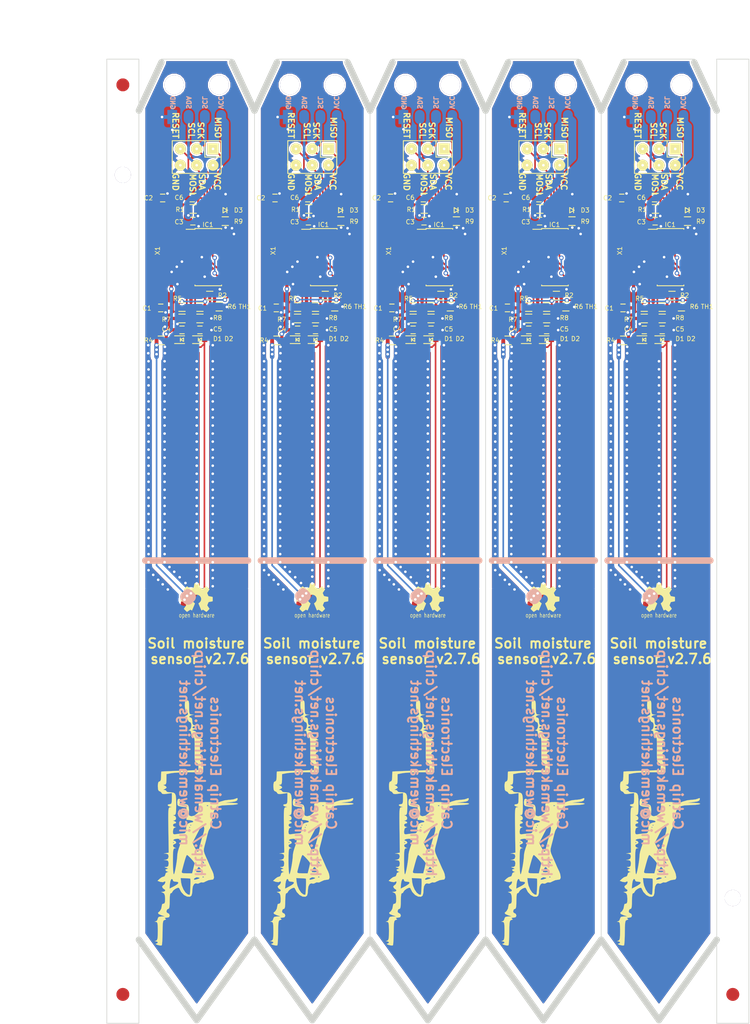
<source format=kicad_pcb>
(kicad_pcb (version 20170123) (host pcbnew no-vcs-found-34abef3~59~ubuntu16.04.1)
  (layers (0 F.Cu signal) (31 B.Cu signal) (34 B.Paste user) (35 F.Paste user) (36 B.SilkS user) (37 F.SilkS user) (38 B.Mask user) (39 F.Mask user) (44 Edge.Cuts user))
  (net 0 "")
  (net 1 "Net-(C1-Pad1)")
  (net 2 GND)
  (net 3 "Net-(C2-Pad1)")
  (net 4 VCC)
  (net 5 /SENSE_LOW)
  (net 6 /SENSOR_TRACK)
  (net 7 /THERMISTOR)
  (net 8 /RESET)
  (net 9 /EXCITATION)
  (net 10 "Net-(D3-Pad2)")
  (net 11 "Net-(D3-Pad1)")
  (net 12 /SCK/SCL)
  (net 13 /MOSI/SDA)
  (net 14 /MISO/SENSE_HIGH)
  (net 15 "Net-(IC1-Pad12)")
  (net 16 /POWER)
  (module Pin_Headers:Pin_Header_Straight_2x03 (layer F.Cu) (at 148 37.23 180)
    (fp_text reference P1 hide)
    (fp_text value CONN_02X03 hide)
    (pad 6 thru_hole circle (at 2.54 -1.27 180) (size 1.7272 1.7272) (drill 0.4) (layers *.Cu *.Mask F.SilkS) (net 2 GND))
    (pad 5 thru_hole circle (at 2.54 1.27 180) (size 1.7272 1.7272) (drill 0.4) (layers *.Cu *.Mask F.SilkS) (net 8 /RESET))
    (pad 4 thru_hole circle (at 0 -1.27 180) (size 1.7272 1.7272) (drill 0.4) (layers *.Cu *.Mask F.SilkS) (net 13 /MOSI/SDA))
    (pad 3 thru_hole circle (at 0 1.27 180) (size 1.7272 1.7272) (drill 0.4) (layers *.Cu *.Mask F.SilkS) (net 12 /SCK/SCL))
    (pad 2 thru_hole circle (at -2.54 -1.27 180) (size 1.7272 1.7272) (drill 0.4) (layers *.Cu *.Mask F.SilkS) (net 4 VCC))
    (pad 1 thru_hole rect (at -2.54 1.27 180) (size 1.7272 1.7272) (drill 0.4) (layers *.Cu *.Mask F.SilkS) (net 14 /MISO/SENSE_HIGH))
  )
  (module Pin_Headers:Pin_Header_Straight_2x03 (layer F.Cu) (at 130 37.23 180)
    (fp_text reference P1 hide)
    (fp_text value CONN_02X03 hide)
    (pad 6 thru_hole circle (at 2.54 -1.27 180) (size 1.7272 1.7272) (drill 0.4) (layers *.Cu *.Mask F.SilkS) (net 2 GND))
    (pad 5 thru_hole circle (at 2.54 1.27 180) (size 1.7272 1.7272) (drill 0.4) (layers *.Cu *.Mask F.SilkS) (net 8 /RESET))
    (pad 4 thru_hole circle (at 0 -1.27 180) (size 1.7272 1.7272) (drill 0.4) (layers *.Cu *.Mask F.SilkS) (net 13 /MOSI/SDA))
    (pad 3 thru_hole circle (at 0 1.27 180) (size 1.7272 1.7272) (drill 0.4) (layers *.Cu *.Mask F.SilkS) (net 12 /SCK/SCL))
    (pad 2 thru_hole circle (at -2.54 -1.27 180) (size 1.7272 1.7272) (drill 0.4) (layers *.Cu *.Mask F.SilkS) (net 4 VCC))
    (pad 1 thru_hole rect (at -2.54 1.27 180) (size 1.7272 1.7272) (drill 0.4) (layers *.Cu *.Mask F.SilkS) (net 14 /MISO/SENSE_HIGH))
  )
  (module Pin_Headers:Pin_Header_Straight_2x03 (layer F.Cu) (at 94 37.23 180)
    (fp_text reference P1 hide)
    (fp_text value CONN_02X03 hide)
    (pad 6 thru_hole circle (at 2.54 -1.27 180) (size 1.7272 1.7272) (drill 0.4) (layers *.Cu *.Mask F.SilkS) (net 2 GND))
    (pad 5 thru_hole circle (at 2.54 1.27 180) (size 1.7272 1.7272) (drill 0.4) (layers *.Cu *.Mask F.SilkS) (net 8 /RESET))
    (pad 4 thru_hole circle (at 0 -1.27 180) (size 1.7272 1.7272) (drill 0.4) (layers *.Cu *.Mask F.SilkS) (net 13 /MOSI/SDA))
    (pad 3 thru_hole circle (at 0 1.27 180) (size 1.7272 1.7272) (drill 0.4) (layers *.Cu *.Mask F.SilkS) (net 12 /SCK/SCL))
    (pad 2 thru_hole circle (at -2.54 -1.27 180) (size 1.7272 1.7272) (drill 0.4) (layers *.Cu *.Mask F.SilkS) (net 4 VCC))
    (pad 1 thru_hole rect (at -2.54 1.27 180) (size 1.7272 1.7272) (drill 0.4) (layers *.Cu *.Mask F.SilkS) (net 14 /MISO/SENSE_HIGH))
  )
  (module w_pin_strip:pin_socket_4 (layer B.Cu) (at 94 31)
    (fp_text reference PIN_SOCKET_4 hide)
    (fp_text value Val** hide)
    (pad 4 smd oval (at 3.81 0) (size 1.524 2.19964) (layers B.Cu B.Paste B.Mask) (net 4 VCC))
    (pad 3 smd oval (at 1.27 0) (size 1.524 2.19964) (layers B.Cu B.Paste B.Mask) (net 12 /SCK/SCL))
    (pad 2 smd oval (at -1.27 0) (size 1.524 2.19964) (layers B.Cu B.Paste B.Mask) (net 13 /MOSI/SDA))
    (pad 1 smd rect (at -3.81 0) (size 1.524 2.19964) (layers B.Cu B.Paste B.Mask) (net 2 GND))
  )
  (module w_pin_strip:pin_socket_4 (layer B.Cu) (at 112 31)
    (fp_text reference PIN_SOCKET_4 hide)
    (fp_text value Val** hide)
    (pad 1 smd rect (at -3.81 0) (size 1.524 2.19964) (layers B.Cu B.Paste B.Mask) (net 2 GND))
    (pad 2 smd oval (at -1.27 0) (size 1.524 2.19964) (layers B.Cu B.Paste B.Mask) (net 13 /MOSI/SDA))
    (pad 3 smd oval (at 1.27 0) (size 1.524 2.19964) (layers B.Cu B.Paste B.Mask) (net 12 /SCK/SCL))
    (pad 4 smd oval (at 3.81 0) (size 1.524 2.19964) (layers B.Cu B.Paste B.Mask) (net 4 VCC))
  )
  (module w_pin_strip:pin_socket_4 (layer B.Cu) (at 130 31)
    (fp_text reference PIN_SOCKET_4 hide)
    (fp_text value Val** hide)
    (pad 4 smd oval (at 3.81 0) (size 1.524 2.19964) (layers B.Cu B.Paste B.Mask) (net 4 VCC))
    (pad 3 smd oval (at 1.27 0) (size 1.524 2.19964) (layers B.Cu B.Paste B.Mask) (net 12 /SCK/SCL))
    (pad 2 smd oval (at -1.27 0) (size 1.524 2.19964) (layers B.Cu B.Paste B.Mask) (net 13 /MOSI/SDA))
    (pad 1 smd rect (at -3.81 0) (size 1.524 2.19964) (layers B.Cu B.Paste B.Mask) (net 2 GND))
  )
  (module w_pin_strip:pin_socket_4 (layer B.Cu) (at 148 31)
    (fp_text reference PIN_SOCKET_4 hide)
    (fp_text value Val** hide)
    (pad 1 smd rect (at -3.81 0) (size 1.524 2.19964) (layers B.Cu B.Paste B.Mask) (net 2 GND))
    (pad 2 smd oval (at -1.27 0) (size 1.524 2.19964) (layers B.Cu B.Paste B.Mask) (net 13 /MOSI/SDA))
    (pad 3 smd oval (at 1.27 0) (size 1.524 2.19964) (layers B.Cu B.Paste B.Mask) (net 12 /SCK/SCL))
    (pad 4 smd oval (at 3.81 0) (size 1.524 2.19964) (layers B.Cu B.Paste B.Mask) (net 4 VCC))
  )
  (module w_pin_strip:pin_socket_4 (layer B.Cu) (at 166 31)
    (fp_text reference PIN_SOCKET_4 hide)
    (fp_text value Val** hide)
    (pad 4 smd oval (at 3.81 0) (size 1.524 2.19964) (layers B.Cu B.Paste B.Mask) (net 4 VCC))
    (pad 3 smd oval (at 1.27 0) (size 1.524 2.19964) (layers B.Cu B.Paste B.Mask) (net 12 /SCK/SCL))
    (pad 2 smd oval (at -1.27 0) (size 1.524 2.19964) (layers B.Cu B.Paste B.Mask) (net 13 /MOSI/SDA))
    (pad 1 smd rect (at -3.81 0) (size 1.524 2.19964) (layers B.Cu B.Paste B.Mask) (net 2 GND))
  )
  (module SMD_Packages:SOD-523 (layer F.Cu) (at 91.71 65.642 180)
    (fp_text reference D1 (at -5.54 0.142 180) (layer F.SilkS) (effects (font (size 0.7 0.7) (thickness 0.11))))
    (fp_text value BAT54)
    (pad 2 smd rect (at 0.75 0 180) (size 0.8 0.75) (layers F.Cu F.Paste F.Mask) (net 6 /SENSOR_TRACK))
    (pad 1 smd rect (at -0.75 0 180) (size 0.8 0.75) (layers F.Cu F.Paste F.Mask) (net 5 /SENSE_LOW))
  )
  (module SMD_Packages:SOD-523 (layer F.Cu) (at 94.504 65.642 180)
    (fp_text reference D2 (at -4.496 0.142 180) (layer F.SilkS) (effects (font (size 0.7 0.7) (thickness 0.11))))
    (fp_text value BAT54)
    (pad 2 smd rect (at 0.75 0 180) (size 0.8 0.75) (layers F.Cu F.Paste F.Mask) (net 14 /MISO/SENSE_HIGH))
    (pad 1 smd rect (at -0.75 0 180) (size 0.8 0.75) (layers F.Cu F.Paste F.Mask) (net 6 /SENSOR_TRACK))
  )
  (module Fiducials:Fiducial_Modern_CopperTop (layer F.Cu) (at 177.5 167.5)
    (fp_text reference REF** hide)
    (fp_text value Fiducial_Modern_CopperTop)
    (pad ~ smd circle (at 0 0) (size 2 2) (layers F.Cu F.Mask) (clearance 1))
  )
  (module Fiducials:Fiducial_Modern_CopperTop (layer F.Cu) (at 82.5 167.5)
    (fp_text reference REF** hide)
    (fp_text value Fiducial_Modern_CopperTop)
    (pad ~ smd circle (at 0 0) (size 2 2) (layers F.Cu F.Mask) (clearance 1))
  )
  (module Fiducials:Fiducial_Modern_CopperTop (layer F.Cu) (at 82.5 26)
    (fp_text reference REF** hide)
    (fp_text value Fiducial_Modern_CopperTop)
    (pad ~ smd circle (at 0 0) (size 2 2) (layers F.Cu F.Mask) (clearance 1))
  )
  (module Mounting_Holes:MountingHole_2-5mm (layer F.Cu) (at 177.5 152.5)
    (fp_text reference REF** hide)
    (fp_text value MountingHole_2-5mm)
    (pad 1 thru_hole circle (at 0 0) (size 2.5 2.5) (drill 2.5) (layers))
  )
  (module Mounting_Holes:MountingHole_2-5mm (layer F.Cu) (at 82.5 40)
    (fp_text reference REF** hide)
    (fp_text value MountingHole_2-5mm)
    (pad 1 thru_hole circle (at 0 0) (size 2.5 2.5) (drill 2.5) (layers))
  )
  (module Fiducials:Fiducial_Modern_CopperTop (layer F.Cu) (at 177.5 167.5)
    (fp_text reference REF** hide)
    (fp_text value Fiducial_Modern_CopperTop)
    (pad ~ smd circle (at 0 0) (size 2 2) (layers F.Cu F.Mask) (clearance 1))
  )
  (module Fiducials:Fiducial_Modern_CopperTop (layer F.Cu) (at 82.5 167.5)
    (fp_text reference REF** hide)
    (fp_text value Fiducial_Modern_CopperTop)
    (pad ~ smd circle (at 0 0) (size 2 2) (layers F.Cu F.Mask) (clearance 1))
  )
  (module Fiducials:Fiducial_Modern_CopperTop (layer F.Cu) (at 82.5 26)
    (fp_text reference REF** hide)
    (fp_text value Fiducial_Modern_CopperTop)
    (pad ~ smd circle (at 0 0) (size 2 2) (layers F.Cu F.Mask) (clearance 1))
  )
  (module Mounting_Holes:MountingHole_2-5mm (layer F.Cu) (at 177.5 152.5)
    (fp_text reference REF** hide)
    (fp_text value MountingHole_2-5mm)
    (pad 1 thru_hole circle (at 0 0) (size 2.5 2.5) (drill 2.5) (layers))
  )
  (module Mounting_Holes:MountingHole_2-5mm (layer F.Cu) (at 82.5 40)
    (fp_text reference REF** hide)
    (fp_text value MountingHole_2-5mm)
    (pad 1 thru_hole circle (at 0 0) (size 2.5 2.5) (drill 2.5) (layers))
  )
  (module LEDs:LED-0603 (layer F.Cu) (at 98.4 45.5 270)
    (fp_text reference D3 (at 0 -2.1) (layer F.SilkS) (effects (font (size 0.7 0.7) (thickness 0.11))))
    (fp_text value LED)
    (pad 2 smd rect (at 0 -0.825 270) (size 0.8 0.8) (layers F.Cu F.Paste F.Mask) (net 10 "Net-(D3-Pad2)"))
    (pad 1 smd rect (at 0 0.825 270) (size 0.8 0.8) (layers F.Cu F.Paste F.Mask) (net 11 "Net-(D3-Pad1)"))
  )
  (module Crystals:Crystal_HC49-SD_SMD (layer F.Cu) (at 88 52 90)
    (fp_text reference X1 (at 0.2 -0.1 90) (layer F.SilkS) (effects (font (size 0.7 0.7) (thickness 0.11))))
    (fp_text value 16MHz hide)
    (pad 2 smd rect (at 4.25 0 90) (size 5.5 1.5) (layers F.Cu F.Paste F.Mask) (net 3 "Net-(C2-Pad1)"))
    (pad 1 smd rect (at -4.25 0 90) (size 5.5 1.5) (layers F.Cu F.Paste F.Mask) (net 1 "Net-(C1-Pad1)"))
  )
  (module Capacitors_SMD:C_0603 (layer F.Cu) (at 88.4 60.7)
    (fp_text reference C1 (at -2.15 0.05) (layer F.SilkS) (effects (font (size 0.7 0.7) (thickness 0.11))))
    (fp_text value 33p)
    (pad 2 smd rect (at 0.75 0) (size 0.8 0.75) (layers F.Cu F.Paste F.Mask) (net 2 GND))
    (pad 1 smd rect (at -0.75 0) (size 0.8 0.75) (layers F.Cu F.Paste F.Mask) (net 1 "Net-(C1-Pad1)"))
  )
  (module Capacitors_SMD:C_0603 (layer F.Cu) (at 88.7 43.6)
    (fp_text reference C2 (at -2.2 0) (layer F.SilkS) (effects (font (size 0.7 0.7) (thickness 0.11))))
    (fp_text value 33pp)
    (pad 2 smd rect (at 0.75 0) (size 0.8 0.75) (layers F.Cu F.Paste F.Mask) (net 2 GND))
    (pad 1 smd rect (at -0.75 0) (size 0.8 0.75) (layers F.Cu F.Paste F.Mask) (net 3 "Net-(C2-Pad1)"))
  )
  (module Capacitors_SMD:C_0603 (layer F.Cu) (at 93.4 47.2)
    (fp_text reference C3 (at -2.15 0.126) (layer F.SilkS) (effects (font (size 0.7 0.7) (thickness 0.11))))
    (fp_text value 1u)
    (pad 2 smd rect (at 0.75 0) (size 0.8 0.75) (layers F.Cu F.Paste F.Mask) (net 2 GND))
    (pad 1 smd rect (at -0.75 0) (size 0.8 0.75) (layers F.Cu F.Paste F.Mask) (net 4 VCC))
  )
  (module Capacitors_SMD:C_0603 (layer F.Cu) (at 91.71 64.118 180)
    (fp_text reference C4 (at 2.46 0.118 180) (layer F.SilkS) (effects (font (size 0.7 0.7) (thickness 0.11))))
    (fp_text value 1n)
    (pad 2 smd rect (at 0.75 0 180) (size 0.8 0.75) (layers F.Cu F.Paste F.Mask) (net 2 GND))
    (pad 1 smd rect (at -0.75 0 180) (size 0.8 0.75) (layers F.Cu F.Paste F.Mask) (net 5 /SENSE_LOW))
  )
  (module Capacitors_SMD:C_0603 (layer F.Cu) (at 94.504 64.118)
    (fp_text reference C5 (at 2.746 -0.118) (layer F.SilkS) (effects (font (size 0.7 0.7) (thickness 0.11))))
    (fp_text value 1n)
    (pad 2 smd rect (at 0.75 0) (size 0.8 0.75) (layers F.Cu F.Paste F.Mask) (net 2 GND))
    (pad 1 smd rect (at -0.75 0) (size 0.8 0.75) (layers F.Cu F.Paste F.Mask) (net 14 /MISO/SENSE_HIGH))
  )
  (module Capacitors_SMD:C_0603 (layer F.Cu) (at 93.3 43.6 180)
    (fp_text reference C6 (at 2.05 0.068 180) (layer F.SilkS) (effects (font (size 0.7 0.7) (thickness 0.11))))
    (fp_text value 1u)
    (pad 2 smd rect (at 0.75 0 180) (size 0.8 0.75) (layers F.Cu F.Paste F.Mask) (net 2 GND))
    (pad 1 smd rect (at -0.75 0 180) (size 0.8 0.75) (layers F.Cu F.Paste F.Mask) (net 8 /RESET))
  )
  (module Resistors_SMD:R_0603 (layer F.Cu) (at 93.45 45.3 180)
    (fp_text reference R1 (at 2.05 -0.1 180) (layer F.SilkS) (effects (font (size 0.7 0.7) (thickness 0.11))))
    (fp_text value 10k)
    (pad 2 smd rect (at 0.75 0 180) (size 0.5 0.9) (layers F.Cu F.Paste F.Mask) (net 4 VCC))
    (pad 1 smd rect (at -0.75 0 180) (size 0.5 0.9) (layers F.Cu F.Paste F.Mask) (net 8 /RESET))
  )
  (module Resistors_SMD:R_0603 (layer F.Cu) (at 96.028 58.784)
    (fp_text reference R2 (at 1.972 -0.034) (layer F.SilkS) (effects (font (size 0.7 0.7) (thickness 0.11))))
    (fp_text value "10k 0.1%")
    (pad 2 smd rect (at 0.75 0) (size 0.5 0.9) (layers F.Cu F.Paste F.Mask) (net 7 /THERMISTOR))
    (pad 1 smd rect (at -0.75 0) (size 0.5 0.9) (layers F.Cu F.Paste F.Mask) (net 16 /POWER))
  )
  (module Resistors_SMD:R_0603 (layer F.Cu) (at 88.5 65.75)
    (fp_text reference R4 (at -2 0) (layer F.SilkS) (effects (font (size 0.7 0.7) (thickness 0.11))))
    (fp_text value 330)
    (pad 2 smd rect (at 0.75 0) (size 0.5 0.9) (layers F.Cu F.Paste F.Mask) (net 9 /EXCITATION))
    (pad 1 smd rect (at -0.75 0) (size 0.5 0.9) (layers F.Cu F.Paste F.Mask) (net 6 /SENSOR_TRACK))
  )
  (module Resistors_SMD:R_0603 (layer F.Cu) (at 91.71 60.562 180)
    (fp_text reference R5 (at 0.71 1.312 180) (layer F.SilkS) (effects (font (size 0.7 0.7) (thickness 0.11))))
    (fp_text value 1M)
    (pad 2 smd rect (at 0.75 0 180) (size 0.5 0.9) (layers F.Cu F.Paste F.Mask) (net 16 /POWER))
    (pad 1 smd rect (at -0.75 0 180) (size 0.5 0.9) (layers F.Cu F.Paste F.Mask) (net 5 /SENSE_LOW))
  )
  (module Resistors_SMD:R_0603 (layer F.Cu) (at 94.504 60.562)
    (fp_text reference R6 (at 4.996 -0.062) (layer F.SilkS) (effects (font (size 0.7 0.7) (thickness 0.11))))
    (fp_text value 1M)
    (pad 2 smd rect (at 0.75 0) (size 0.5 0.9) (layers F.Cu F.Paste F.Mask) (net 16 /POWER))
    (pad 1 smd rect (at -0.75 0) (size 0.5 0.9) (layers F.Cu F.Paste F.Mask) (net 14 /MISO/SENSE_HIGH))
  )
  (module Resistors_SMD:R_0603 (layer F.Cu) (at 91.71 62.34)
    (fp_text reference R7 (at -2.46 0.16) (layer F.SilkS) (effects (font (size 0.7 0.7) (thickness 0.11))))
    (fp_text value 1M)
    (pad 2 smd rect (at 0.75 0) (size 0.5 0.9) (layers F.Cu F.Paste F.Mask) (net 5 /SENSE_LOW))
    (pad 1 smd rect (at -0.75 0) (size 0.5 0.9) (layers F.Cu F.Paste F.Mask) (net 2 GND))
  )
  (module Resistors_SMD:R_0603 (layer F.Cu) (at 94.504 62.34 180)
    (fp_text reference R8 (at -2.746 0.09 180) (layer F.SilkS) (effects (font (size 0.7 0.7) (thickness 0.11))))
    (fp_text value 1M)
    (pad 2 smd rect (at 0.75 0 180) (size 0.5 0.9) (layers F.Cu F.Paste F.Mask) (net 14 /MISO/SENSE_HIGH))
    (pad 1 smd rect (at -0.75 0 180) (size 0.5 0.9) (layers F.Cu F.Paste F.Mask) (net 2 GND))
  )
  (module Resistors_SMD:R_0603 (layer F.Cu) (at 98.45 47.2 180)
    (fp_text reference R9 (at -2.05 -0.05 180) (layer F.SilkS) (effects (font (size 0.7 0.7) (thickness 0.11))))
    (fp_text value 330)
    (pad 2 smd rect (at 0.75 0 180) (size 0.5 0.9) (layers F.Cu F.Paste F.Mask) (net 15 "Net-(IC1-Pad12)"))
    (pad 1 smd rect (at -0.75 0 180) (size 0.5 0.9) (layers F.Cu F.Paste F.Mask) (net 10 "Net-(D3-Pad2)"))
  )
  (module Resistors_SMD:R_0603 (layer F.Cu) (at 97.5 60.5)
    (fp_text reference TH1 (at 4 0) (layer F.SilkS) (effects (font (size 0.7 0.7) (thickness 0.11))))
    (fp_text value NCP18XH103F03RB)
    (pad 2 smd rect (at 0.75 0) (size 0.5 0.9) (layers F.Cu F.Paste F.Mask) (net 2 GND))
    (pad 1 smd rect (at -0.75 0) (size 0.5 0.9) (layers F.Cu F.Paste F.Mask) (net 7 /THERMISTOR))
  )
  (module Mounting_Holes:MountingHole_3mm (layer F.Cu) (at 90.5 26)
    (fp_text reference REF** hide)
    (fp_text value MountingHole_3mm)
    (pad 1 thru_hole circle (at 0 0) (size 2.99974 2.99974) (drill 2.99974) (layers))
  )
  (module Mounting_Holes:MountingHole_3mm (layer F.Cu) (at 97.5 26)
    (fp_text reference REF** hide)
    (fp_text value MountingHole_3mm)
    (pad 1 thru_hole circle (at 0 0) (size 2.99974 2.99974) (drill 2.99974) (layers))
  )
  (module w_logo:Logo_silk_OSHW_6x6mm (layer F.Cu) (at 94 105.75)
    (fp_text reference G*** hide)
    (fp_text value LOGO hide)
  )
  (module Housings_SOIC:SOIC-14_3.9x8.7mm_Pitch1.27mm (layer F.Cu) (at 95.8 52.8)
    (fp_text reference IC1 (at -0.05 -5.05) (layer F.SilkS) (effects (font (size 0.7 0.7) (thickness 0.11))))
    (fp_text value ATTINY441-SSU)
    (pad 14 smd rect (at 2.7 -3.81) (size 1.5 0.6) (layers F.Cu F.Paste F.Mask) (net 2 GND))
    (pad 13 smd rect (at 2.7 -2.54) (size 1.5 0.6) (layers F.Cu F.Paste F.Mask) (net 11 "Net-(D3-Pad1)"))
    (pad 12 smd rect (at 2.7 -1.27) (size 1.5 0.6) (layers F.Cu F.Paste F.Mask) (net 15 "Net-(IC1-Pad12)"))
    (pad 11 smd rect (at 2.7 0) (size 1.5 0.6) (layers F.Cu F.Paste F.Mask) (net 16 /POWER))
    (pad 10 smd rect (at 2.7 1.27) (size 1.5 0.6) (layers F.Cu F.Paste F.Mask) (net 7 /THERMISTOR))
    (pad 9 smd rect (at 2.7 2.54) (size 1.5 0.6) (layers F.Cu F.Paste F.Mask) (net 12 /SCK/SCL))
    (pad 8 smd rect (at 2.7 3.81) (size 1.5 0.6) (layers F.Cu F.Paste F.Mask) (net 14 /MISO/SENSE_HIGH))
    (pad 7 smd rect (at -2.7 3.81) (size 1.5 0.6) (layers F.Cu F.Paste F.Mask) (net 13 /MOSI/SDA))
    (pad 6 smd rect (at -2.7 2.54) (size 1.5 0.6) (layers F.Cu F.Paste F.Mask) (net 5 /SENSE_LOW))
    (pad 5 smd rect (at -2.7 1.27) (size 1.5 0.6) (layers F.Cu F.Paste F.Mask) (net 9 /EXCITATION))
    (pad 4 smd rect (at -2.7 0) (size 1.5 0.6) (layers F.Cu F.Paste F.Mask) (net 8 /RESET))
    (pad 3 smd rect (at -2.7 -1.27) (size 1.5 0.6) (layers F.Cu F.Paste F.Mask) (net 1 "Net-(C1-Pad1)"))
    (pad 2 smd rect (at -2.7 -2.54) (size 1.5 0.6) (layers F.Cu F.Paste F.Mask) (net 3 "Net-(C2-Pad1)"))
    (pad 1 smd rect (at -2.7 -3.81) (size 1.5 0.6) (layers F.Cu F.Paste F.Mask) (net 4 VCC))
  )
  (module chirp_logo:ziogas (layer B.Cu) (at 94 140.756818 270)
    (fp_text reference G*** hide)
    (fp_text value LOGO hide)
  )
  (module LEDs:LED-0603 (layer F.Cu) (at 116.4 45.5 270)
    (fp_text reference D3 (at 0 -2.1) (layer F.SilkS) (effects (font (size 0.7 0.7) (thickness 0.11))))
    (fp_text value LED)
    (pad 2 smd rect (at 0 -0.825 270) (size 0.8 0.8) (layers F.Cu F.Paste F.Mask) (net 10 "Net-(D3-Pad2)"))
    (pad 1 smd rect (at 0 0.825 270) (size 0.8 0.8) (layers F.Cu F.Paste F.Mask) (net 11 "Net-(D3-Pad1)"))
  )
  (module Crystals:Crystal_HC49-SD_SMD (layer F.Cu) (at 106 52 90)
    (fp_text reference X1 (at 0.2 -0.1 90) (layer F.SilkS) (effects (font (size 0.7 0.7) (thickness 0.11))))
    (fp_text value 16MHz hide)
    (pad 2 smd rect (at 4.25 0 90) (size 5.5 1.5) (layers F.Cu F.Paste F.Mask) (net 3 "Net-(C2-Pad1)"))
    (pad 1 smd rect (at -4.25 0 90) (size 5.5 1.5) (layers F.Cu F.Paste F.Mask) (net 1 "Net-(C1-Pad1)"))
  )
  (module SMD_Packages:SOD-523 (layer F.Cu) (at 112.504 65.642 180)
    (fp_text reference D2 (at -4.496 0.142 180) (layer F.SilkS) (effects (font (size 0.7 0.7) (thickness 0.11))))
    (fp_text value BAT54)
    (pad 2 smd rect (at 0.75 0 180) (size 0.8 0.75) (layers F.Cu F.Paste F.Mask) (net 14 /MISO/SENSE_HIGH))
    (pad 1 smd rect (at -0.75 0 180) (size 0.8 0.75) (layers F.Cu F.Paste F.Mask) (net 6 /SENSOR_TRACK))
  )
  (module SMD_Packages:SOD-523 (layer F.Cu) (at 109.71 65.642 180)
    (fp_text reference D1 (at -5.54 0.142 180) (layer F.SilkS) (effects (font (size 0.7 0.7) (thickness 0.11))))
    (fp_text value BAT54)
    (pad 2 smd rect (at 0.75 0 180) (size 0.8 0.75) (layers F.Cu F.Paste F.Mask) (net 6 /SENSOR_TRACK))
    (pad 1 smd rect (at -0.75 0 180) (size 0.8 0.75) (layers F.Cu F.Paste F.Mask) (net 5 /SENSE_LOW))
  )
  (module Pin_Headers:Pin_Header_Straight_2x03 (layer F.Cu) (at 112 37.23 180)
    (fp_text reference P1 hide)
    (fp_text value CONN_02X03 hide)
    (pad 6 thru_hole circle (at 2.54 -1.27 180) (size 1.7272 1.7272) (drill 0.4) (layers *.Cu *.Mask F.SilkS) (net 2 GND))
    (pad 5 thru_hole circle (at 2.54 1.27 180) (size 1.7272 1.7272) (drill 0.4) (layers *.Cu *.Mask F.SilkS) (net 8 /RESET))
    (pad 4 thru_hole circle (at 0 -1.27 180) (size 1.7272 1.7272) (drill 0.4) (layers *.Cu *.Mask F.SilkS) (net 13 /MOSI/SDA))
    (pad 3 thru_hole circle (at 0 1.27 180) (size 1.7272 1.7272) (drill 0.4) (layers *.Cu *.Mask F.SilkS) (net 12 /SCK/SCL))
    (pad 2 thru_hole circle (at -2.54 -1.27 180) (size 1.7272 1.7272) (drill 0.4) (layers *.Cu *.Mask F.SilkS) (net 4 VCC))
    (pad 1 thru_hole rect (at -2.54 1.27 180) (size 1.7272 1.7272) (drill 0.4) (layers *.Cu *.Mask F.SilkS) (net 14 /MISO/SENSE_HIGH))
  )
  (module Capacitors_SMD:C_0603 (layer F.Cu) (at 106.4 60.7)
    (fp_text reference C1 (at -2.15 0.05) (layer F.SilkS) (effects (font (size 0.7 0.7) (thickness 0.11))))
    (fp_text value 18p)
    (pad 2 smd rect (at 0.75 0) (size 0.8 0.75) (layers F.Cu F.Paste F.Mask) (net 2 GND))
    (pad 1 smd rect (at -0.75 0) (size 0.8 0.75) (layers F.Cu F.Paste F.Mask) (net 1 "Net-(C1-Pad1)"))
  )
  (module Capacitors_SMD:C_0603 (layer F.Cu) (at 106.2 43.6)
    (fp_text reference C2 (at -2.2 0) (layer F.SilkS) (effects (font (size 0.7 0.7) (thickness 0.11))))
    (fp_text value 18p)
    (pad 2 smd rect (at 0.75 0) (size 0.8 0.75) (layers F.Cu F.Paste F.Mask) (net 2 GND))
    (pad 1 smd rect (at -0.75 0) (size 0.8 0.75) (layers F.Cu F.Paste F.Mask) (net 3 "Net-(C2-Pad1)"))
  )
  (module Capacitors_SMD:C_0603 (layer F.Cu) (at 111.4 47.2)
    (fp_text reference C3 (at -2.15 0.126) (layer F.SilkS) (effects (font (size 0.7 0.7) (thickness 0.11))))
    (fp_text value 1u)
    (pad 2 smd rect (at 0.75 0) (size 0.8 0.75) (layers F.Cu F.Paste F.Mask) (net 2 GND))
    (pad 1 smd rect (at -0.75 0) (size 0.8 0.75) (layers F.Cu F.Paste F.Mask) (net 4 VCC))
  )
  (module Capacitors_SMD:C_0603 (layer F.Cu) (at 109.71 64.118 180)
    (fp_text reference C4 (at 2.46 0.118 180) (layer F.SilkS) (effects (font (size 0.7 0.7) (thickness 0.11))))
    (fp_text value 1n)
    (pad 2 smd rect (at 0.75 0 180) (size 0.8 0.75) (layers F.Cu F.Paste F.Mask) (net 2 GND))
    (pad 1 smd rect (at -0.75 0 180) (size 0.8 0.75) (layers F.Cu F.Paste F.Mask) (net 5 /SENSE_LOW))
  )
  (module Capacitors_SMD:C_0603 (layer F.Cu) (at 112.504 64.118)
    (fp_text reference C5 (at 2.746 -0.118) (layer F.SilkS) (effects (font (size 0.7 0.7) (thickness 0.11))))
    (fp_text value 1n)
    (pad 2 smd rect (at 0.75 0) (size 0.8 0.75) (layers F.Cu F.Paste F.Mask) (net 2 GND))
    (pad 1 smd rect (at -0.75 0) (size 0.8 0.75) (layers F.Cu F.Paste F.Mask) (net 14 /MISO/SENSE_HIGH))
  )
  (module Capacitors_SMD:C_0603 (layer F.Cu) (at 111.3 43.6 180)
    (fp_text reference C6 (at 2.05 0.068 180) (layer F.SilkS) (effects (font (size 0.7 0.7) (thickness 0.11))))
    (fp_text value 1u)
    (pad 2 smd rect (at 0.75 0 180) (size 0.8 0.75) (layers F.Cu F.Paste F.Mask) (net 2 GND))
    (pad 1 smd rect (at -0.75 0 180) (size 0.8 0.75) (layers F.Cu F.Paste F.Mask) (net 8 /RESET))
  )
  (module Resistors_SMD:R_0603 (layer F.Cu) (at 111.45 45.3 180)
    (fp_text reference R1 (at 2.05 -0.1 180) (layer F.SilkS) (effects (font (size 0.7 0.7) (thickness 0.11))))
    (fp_text value 10k)
    (pad 2 smd rect (at 0.75 0 180) (size 0.5 0.9) (layers F.Cu F.Paste F.Mask) (net 4 VCC))
    (pad 1 smd rect (at -0.75 0 180) (size 0.5 0.9) (layers F.Cu F.Paste F.Mask) (net 8 /RESET))
  )
  (module Resistors_SMD:R_0603 (layer F.Cu) (at 114.028 58.784)
    (fp_text reference R2 (at 1.972 -0.034) (layer F.SilkS) (effects (font (size 0.7 0.7) (thickness 0.11))))
    (fp_text value "10k 0.1%")
    (pad 2 smd rect (at 0.75 0) (size 0.5 0.9) (layers F.Cu F.Paste F.Mask) (net 7 /THERMISTOR))
    (pad 1 smd rect (at -0.75 0) (size 0.5 0.9) (layers F.Cu F.Paste F.Mask) (net 16 /POWER))
  )
  (module Resistors_SMD:R_0603 (layer F.Cu) (at 106.5 65.75)
    (fp_text reference R4 (at -2 0) (layer F.SilkS) (effects (font (size 0.7 0.7) (thickness 0.11))))
    (fp_text value 330)
    (pad 2 smd rect (at 0.75 0) (size 0.5 0.9) (layers F.Cu F.Paste F.Mask) (net 9 /EXCITATION))
    (pad 1 smd rect (at -0.75 0) (size 0.5 0.9) (layers F.Cu F.Paste F.Mask) (net 6 /SENSOR_TRACK))
  )
  (module Resistors_SMD:R_0603 (layer F.Cu) (at 109.71 60.562 180)
    (fp_text reference R5 (at 0.71 1.312 180) (layer F.SilkS) (effects (font (size 0.7 0.7) (thickness 0.11))))
    (fp_text value 1M)
    (pad 2 smd rect (at 0.75 0 180) (size 0.5 0.9) (layers F.Cu F.Paste F.Mask) (net 16 /POWER))
    (pad 1 smd rect (at -0.75 0 180) (size 0.5 0.9) (layers F.Cu F.Paste F.Mask) (net 5 /SENSE_LOW))
  )
  (module Resistors_SMD:R_0603 (layer F.Cu) (at 112.504 60.562)
    (fp_text reference R6 (at 4.996 -0.062) (layer F.SilkS) (effects (font (size 0.7 0.7) (thickness 0.11))))
    (fp_text value 1M)
    (pad 2 smd rect (at 0.75 0) (size 0.5 0.9) (layers F.Cu F.Paste F.Mask) (net 16 /POWER))
    (pad 1 smd rect (at -0.75 0) (size 0.5 0.9) (layers F.Cu F.Paste F.Mask) (net 14 /MISO/SENSE_HIGH))
  )
  (module Resistors_SMD:R_0603 (layer F.Cu) (at 109.71 62.34)
    (fp_text reference R7 (at -2.46 0.16) (layer F.SilkS) (effects (font (size 0.7 0.7) (thickness 0.11))))
    (fp_text value 1M)
    (pad 2 smd rect (at 0.75 0) (size 0.5 0.9) (layers F.Cu F.Paste F.Mask) (net 5 /SENSE_LOW))
    (pad 1 smd rect (at -0.75 0) (size 0.5 0.9) (layers F.Cu F.Paste F.Mask) (net 2 GND))
  )
  (module Resistors_SMD:R_0603 (layer F.Cu) (at 112.504 62.34 180)
    (fp_text reference R8 (at -2.746 0.09 180) (layer F.SilkS) (effects (font (size 0.7 0.7) (thickness 0.11))))
    (fp_text value 1M)
    (pad 2 smd rect (at 0.75 0 180) (size 0.5 0.9) (layers F.Cu F.Paste F.Mask) (net 14 /MISO/SENSE_HIGH))
    (pad 1 smd rect (at -0.75 0 180) (size 0.5 0.9) (layers F.Cu F.Paste F.Mask) (net 2 GND))
  )
  (module Resistors_SMD:R_0603 (layer F.Cu) (at 116.45 47.2 180)
    (fp_text reference R9 (at -2.05 -0.05 180) (layer F.SilkS) (effects (font (size 0.7 0.7) (thickness 0.11))))
    (fp_text value 330)
    (pad 2 smd rect (at 0.75 0 180) (size 0.5 0.9) (layers F.Cu F.Paste F.Mask) (net 15 "Net-(IC1-Pad12)"))
    (pad 1 smd rect (at -0.75 0 180) (size 0.5 0.9) (layers F.Cu F.Paste F.Mask) (net 10 "Net-(D3-Pad2)"))
  )
  (module Resistors_SMD:R_0603 (layer F.Cu) (at 115.5 60.5)
    (fp_text reference TH1 (at 4 0) (layer F.SilkS) (effects (font (size 0.7 0.7) (thickness 0.11))))
    (fp_text value NCP18XH103F03RB)
    (pad 2 smd rect (at 0.75 0) (size 0.5 0.9) (layers F.Cu F.Paste F.Mask) (net 2 GND))
    (pad 1 smd rect (at -0.75 0) (size 0.5 0.9) (layers F.Cu F.Paste F.Mask) (net 7 /THERMISTOR))
  )
  (module Mounting_Holes:MountingHole_3mm (layer F.Cu) (at 108.5 26)
    (fp_text reference REF** hide)
    (fp_text value MountingHole_3mm)
    (pad 1 thru_hole circle (at 0 0) (size 2.99974 2.99974) (drill 2.99974) (layers))
  )
  (module Mounting_Holes:MountingHole_3mm (layer F.Cu) (at 115.5 26)
    (fp_text reference REF** hide)
    (fp_text value MountingHole_3mm)
    (pad 1 thru_hole circle (at 0 0) (size 2.99974 2.99974) (drill 2.99974) (layers))
  )
  (module w_logo:Logo_silk_OSHW_6x6mm (layer F.Cu) (at 112 105.75)
    (fp_text reference G*** hide)
    (fp_text value LOGO hide)
  )
  (module Housings_SOIC:SOIC-14_3.9x8.7mm_Pitch1.27mm (layer F.Cu) (at 113.8 52.8)
    (fp_text reference IC1 (at -0.05 -5.05) (layer F.SilkS) (effects (font (size 0.7 0.7) (thickness 0.11))))
    (fp_text value ATTINY441-SSU)
    (pad 14 smd rect (at 2.7 -3.81) (size 1.5 0.6) (layers F.Cu F.Paste F.Mask) (net 2 GND))
    (pad 13 smd rect (at 2.7 -2.54) (size 1.5 0.6) (layers F.Cu F.Paste F.Mask) (net 11 "Net-(D3-Pad1)"))
    (pad 12 smd rect (at 2.7 -1.27) (size 1.5 0.6) (layers F.Cu F.Paste F.Mask) (net 15 "Net-(IC1-Pad12)"))
    (pad 11 smd rect (at 2.7 0) (size 1.5 0.6) (layers F.Cu F.Paste F.Mask) (net 16 /POWER))
    (pad 10 smd rect (at 2.7 1.27) (size 1.5 0.6) (layers F.Cu F.Paste F.Mask) (net 7 /THERMISTOR))
    (pad 9 smd rect (at 2.7 2.54) (size 1.5 0.6) (layers F.Cu F.Paste F.Mask) (net 12 /SCK/SCL))
    (pad 8 smd rect (at 2.7 3.81) (size 1.5 0.6) (layers F.Cu F.Paste F.Mask) (net 14 /MISO/SENSE_HIGH))
    (pad 7 smd rect (at -2.7 3.81) (size 1.5 0.6) (layers F.Cu F.Paste F.Mask) (net 13 /MOSI/SDA))
    (pad 6 smd rect (at -2.7 2.54) (size 1.5 0.6) (layers F.Cu F.Paste F.Mask) (net 5 /SENSE_LOW))
    (pad 5 smd rect (at -2.7 1.27) (size 1.5 0.6) (layers F.Cu F.Paste F.Mask) (net 9 /EXCITATION))
    (pad 4 smd rect (at -2.7 0) (size 1.5 0.6) (layers F.Cu F.Paste F.Mask) (net 8 /RESET))
    (pad 3 smd rect (at -2.7 -1.27) (size 1.5 0.6) (layers F.Cu F.Paste F.Mask) (net 1 "Net-(C1-Pad1)"))
    (pad 2 smd rect (at -2.7 -2.54) (size 1.5 0.6) (layers F.Cu F.Paste F.Mask) (net 3 "Net-(C2-Pad1)"))
    (pad 1 smd rect (at -2.7 -3.81) (size 1.5 0.6) (layers F.Cu F.Paste F.Mask) (net 4 VCC))
  )
  (module chirp_logo:ziogas (layer B.Cu) (at 112 140.756818 270)
    (fp_text reference G*** hide)
    (fp_text value LOGO hide)
  )
  (module LEDs:LED-0603 (layer F.Cu) (at 134.4 45.5 270)
    (fp_text reference D3 (at 0 -2.1) (layer F.SilkS) (effects (font (size 0.7 0.7) (thickness 0.11))))
    (fp_text value LED)
    (pad 2 smd rect (at 0 -0.825 270) (size 0.8 0.8) (layers F.Cu F.Paste F.Mask) (net 10 "Net-(D3-Pad2)"))
    (pad 1 smd rect (at 0 0.825 270) (size 0.8 0.8) (layers F.Cu F.Paste F.Mask) (net 11 "Net-(D3-Pad1)"))
  )
  (module Crystals:Crystal_HC49-SD_SMD (layer F.Cu) (at 124 52 90)
    (fp_text reference X1 (at 0.2 -0.1 90) (layer F.SilkS) (effects (font (size 0.7 0.7) (thickness 0.11))))
    (fp_text value 16MHz hide)
    (pad 2 smd rect (at 4.25 0 90) (size 5.5 1.5) (layers F.Cu F.Paste F.Mask) (net 3 "Net-(C2-Pad1)"))
    (pad 1 smd rect (at -4.25 0 90) (size 5.5 1.5) (layers F.Cu F.Paste F.Mask) (net 1 "Net-(C1-Pad1)"))
  )
  (module SMD_Packages:SOD-523 (layer F.Cu) (at 130.504 65.642 180)
    (fp_text reference D2 (at -4.496 0.142 180) (layer F.SilkS) (effects (font (size 0.7 0.7) (thickness 0.11))))
    (fp_text value BAT54)
    (pad 2 smd rect (at 0.75 0 180) (size 0.8 0.75) (layers F.Cu F.Paste F.Mask) (net 14 /MISO/SENSE_HIGH))
    (pad 1 smd rect (at -0.75 0 180) (size 0.8 0.75) (layers F.Cu F.Paste F.Mask) (net 6 /SENSOR_TRACK))
  )
  (module SMD_Packages:SOD-523 (layer F.Cu) (at 127.71 65.642 180)
    (fp_text reference D1 (at -5.54 0.142 180) (layer F.SilkS) (effects (font (size 0.7 0.7) (thickness 0.11))))
    (fp_text value BAT54)
    (pad 2 smd rect (at 0.75 0 180) (size 0.8 0.75) (layers F.Cu F.Paste F.Mask) (net 6 /SENSOR_TRACK))
    (pad 1 smd rect (at -0.75 0 180) (size 0.8 0.75) (layers F.Cu F.Paste F.Mask) (net 5 /SENSE_LOW))
  )
  (module Capacitors_SMD:C_0603 (layer F.Cu) (at 124.4 60.7)
    (fp_text reference C1 (at -2.15 0.05) (layer F.SilkS) (effects (font (size 0.7 0.7) (thickness 0.11))))
    (fp_text value 18p)
    (pad 2 smd rect (at 0.75 0) (size 0.8 0.75) (layers F.Cu F.Paste F.Mask) (net 2 GND))
    (pad 1 smd rect (at -0.75 0) (size 0.8 0.75) (layers F.Cu F.Paste F.Mask) (net 1 "Net-(C1-Pad1)"))
  )
  (module Capacitors_SMD:C_0603 (layer F.Cu) (at 124.2 43.6)
    (fp_text reference C2 (at -2.2 0) (layer F.SilkS) (effects (font (size 0.7 0.7) (thickness 0.11))))
    (fp_text value 18p)
    (pad 2 smd rect (at 0.75 0) (size 0.8 0.75) (layers F.Cu F.Paste F.Mask) (net 2 GND))
    (pad 1 smd rect (at -0.75 0) (size 0.8 0.75) (layers F.Cu F.Paste F.Mask) (net 3 "Net-(C2-Pad1)"))
  )
  (module Capacitors_SMD:C_0603 (layer F.Cu) (at 129.4 47.2)
    (fp_text reference C3 (at -2.15 0.126) (layer F.SilkS) (effects (font (size 0.7 0.7) (thickness 0.11))))
    (fp_text value 1u)
    (pad 2 smd rect (at 0.75 0) (size 0.8 0.75) (layers F.Cu F.Paste F.Mask) (net 2 GND))
    (pad 1 smd rect (at -0.75 0) (size 0.8 0.75) (layers F.Cu F.Paste F.Mask) (net 4 VCC))
  )
  (module Capacitors_SMD:C_0603 (layer F.Cu) (at 127.71 64.118 180)
    (fp_text reference C4 (at 2.46 0.118 180) (layer F.SilkS) (effects (font (size 0.7 0.7) (thickness 0.11))))
    (fp_text value 1n)
    (pad 2 smd rect (at 0.75 0 180) (size 0.8 0.75) (layers F.Cu F.Paste F.Mask) (net 2 GND))
    (pad 1 smd rect (at -0.75 0 180) (size 0.8 0.75) (layers F.Cu F.Paste F.Mask) (net 5 /SENSE_LOW))
  )
  (module Capacitors_SMD:C_0603 (layer F.Cu) (at 130.504 64.118)
    (fp_text reference C5 (at 2.746 -0.118) (layer F.SilkS) (effects (font (size 0.7 0.7) (thickness 0.11))))
    (fp_text value 1n)
    (pad 2 smd rect (at 0.75 0) (size 0.8 0.75) (layers F.Cu F.Paste F.Mask) (net 2 GND))
    (pad 1 smd rect (at -0.75 0) (size 0.8 0.75) (layers F.Cu F.Paste F.Mask) (net 14 /MISO/SENSE_HIGH))
  )
  (module Capacitors_SMD:C_0603 (layer F.Cu) (at 129.3 43.6 180)
    (fp_text reference C6 (at 2.05 0.068 180) (layer F.SilkS) (effects (font (size 0.7 0.7) (thickness 0.11))))
    (fp_text value 1u)
    (pad 2 smd rect (at 0.75 0 180) (size 0.8 0.75) (layers F.Cu F.Paste F.Mask) (net 2 GND))
    (pad 1 smd rect (at -0.75 0 180) (size 0.8 0.75) (layers F.Cu F.Paste F.Mask) (net 8 /RESET))
  )
  (module Resistors_SMD:R_0603 (layer F.Cu) (at 129.45 45.3 180)
    (fp_text reference R1 (at 2.05 -0.1 180) (layer F.SilkS) (effects (font (size 0.7 0.7) (thickness 0.11))))
    (fp_text value 10k)
    (pad 2 smd rect (at 0.75 0 180) (size 0.5 0.9) (layers F.Cu F.Paste F.Mask) (net 4 VCC))
    (pad 1 smd rect (at -0.75 0 180) (size 0.5 0.9) (layers F.Cu F.Paste F.Mask) (net 8 /RESET))
  )
  (module Resistors_SMD:R_0603 (layer F.Cu) (at 132.028 58.784)
    (fp_text reference R2 (at 1.972 -0.034) (layer F.SilkS) (effects (font (size 0.7 0.7) (thickness 0.11))))
    (fp_text value "10k 0.1%")
    (pad 2 smd rect (at 0.75 0) (size 0.5 0.9) (layers F.Cu F.Paste F.Mask) (net 7 /THERMISTOR))
    (pad 1 smd rect (at -0.75 0) (size 0.5 0.9) (layers F.Cu F.Paste F.Mask) (net 16 /POWER))
  )
  (module Resistors_SMD:R_0603 (layer F.Cu) (at 124.5 65.75)
    (fp_text reference R4 (at -2 0) (layer F.SilkS) (effects (font (size 0.7 0.7) (thickness 0.11))))
    (fp_text value 330)
    (pad 2 smd rect (at 0.75 0) (size 0.5 0.9) (layers F.Cu F.Paste F.Mask) (net 9 /EXCITATION))
    (pad 1 smd rect (at -0.75 0) (size 0.5 0.9) (layers F.Cu F.Paste F.Mask) (net 6 /SENSOR_TRACK))
  )
  (module Resistors_SMD:R_0603 (layer F.Cu) (at 127.71 60.562 180)
    (fp_text reference R5 (at 0.71 1.312 180) (layer F.SilkS) (effects (font (size 0.7 0.7) (thickness 0.11))))
    (fp_text value 1M)
    (pad 2 smd rect (at 0.75 0 180) (size 0.5 0.9) (layers F.Cu F.Paste F.Mask) (net 16 /POWER))
    (pad 1 smd rect (at -0.75 0 180) (size 0.5 0.9) (layers F.Cu F.Paste F.Mask) (net 5 /SENSE_LOW))
  )
  (module Resistors_SMD:R_0603 (layer F.Cu) (at 130.504 60.562)
    (fp_text reference R6 (at 4.996 -0.062) (layer F.SilkS) (effects (font (size 0.7 0.7) (thickness 0.11))))
    (fp_text value 1M)
    (pad 2 smd rect (at 0.75 0) (size 0.5 0.9) (layers F.Cu F.Paste F.Mask) (net 16 /POWER))
    (pad 1 smd rect (at -0.75 0) (size 0.5 0.9) (layers F.Cu F.Paste F.Mask) (net 14 /MISO/SENSE_HIGH))
  )
  (module Resistors_SMD:R_0603 (layer F.Cu) (at 127.71 62.34)
    (fp_text reference R7 (at -2.46 0.16) (layer F.SilkS) (effects (font (size 0.7 0.7) (thickness 0.11))))
    (fp_text value 1M)
    (pad 2 smd rect (at 0.75 0) (size 0.5 0.9) (layers F.Cu F.Paste F.Mask) (net 5 /SENSE_LOW))
    (pad 1 smd rect (at -0.75 0) (size 0.5 0.9) (layers F.Cu F.Paste F.Mask) (net 2 GND))
  )
  (module Resistors_SMD:R_0603 (layer F.Cu) (at 130.504 62.34 180)
    (fp_text reference R8 (at -2.746 0.09 180) (layer F.SilkS) (effects (font (size 0.7 0.7) (thickness 0.11))))
    (fp_text value 1M)
    (pad 2 smd rect (at 0.75 0 180) (size 0.5 0.9) (layers F.Cu F.Paste F.Mask) (net 14 /MISO/SENSE_HIGH))
    (pad 1 smd rect (at -0.75 0 180) (size 0.5 0.9) (layers F.Cu F.Paste F.Mask) (net 2 GND))
  )
  (module Resistors_SMD:R_0603 (layer F.Cu) (at 134.45 47.2 180)
    (fp_text reference R9 (at -2.05 -0.05 180) (layer F.SilkS) (effects (font (size 0.7 0.7) (thickness 0.11))))
    (fp_text value 330)
    (pad 2 smd rect (at 0.75 0 180) (size 0.5 0.9) (layers F.Cu F.Paste F.Mask) (net 15 "Net-(IC1-Pad12)"))
    (pad 1 smd rect (at -0.75 0 180) (size 0.5 0.9) (layers F.Cu F.Paste F.Mask) (net 10 "Net-(D3-Pad2)"))
  )
  (module Resistors_SMD:R_0603 (layer F.Cu) (at 133.5 60.5)
    (fp_text reference TH1 (at 4 0) (layer F.SilkS) (effects (font (size 0.7 0.7) (thickness 0.11))))
    (fp_text value NCP18XH103F03RB)
    (pad 2 smd rect (at 0.75 0) (size 0.5 0.9) (layers F.Cu F.Paste F.Mask) (net 2 GND))
    (pad 1 smd rect (at -0.75 0) (size 0.5 0.9) (layers F.Cu F.Paste F.Mask) (net 7 /THERMISTOR))
  )
  (module Mounting_Holes:MountingHole_3mm (layer F.Cu) (at 126.5 26)
    (fp_text reference REF** hide)
    (fp_text value MountingHole_3mm)
    (pad 1 thru_hole circle (at 0 0) (size 2.99974 2.99974) (drill 2.99974) (layers))
  )
  (module Mounting_Holes:MountingHole_3mm (layer F.Cu) (at 133.5 26)
    (fp_text reference REF** hide)
    (fp_text value MountingHole_3mm)
    (pad 1 thru_hole circle (at 0 0) (size 2.99974 2.99974) (drill 2.99974) (layers))
  )
  (module w_logo:Logo_silk_OSHW_6x6mm (layer F.Cu) (at 130 105.75)
    (fp_text reference G*** hide)
    (fp_text value LOGO hide)
  )
  (module Housings_SOIC:SOIC-14_3.9x8.7mm_Pitch1.27mm (layer F.Cu) (at 131.8 52.8)
    (fp_text reference IC1 (at -0.05 -5.05) (layer F.SilkS) (effects (font (size 0.7 0.7) (thickness 0.11))))
    (fp_text value ATTINY441-SSU)
    (pad 14 smd rect (at 2.7 -3.81) (size 1.5 0.6) (layers F.Cu F.Paste F.Mask) (net 2 GND))
    (pad 13 smd rect (at 2.7 -2.54) (size 1.5 0.6) (layers F.Cu F.Paste F.Mask) (net 11 "Net-(D3-Pad1)"))
    (pad 12 smd rect (at 2.7 -1.27) (size 1.5 0.6) (layers F.Cu F.Paste F.Mask) (net 15 "Net-(IC1-Pad12)"))
    (pad 11 smd rect (at 2.7 0) (size 1.5 0.6) (layers F.Cu F.Paste F.Mask) (net 16 /POWER))
    (pad 10 smd rect (at 2.7 1.27) (size 1.5 0.6) (layers F.Cu F.Paste F.Mask) (net 7 /THERMISTOR))
    (pad 9 smd rect (at 2.7 2.54) (size 1.5 0.6) (layers F.Cu F.Paste F.Mask) (net 12 /SCK/SCL))
    (pad 8 smd rect (at 2.7 3.81) (size 1.5 0.6) (layers F.Cu F.Paste F.Mask) (net 14 /MISO/SENSE_HIGH))
    (pad 7 smd rect (at -2.7 3.81) (size 1.5 0.6) (layers F.Cu F.Paste F.Mask) (net 13 /MOSI/SDA))
    (pad 6 smd rect (at -2.7 2.54) (size 1.5 0.6) (layers F.Cu F.Paste F.Mask) (net 5 /SENSE_LOW))
    (pad 5 smd rect (at -2.7 1.27) (size 1.5 0.6) (layers F.Cu F.Paste F.Mask) (net 9 /EXCITATION))
    (pad 4 smd rect (at -2.7 0) (size 1.5 0.6) (layers F.Cu F.Paste F.Mask) (net 8 /RESET))
    (pad 3 smd rect (at -2.7 -1.27) (size 1.5 0.6) (layers F.Cu F.Paste F.Mask) (net 1 "Net-(C1-Pad1)"))
    (pad 2 smd rect (at -2.7 -2.54) (size 1.5 0.6) (layers F.Cu F.Paste F.Mask) (net 3 "Net-(C2-Pad1)"))
    (pad 1 smd rect (at -2.7 -3.81) (size 1.5 0.6) (layers F.Cu F.Paste F.Mask) (net 4 VCC))
  )
  (module chirp_logo:ziogas (layer B.Cu) (at 130 140.756818 270)
    (fp_text reference G*** hide)
    (fp_text value LOGO hide)
  )
  (module LEDs:LED-0603 (layer F.Cu) (at 152.4 45.5 270)
    (fp_text reference D3 (at 0 -2.1) (layer F.SilkS) (effects (font (size 0.7 0.7) (thickness 0.11))))
    (fp_text value LED)
    (pad 2 smd rect (at 0 -0.825 270) (size 0.8 0.8) (layers F.Cu F.Paste F.Mask) (net 10 "Net-(D3-Pad2)"))
    (pad 1 smd rect (at 0 0.825 270) (size 0.8 0.8) (layers F.Cu F.Paste F.Mask) (net 11 "Net-(D3-Pad1)"))
  )
  (module Crystals:Crystal_HC49-SD_SMD (layer F.Cu) (at 142 52 90)
    (fp_text reference X1 (at 0.2 -0.1 90) (layer F.SilkS) (effects (font (size 0.7 0.7) (thickness 0.11))))
    (fp_text value 16MHz hide)
    (pad 2 smd rect (at 4.25 0 90) (size 5.5 1.5) (layers F.Cu F.Paste F.Mask) (net 3 "Net-(C2-Pad1)"))
    (pad 1 smd rect (at -4.25 0 90) (size 5.5 1.5) (layers F.Cu F.Paste F.Mask) (net 1 "Net-(C1-Pad1)"))
  )
  (module SMD_Packages:SOD-523 (layer F.Cu) (at 148.504 65.642 180)
    (fp_text reference D2 (at -4.496 0.142 180) (layer F.SilkS) (effects (font (size 0.7 0.7) (thickness 0.11))))
    (fp_text value BAT54)
    (pad 2 smd rect (at 0.75 0 180) (size 0.8 0.75) (layers F.Cu F.Paste F.Mask) (net 14 /MISO/SENSE_HIGH))
    (pad 1 smd rect (at -0.75 0 180) (size 0.8 0.75) (layers F.Cu F.Paste F.Mask) (net 6 /SENSOR_TRACK))
  )
  (module SMD_Packages:SOD-523 (layer F.Cu) (at 145.71 65.642 180)
    (fp_text reference D1 (at -5.54 0.142 180) (layer F.SilkS) (effects (font (size 0.7 0.7) (thickness 0.11))))
    (fp_text value BAT54)
    (pad 2 smd rect (at 0.75 0 180) (size 0.8 0.75) (layers F.Cu F.Paste F.Mask) (net 6 /SENSOR_TRACK))
    (pad 1 smd rect (at -0.75 0 180) (size 0.8 0.75) (layers F.Cu F.Paste F.Mask) (net 5 /SENSE_LOW))
  )
  (module Capacitors_SMD:C_0603 (layer F.Cu) (at 142.4 60.7)
    (fp_text reference C1 (at -2.15 0.05) (layer F.SilkS) (effects (font (size 0.7 0.7) (thickness 0.11))))
    (fp_text value 18p)
    (pad 2 smd rect (at 0.75 0) (size 0.8 0.75) (layers F.Cu F.Paste F.Mask) (net 2 GND))
    (pad 1 smd rect (at -0.75 0) (size 0.8 0.75) (layers F.Cu F.Paste F.Mask) (net 1 "Net-(C1-Pad1)"))
  )
  (module Capacitors_SMD:C_0603 (layer F.Cu) (at 142.2 43.6)
    (fp_text reference C2 (at -2.2 0) (layer F.SilkS) (effects (font (size 0.7 0.7) (thickness 0.11))))
    (fp_text value 18p)
    (pad 2 smd rect (at 0.75 0) (size 0.8 0.75) (layers F.Cu F.Paste F.Mask) (net 2 GND))
    (pad 1 smd rect (at -0.75 0) (size 0.8 0.75) (layers F.Cu F.Paste F.Mask) (net 3 "Net-(C2-Pad1)"))
  )
  (module Capacitors_SMD:C_0603 (layer F.Cu) (at 147.4 47.2)
    (fp_text reference C3 (at -2.15 0.126) (layer F.SilkS) (effects (font (size 0.7 0.7) (thickness 0.11))))
    (fp_text value 1u)
    (pad 2 smd rect (at 0.75 0) (size 0.8 0.75) (layers F.Cu F.Paste F.Mask) (net 2 GND))
    (pad 1 smd rect (at -0.75 0) (size 0.8 0.75) (layers F.Cu F.Paste F.Mask) (net 4 VCC))
  )
  (module Capacitors_SMD:C_0603 (layer F.Cu) (at 145.71 64.118 180)
    (fp_text reference C4 (at 2.46 0.118 180) (layer F.SilkS) (effects (font (size 0.7 0.7) (thickness 0.11))))
    (fp_text value 1n)
    (pad 2 smd rect (at 0.75 0 180) (size 0.8 0.75) (layers F.Cu F.Paste F.Mask) (net 2 GND))
    (pad 1 smd rect (at -0.75 0 180) (size 0.8 0.75) (layers F.Cu F.Paste F.Mask) (net 5 /SENSE_LOW))
  )
  (module Capacitors_SMD:C_0603 (layer F.Cu) (at 148.504 64.118)
    (fp_text reference C5 (at 2.746 -0.118) (layer F.SilkS) (effects (font (size 0.7 0.7) (thickness 0.11))))
    (fp_text value 1n)
    (pad 2 smd rect (at 0.75 0) (size 0.8 0.75) (layers F.Cu F.Paste F.Mask) (net 2 GND))
    (pad 1 smd rect (at -0.75 0) (size 0.8 0.75) (layers F.Cu F.Paste F.Mask) (net 14 /MISO/SENSE_HIGH))
  )
  (module Capacitors_SMD:C_0603 (layer F.Cu) (at 147.3 43.6 180)
    (fp_text reference C6 (at 2.05 0.068 180) (layer F.SilkS) (effects (font (size 0.7 0.7) (thickness 0.11))))
    (fp_text value 1u)
    (pad 2 smd rect (at 0.75 0 180) (size 0.8 0.75) (layers F.Cu F.Paste F.Mask) (net 2 GND))
    (pad 1 smd rect (at -0.75 0 180) (size 0.8 0.75) (layers F.Cu F.Paste F.Mask) (net 8 /RESET))
  )
  (module Resistors_SMD:R_0603 (layer F.Cu) (at 147.45 45.3 180)
    (fp_text reference R1 (at 2.05 -0.1 180) (layer F.SilkS) (effects (font (size 0.7 0.7) (thickness 0.11))))
    (fp_text value 10k)
    (pad 2 smd rect (at 0.75 0 180) (size 0.5 0.9) (layers F.Cu F.Paste F.Mask) (net 4 VCC))
    (pad 1 smd rect (at -0.75 0 180) (size 0.5 0.9) (layers F.Cu F.Paste F.Mask) (net 8 /RESET))
  )
  (module Resistors_SMD:R_0603 (layer F.Cu) (at 150.028 58.784)
    (fp_text reference R2 (at 1.972 -0.034) (layer F.SilkS) (effects (font (size 0.7 0.7) (thickness 0.11))))
    (fp_text value "10k 0.1%")
    (pad 2 smd rect (at 0.75 0) (size 0.5 0.9) (layers F.Cu F.Paste F.Mask) (net 7 /THERMISTOR))
    (pad 1 smd rect (at -0.75 0) (size 0.5 0.9) (layers F.Cu F.Paste F.Mask) (net 16 /POWER))
  )
  (module Resistors_SMD:R_0603 (layer F.Cu) (at 142.5 65.75)
    (fp_text reference R4 (at -2 0) (layer F.SilkS) (effects (font (size 0.7 0.7) (thickness 0.11))))
    (fp_text value 330)
    (pad 2 smd rect (at 0.75 0) (size 0.5 0.9) (layers F.Cu F.Paste F.Mask) (net 9 /EXCITATION))
    (pad 1 smd rect (at -0.75 0) (size 0.5 0.9) (layers F.Cu F.Paste F.Mask) (net 6 /SENSOR_TRACK))
  )
  (module Resistors_SMD:R_0603 (layer F.Cu) (at 145.71 60.562 180)
    (fp_text reference R5 (at 0.71 1.312 180) (layer F.SilkS) (effects (font (size 0.7 0.7) (thickness 0.11))))
    (fp_text value 1M)
    (pad 2 smd rect (at 0.75 0 180) (size 0.5 0.9) (layers F.Cu F.Paste F.Mask) (net 16 /POWER))
    (pad 1 smd rect (at -0.75 0 180) (size 0.5 0.9) (layers F.Cu F.Paste F.Mask) (net 5 /SENSE_LOW))
  )
  (module Resistors_SMD:R_0603 (layer F.Cu) (at 148.504 60.562)
    (fp_text reference R6 (at 4.996 -0.062) (layer F.SilkS) (effects (font (size 0.7 0.7) (thickness 0.11))))
    (fp_text value 1M)
    (pad 2 smd rect (at 0.75 0) (size 0.5 0.9) (layers F.Cu F.Paste F.Mask) (net 16 /POWER))
    (pad 1 smd rect (at -0.75 0) (size 0.5 0.9) (layers F.Cu F.Paste F.Mask) (net 14 /MISO/SENSE_HIGH))
  )
  (module Resistors_SMD:R_0603 (layer F.Cu) (at 145.71 62.34)
    (fp_text reference R7 (at -2.46 0.16) (layer F.SilkS) (effects (font (size 0.7 0.7) (thickness 0.11))))
    (fp_text value 1M)
    (pad 2 smd rect (at 0.75 0) (size 0.5 0.9) (layers F.Cu F.Paste F.Mask) (net 5 /SENSE_LOW))
    (pad 1 smd rect (at -0.75 0) (size 0.5 0.9) (layers F.Cu F.Paste F.Mask) (net 2 GND))
  )
  (module Resistors_SMD:R_0603 (layer F.Cu) (at 148.504 62.34 180)
    (fp_text reference R8 (at -2.746 0.09 180) (layer F.SilkS) (effects (font (size 0.7 0.7) (thickness 0.11))))
    (fp_text value 1M)
    (pad 2 smd rect (at 0.75 0 180) (size 0.5 0.9) (layers F.Cu F.Paste F.Mask) (net 14 /MISO/SENSE_HIGH))
    (pad 1 smd rect (at -0.75 0 180) (size 0.5 0.9) (layers F.Cu F.Paste F.Mask) (net 2 GND))
  )
  (module Resistors_SMD:R_0603 (layer F.Cu) (at 152.45 47.2 180)
    (fp_text reference R9 (at -2.05 -0.05 180) (layer F.SilkS) (effects (font (size 0.7 0.7) (thickness 0.11))))
    (fp_text value 330)
    (pad 2 smd rect (at 0.75 0 180) (size 0.5 0.9) (layers F.Cu F.Paste F.Mask) (net 15 "Net-(IC1-Pad12)"))
    (pad 1 smd rect (at -0.75 0 180) (size 0.5 0.9) (layers F.Cu F.Paste F.Mask) (net 10 "Net-(D3-Pad2)"))
  )
  (module Resistors_SMD:R_0603 (layer F.Cu) (at 151.5 60.5)
    (fp_text reference TH1 (at 4 0) (layer F.SilkS) (effects (font (size 0.7 0.7) (thickness 0.11))))
    (fp_text value NCP18XH103F03RB)
    (pad 2 smd rect (at 0.75 0) (size 0.5 0.9) (layers F.Cu F.Paste F.Mask) (net 2 GND))
    (pad 1 smd rect (at -0.75 0) (size 0.5 0.9) (layers F.Cu F.Paste F.Mask) (net 7 /THERMISTOR))
  )
  (module Mounting_Holes:MountingHole_3mm (layer F.Cu) (at 144.5 26)
    (fp_text reference REF** hide)
    (fp_text value MountingHole_3mm)
    (pad 1 thru_hole circle (at 0 0) (size 2.99974 2.99974) (drill 2.99974) (layers))
  )
  (module Mounting_Holes:MountingHole_3mm (layer F.Cu) (at 151.5 26)
    (fp_text reference REF** hide)
    (fp_text value MountingHole_3mm)
    (pad 1 thru_hole circle (at 0 0) (size 2.99974 2.99974) (drill 2.99974) (layers))
  )
  (module w_logo:Logo_silk_OSHW_6x6mm (layer F.Cu) (at 148 105.75)
    (fp_text reference G*** hide)
    (fp_text value LOGO hide)
  )
  (module Housings_SOIC:SOIC-14_3.9x8.7mm_Pitch1.27mm (layer F.Cu) (at 149.8 52.8)
    (fp_text reference IC1 (at -0.05 -5.05) (layer F.SilkS) (effects (font (size 0.7 0.7) (thickness 0.11))))
    (fp_text value ATTINY441-SSU)
    (pad 14 smd rect (at 2.7 -3.81) (size 1.5 0.6) (layers F.Cu F.Paste F.Mask) (net 2 GND))
    (pad 13 smd rect (at 2.7 -2.54) (size 1.5 0.6) (layers F.Cu F.Paste F.Mask) (net 11 "Net-(D3-Pad1)"))
    (pad 12 smd rect (at 2.7 -1.27) (size 1.5 0.6) (layers F.Cu F.Paste F.Mask) (net 15 "Net-(IC1-Pad12)"))
    (pad 11 smd rect (at 2.7 0) (size 1.5 0.6) (layers F.Cu F.Paste F.Mask) (net 16 /POWER))
    (pad 10 smd rect (at 2.7 1.27) (size 1.5 0.6) (layers F.Cu F.Paste F.Mask) (net 7 /THERMISTOR))
    (pad 9 smd rect (at 2.7 2.54) (size 1.5 0.6) (layers F.Cu F.Paste F.Mask) (net 12 /SCK/SCL))
    (pad 8 smd rect (at 2.7 3.81) (size 1.5 0.6) (layers F.Cu F.Paste F.Mask) (net 14 /MISO/SENSE_HIGH))
    (pad 7 smd rect (at -2.7 3.81) (size 1.5 0.6) (layers F.Cu F.Paste F.Mask) (net 13 /MOSI/SDA))
    (pad 6 smd rect (at -2.7 2.54) (size 1.5 0.6) (layers F.Cu F.Paste F.Mask) (net 5 /SENSE_LOW))
    (pad 5 smd rect (at -2.7 1.27) (size 1.5 0.6) (layers F.Cu F.Paste F.Mask) (net 9 /EXCITATION))
    (pad 4 smd rect (at -2.7 0) (size 1.5 0.6) (layers F.Cu F.Paste F.Mask) (net 8 /RESET))
    (pad 3 smd rect (at -2.7 -1.27) (size 1.5 0.6) (layers F.Cu F.Paste F.Mask) (net 1 "Net-(C1-Pad1)"))
    (pad 2 smd rect (at -2.7 -2.54) (size 1.5 0.6) (layers F.Cu F.Paste F.Mask) (net 3 "Net-(C2-Pad1)"))
    (pad 1 smd rect (at -2.7 -3.81) (size 1.5 0.6) (layers F.Cu F.Paste F.Mask) (net 4 VCC))
  )
  (module chirp_logo:ziogas (layer B.Cu) (at 148 140.756818 270)
    (fp_text reference G*** hide)
    (fp_text value LOGO hide)
  )
  (module LEDs:LED-0603 (layer F.Cu) (at 170.4 45.5 270)
    (fp_text reference D3 (at 0 -2.1) (layer F.SilkS) (effects (font (size 0.7 0.7) (thickness 0.11))))
    (fp_text value LED)
    (pad 2 smd rect (at 0 -0.825 270) (size 0.8 0.8) (layers F.Cu F.Paste F.Mask) (net 10 "Net-(D3-Pad2)"))
    (pad 1 smd rect (at 0 0.825 270) (size 0.8 0.8) (layers F.Cu F.Paste F.Mask) (net 11 "Net-(D3-Pad1)"))
  )
  (module Crystals:Crystal_HC49-SD_SMD (layer F.Cu) (at 160 52 90)
    (fp_text reference X1 (at 0.2 -0.1 90) (layer F.SilkS) (effects (font (size 0.7 0.7) (thickness 0.11))))
    (fp_text value 16MHz hide)
    (pad 2 smd rect (at 4.25 0 90) (size 5.5 1.5) (layers F.Cu F.Paste F.Mask) (net 3 "Net-(C2-Pad1)"))
    (pad 1 smd rect (at -4.25 0 90) (size 5.5 1.5) (layers F.Cu F.Paste F.Mask) (net 1 "Net-(C1-Pad1)"))
  )
  (module SMD_Packages:SOD-523 (layer F.Cu) (at 166.504 65.642 180)
    (fp_text reference D2 (at -4.496 0.142 180) (layer F.SilkS) (effects (font (size 0.7 0.7) (thickness 0.11))))
    (fp_text value BAT54)
    (pad 2 smd rect (at 0.75 0 180) (size 0.8 0.75) (layers F.Cu F.Paste F.Mask) (net 14 /MISO/SENSE_HIGH))
    (pad 1 smd rect (at -0.75 0 180) (size 0.8 0.75) (layers F.Cu F.Paste F.Mask) (net 6 /SENSOR_TRACK))
  )
  (module SMD_Packages:SOD-523 (layer F.Cu) (at 163.71 65.642 180)
    (fp_text reference D1 (at -5.54 0.142 180) (layer F.SilkS) (effects (font (size 0.7 0.7) (thickness 0.11))))
    (fp_text value BAT54)
    (pad 2 smd rect (at 0.75 0 180) (size 0.8 0.75) (layers F.Cu F.Paste F.Mask) (net 6 /SENSOR_TRACK))
    (pad 1 smd rect (at -0.75 0 180) (size 0.8 0.75) (layers F.Cu F.Paste F.Mask) (net 5 /SENSE_LOW))
  )
  (module Pin_Headers:Pin_Header_Straight_2x03 (layer F.Cu) (at 166 37.23 180)
    (fp_text reference P1 hide)
    (fp_text value CONN_02X03 hide)
    (pad 6 thru_hole circle (at 2.54 -1.27 180) (size 1.7272 1.7272) (drill 0.4) (layers *.Cu *.Mask F.SilkS) (net 2 GND))
    (pad 5 thru_hole circle (at 2.54 1.27 180) (size 1.7272 1.7272) (drill 0.4) (layers *.Cu *.Mask F.SilkS) (net 8 /RESET))
    (pad 4 thru_hole circle (at 0 -1.27 180) (size 1.7272 1.7272) (drill 0.4) (layers *.Cu *.Mask F.SilkS) (net 13 /MOSI/SDA))
    (pad 3 thru_hole circle (at 0 1.27 180) (size 1.7272 1.7272) (drill 0.4) (layers *.Cu *.Mask F.SilkS) (net 12 /SCK/SCL))
    (pad 2 thru_hole circle (at -2.54 -1.27 180) (size 1.7272 1.7272) (drill 0.4) (layers *.Cu *.Mask F.SilkS) (net 4 VCC))
    (pad 1 thru_hole rect (at -2.54 1.27 180) (size 1.7272 1.7272) (drill 0.4) (layers *.Cu *.Mask F.SilkS) (net 14 /MISO/SENSE_HIGH))
  )
  (module Capacitors_SMD:C_0603 (layer F.Cu) (at 160.4 60.7)
    (fp_text reference C1 (at -2.15 0.05) (layer F.SilkS) (effects (font (size 0.7 0.7) (thickness 0.11))))
    (fp_text value 18p)
    (pad 2 smd rect (at 0.75 0) (size 0.8 0.75) (layers F.Cu F.Paste F.Mask) (net 2 GND))
    (pad 1 smd rect (at -0.75 0) (size 0.8 0.75) (layers F.Cu F.Paste F.Mask) (net 1 "Net-(C1-Pad1)"))
  )
  (module Capacitors_SMD:C_0603 (layer F.Cu) (at 160.2 43.6)
    (fp_text reference C2 (at -2.2 0) (layer F.SilkS) (effects (font (size 0.7 0.7) (thickness 0.11))))
    (fp_text value 18p)
    (pad 2 smd rect (at 0.75 0) (size 0.8 0.75) (layers F.Cu F.Paste F.Mask) (net 2 GND))
    (pad 1 smd rect (at -0.75 0) (size 0.8 0.75) (layers F.Cu F.Paste F.Mask) (net 3 "Net-(C2-Pad1)"))
  )
  (module Capacitors_SMD:C_0603 (layer F.Cu) (at 165.4 47.2)
    (fp_text reference C3 (at -2.15 0.126) (layer F.SilkS) (effects (font (size 0.7 0.7) (thickness 0.11))))
    (fp_text value 1u)
    (pad 2 smd rect (at 0.75 0) (size 0.8 0.75) (layers F.Cu F.Paste F.Mask) (net 2 GND))
    (pad 1 smd rect (at -0.75 0) (size 0.8 0.75) (layers F.Cu F.Paste F.Mask) (net 4 VCC))
  )
  (module Capacitors_SMD:C_0603 (layer F.Cu) (at 163.71 64.118 180)
    (fp_text reference C4 (at 2.46 0.118 180) (layer F.SilkS) (effects (font (size 0.7 0.7) (thickness 0.11))))
    (fp_text value 1n)
    (pad 2 smd rect (at 0.75 0 180) (size 0.8 0.75) (layers F.Cu F.Paste F.Mask) (net 2 GND))
    (pad 1 smd rect (at -0.75 0 180) (size 0.8 0.75) (layers F.Cu F.Paste F.Mask) (net 5 /SENSE_LOW))
  )
  (module Capacitors_SMD:C_0603 (layer F.Cu) (at 166.504 64.118)
    (fp_text reference C5 (at 2.746 -0.118) (layer F.SilkS) (effects (font (size 0.7 0.7) (thickness 0.11))))
    (fp_text value 1n)
    (pad 2 smd rect (at 0.75 0) (size 0.8 0.75) (layers F.Cu F.Paste F.Mask) (net 2 GND))
    (pad 1 smd rect (at -0.75 0) (size 0.8 0.75) (layers F.Cu F.Paste F.Mask) (net 14 /MISO/SENSE_HIGH))
  )
  (module Capacitors_SMD:C_0603 (layer F.Cu) (at 165.3 43.6 180)
    (fp_text reference C6 (at 2.05 0.068 180) (layer F.SilkS) (effects (font (size 0.7 0.7) (thickness 0.11))))
    (fp_text value 1u)
    (pad 2 smd rect (at 0.75 0 180) (size 0.8 0.75) (layers F.Cu F.Paste F.Mask) (net 2 GND))
    (pad 1 smd rect (at -0.75 0 180) (size 0.8 0.75) (layers F.Cu F.Paste F.Mask) (net 8 /RESET))
  )
  (module Resistors_SMD:R_0603 (layer F.Cu) (at 165.45 45.3 180)
    (fp_text reference R1 (at 2.05 -0.1 180) (layer F.SilkS) (effects (font (size 0.7 0.7) (thickness 0.11))))
    (fp_text value 10k)
    (pad 2 smd rect (at 0.75 0 180) (size 0.5 0.9) (layers F.Cu F.Paste F.Mask) (net 4 VCC))
    (pad 1 smd rect (at -0.75 0 180) (size 0.5 0.9) (layers F.Cu F.Paste F.Mask) (net 8 /RESET))
  )
  (module Resistors_SMD:R_0603 (layer F.Cu) (at 168.028 58.784)
    (fp_text reference R2 (at 1.972 -0.034) (layer F.SilkS) (effects (font (size 0.7 0.7) (thickness 0.11))))
    (fp_text value "10k 0.1%")
    (pad 2 smd rect (at 0.75 0) (size 0.5 0.9) (layers F.Cu F.Paste F.Mask) (net 7 /THERMISTOR))
    (pad 1 smd rect (at -0.75 0) (size 0.5 0.9) (layers F.Cu F.Paste F.Mask) (net 16 /POWER))
  )
  (module Resistors_SMD:R_0603 (layer F.Cu) (at 160.5 65.75)
    (fp_text reference R4 (at -2 0) (layer F.SilkS) (effects (font (size 0.7 0.7) (thickness 0.11))))
    (fp_text value 330)
    (pad 2 smd rect (at 0.75 0) (size 0.5 0.9) (layers F.Cu F.Paste F.Mask) (net 9 /EXCITATION))
    (pad 1 smd rect (at -0.75 0) (size 0.5 0.9) (layers F.Cu F.Paste F.Mask) (net 6 /SENSOR_TRACK))
  )
  (module Resistors_SMD:R_0603 (layer F.Cu) (at 163.71 60.562 180)
    (fp_text reference R5 (at 0.71 1.312 180) (layer F.SilkS) (effects (font (size 0.7 0.7) (thickness 0.11))))
    (fp_text value 1M)
    (pad 2 smd rect (at 0.75 0 180) (size 0.5 0.9) (layers F.Cu F.Paste F.Mask) (net 16 /POWER))
    (pad 1 smd rect (at -0.75 0 180) (size 0.5 0.9) (layers F.Cu F.Paste F.Mask) (net 5 /SENSE_LOW))
  )
  (module Resistors_SMD:R_0603 (layer F.Cu) (at 166.504 60.562)
    (fp_text reference R6 (at 4.996 -0.062) (layer F.SilkS) (effects (font (size 0.7 0.7) (thickness 0.11))))
    (fp_text value 1M)
    (pad 2 smd rect (at 0.75 0) (size 0.5 0.9) (layers F.Cu F.Paste F.Mask) (net 16 /POWER))
    (pad 1 smd rect (at -0.75 0) (size 0.5 0.9) (layers F.Cu F.Paste F.Mask) (net 14 /MISO/SENSE_HIGH))
  )
  (module Resistors_SMD:R_0603 (layer F.Cu) (at 163.71 62.34)
    (fp_text reference R7 (at -2.46 0.16) (layer F.SilkS) (effects (font (size 0.7 0.7) (thickness 0.11))))
    (fp_text value 1M)
    (pad 2 smd rect (at 0.75 0) (size 0.5 0.9) (layers F.Cu F.Paste F.Mask) (net 5 /SENSE_LOW))
    (pad 1 smd rect (at -0.75 0) (size 0.5 0.9) (layers F.Cu F.Paste F.Mask) (net 2 GND))
  )
  (module Resistors_SMD:R_0603 (layer F.Cu) (at 166.504 62.34 180)
    (fp_text reference R8 (at -2.746 0.09 180) (layer F.SilkS) (effects (font (size 0.7 0.7) (thickness 0.11))))
    (fp_text value 1M)
    (pad 2 smd rect (at 0.75 0 180) (size 0.5 0.9) (layers F.Cu F.Paste F.Mask) (net 14 /MISO/SENSE_HIGH))
    (pad 1 smd rect (at -0.75 0 180) (size 0.5 0.9) (layers F.Cu F.Paste F.Mask) (net 2 GND))
  )
  (module Resistors_SMD:R_0603 (layer F.Cu) (at 170.45 47.2 180)
    (fp_text reference R9 (at -2.05 -0.05 180) (layer F.SilkS) (effects (font (size 0.7 0.7) (thickness 0.11))))
    (fp_text value 330)
    (pad 2 smd rect (at 0.75 0 180) (size 0.5 0.9) (layers F.Cu F.Paste F.Mask) (net 15 "Net-(IC1-Pad12)"))
    (pad 1 smd rect (at -0.75 0 180) (size 0.5 0.9) (layers F.Cu F.Paste F.Mask) (net 10 "Net-(D3-Pad2)"))
  )
  (module Resistors_SMD:R_0603 (layer F.Cu) (at 169.5 60.5)
    (fp_text reference TH1 (at 4 0) (layer F.SilkS) (effects (font (size 0.7 0.7) (thickness 0.11))))
    (fp_text value NCP18XH103F03RB)
    (pad 2 smd rect (at 0.75 0) (size 0.5 0.9) (layers F.Cu F.Paste F.Mask) (net 2 GND))
    (pad 1 smd rect (at -0.75 0) (size 0.5 0.9) (layers F.Cu F.Paste F.Mask) (net 7 /THERMISTOR))
  )
  (module Mounting_Holes:MountingHole_3mm (layer F.Cu) (at 162.5 26)
    (fp_text reference REF** hide)
    (fp_text value MountingHole_3mm)
    (pad 1 thru_hole circle (at 0 0) (size 2.99974 2.99974) (drill 2.99974) (layers))
  )
  (module Mounting_Holes:MountingHole_3mm (layer F.Cu) (at 169.5 26)
    (fp_text reference REF** hide)
    (fp_text value MountingHole_3mm)
    (pad 1 thru_hole circle (at 0 0) (size 2.99974 2.99974) (drill 2.99974) (layers))
  )
  (module w_logo:Logo_silk_OSHW_6x6mm (layer F.Cu) (at 166 105.75)
    (fp_text reference G*** hide)
    (fp_text value LOGO hide)
  )
  (module Housings_SOIC:SOIC-14_3.9x8.7mm_Pitch1.27mm (layer F.Cu) (at 167.8 52.8)
    (fp_text reference IC1 (at -0.05 -5.05) (layer F.SilkS) (effects (font (size 0.7 0.7) (thickness 0.11))))
    (fp_text value ATTINY441-SSU)
    (pad 14 smd rect (at 2.7 -3.81) (size 1.5 0.6) (layers F.Cu F.Paste F.Mask) (net 2 GND))
    (pad 13 smd rect (at 2.7 -2.54) (size 1.5 0.6) (layers F.Cu F.Paste F.Mask) (net 11 "Net-(D3-Pad1)"))
    (pad 12 smd rect (at 2.7 -1.27) (size 1.5 0.6) (layers F.Cu F.Paste F.Mask) (net 15 "Net-(IC1-Pad12)"))
    (pad 11 smd rect (at 2.7 0) (size 1.5 0.6) (layers F.Cu F.Paste F.Mask) (net 16 /POWER))
    (pad 10 smd rect (at 2.7 1.27) (size 1.5 0.6) (layers F.Cu F.Paste F.Mask) (net 7 /THERMISTOR))
    (pad 9 smd rect (at 2.7 2.54) (size 1.5 0.6) (layers F.Cu F.Paste F.Mask) (net 12 /SCK/SCL))
    (pad 8 smd rect (at 2.7 3.81) (size 1.5 0.6) (layers F.Cu F.Paste F.Mask) (net 14 /MISO/SENSE_HIGH))
    (pad 7 smd rect (at -2.7 3.81) (size 1.5 0.6) (layers F.Cu F.Paste F.Mask) (net 13 /MOSI/SDA))
    (pad 6 smd rect (at -2.7 2.54) (size 1.5 0.6) (layers F.Cu F.Paste F.Mask) (net 5 /SENSE_LOW))
    (pad 5 smd rect (at -2.7 1.27) (size 1.5 0.6) (layers F.Cu F.Paste F.Mask) (net 9 /EXCITATION))
    (pad 4 smd rect (at -2.7 0) (size 1.5 0.6) (layers F.Cu F.Paste F.Mask) (net 8 /RESET))
    (pad 3 smd rect (at -2.7 -1.27) (size 1.5 0.6) (layers F.Cu F.Paste F.Mask) (net 1 "Net-(C1-Pad1)"))
    (pad 2 smd rect (at -2.7 -2.54) (size 1.5 0.6) (layers F.Cu F.Paste F.Mask) (net 3 "Net-(C2-Pad1)"))
    (pad 1 smd rect (at -2.7 -3.81) (size 1.5 0.6) (layers F.Cu F.Paste F.Mask) (net 4 VCC))
  )
  (module chirp_logo:ziogas (layer B.Cu) (at 166 140.756818 270)
    (fp_text reference G*** hide)
    (fp_text value LOGO hide)
  )
  (gr_line (start 175 159) (end 175 172) (layer Edge.Cuts) (width 0.1))
  (gr_line (start 175 159) (end 175 30) (angle 90) (layer Edge.Cuts) (width 0.1))
  (gr_line (start 175 30) (end 171.5 22.5) (layer Edge.Cuts) (width 1))
  (gr_line (start 171.5 22.5) (end 171.5 22) (layer Edge.Cuts) (width 0.1))
  (gr_line (start 160.5 22.5) (end 160.5 22) (layer Edge.Cuts) (width 0.1))
  (gr_line (start 153.5 22.5) (end 153.5 22) (layer Edge.Cuts) (width 0.1))
  (gr_line (start 142.5 22.5) (end 142.5 22) (layer Edge.Cuts) (width 0.1))
  (gr_line (start 135.5 22.5) (end 135.5 22) (layer Edge.Cuts) (width 0.1))
  (gr_line (start 124.5 22) (end 124.5 22.5) (layer Edge.Cuts) (width 0.1))
  (gr_line (start 117.5 22.5) (end 117.5 22) (layer Edge.Cuts) (width 0.1))
  (gr_line (start 106.5 22.5) (end 106.5 22) (layer Edge.Cuts) (width 0.1))
  (gr_line (start 99.5 22.5) (end 99.5 22) (layer Edge.Cuts) (width 0.1))
  (gr_line (start 88.5 22.5) (end 88.5 22) (layer Edge.Cuts) (width 0.1))
  (gr_text . (at 92.65 102.85) (layer B.SilkS) (effects (font (size 7 7) (thickness 1.75)) (justify mirror)))
  (gr_text . (at 110.55 102.7) (layer B.SilkS) (effects (font (size 7 7) (thickness 1.75)) (justify mirror)))
  (gr_text . (at 128.5 102.75) (layer B.SilkS) (effects (font (size 7 7) (thickness 1.75)) (justify mirror)))
  (gr_text . (at 146.55 102.75) (layer B.SilkS) (effects (font (size 7 7) (thickness 1.75)) (justify mirror)))
  (gr_text . (at 164.65 102.8) (layer B.SilkS) (effects (font (size 7 7) (thickness 1.75)) (justify mirror)))
  (gr_text SDA (at 92.75 28.75 270) (layer B.SilkS) (effects (font (size 0.7 0.7) (thickness 0.175)) (justify mirror)))
  (gr_text GND (at 90.25 28.75 270) (layer B.SilkS) (effects (font (size 0.7 0.7) (thickness 0.175)) (justify mirror)))
  (gr_text SCL (at 95.25 28.75 270) (layer B.SilkS) (effects (font (size 0.7 0.7) (thickness 0.175)) (justify mirror)))
  (gr_text VCC (at 97.75 28.75 270) (layer B.SilkS) (effects (font (size 0.7 0.7) (thickness 0.175)) (justify mirror)))
  (gr_text GND (at 108.25 28.75 270) (layer B.SilkS) (effects (font (size 0.7 0.7) (thickness 0.175)) (justify mirror)))
  (gr_text SDA (at 110.75 28.75 270) (layer B.SilkS) (effects (font (size 0.7 0.7) (thickness 0.175)) (justify mirror)))
  (gr_text SCL (at 113.25 28.75 270) (layer B.SilkS) (effects (font (size 0.7 0.7) (thickness 0.175)) (justify mirror)))
  (gr_text VCC (at 115.75 28.75 270) (layer B.SilkS) (effects (font (size 0.7 0.7) (thickness 0.175)) (justify mirror)))
  (gr_text SDA (at 164.75 28.75 270) (layer B.SilkS) (effects (font (size 0.7 0.7) (thickness 0.175)) (justify mirror)))
  (gr_text SCL (at 167.25 28.75 270) (layer B.SilkS) (effects (font (size 0.7 0.7) (thickness 0.175)) (justify mirror)))
  (gr_text VCC (at 169.75 28.75 270) (layer B.SilkS) (effects (font (size 0.7 0.7) (thickness 0.175)) (justify mirror)))
  (gr_text GND (at 162.25 28.75 270) (layer B.SilkS) (effects (font (size 0.7 0.7) (thickness 0.175)) (justify mirror)))
  (gr_text VCC (at 133.75 28.75 270) (layer B.SilkS) (effects (font (size 0.7 0.7) (thickness 0.175)) (justify mirror)))
  (gr_text SDA (at 128.75 28.75 270) (layer B.SilkS) (effects (font (size 0.7 0.7) (thickness 0.175)) (justify mirror)))
  (gr_text SCL (at 131.25 28.75 270) (layer B.SilkS) (effects (font (size 0.7 0.7) (thickness 0.175)) (justify mirror)))
  (gr_text GND (at 126.25 28.75 270) (layer B.SilkS) (effects (font (size 0.7 0.7) (thickness 0.175)) (justify mirror)))
  (gr_text GND (at 144.25 28.75 270) (layer B.SilkS) (effects (font (size 0.7 0.7) (thickness 0.175)) (justify mirror)))
  (gr_text SDA (at 146.75 28.75 270) (layer B.SilkS) (effects (font (size 0.7 0.7) (thickness 0.175)) (justify mirror)))
  (gr_text SCL (at 149.25 28.75 270) (layer B.SilkS) (effects (font (size 0.7 0.7) (thickness 0.175)) (justify mirror)))
  (gr_text VCC (at 151.75 28.75 270) (layer B.SilkS) (effects (font (size 0.7 0.7) (thickness 0.175)) (justify mirror)))
  (gr_line (start 175 30) (end 175 22) (layer Edge.Cuts) (width 0.1))
  (gr_line (start 85 30) (end 85 22) (layer Edge.Cuts) (width 0.1))
  (gr_line (start 85 30) (end 88.5 22.5) (layer Edge.Cuts) (width 1))
  (gr_line (start 103 30) (end 99.5 22.5) (layer Edge.Cuts) (width 1))
  (gr_line (start 103 30) (end 106.5 22.5) (layer Edge.Cuts) (width 1))
  (gr_line (start 121 30) (end 117.5 22.5) (layer Edge.Cuts) (width 1))
  (gr_line (start 121 30) (end 124.5 22.5) (layer Edge.Cuts) (width 1))
  (gr_line (start 139 30) (end 135.5 22.5) (layer Edge.Cuts) (width 1))
  (gr_line (start 139 30) (end 142.5 22.5) (layer Edge.Cuts) (width 1))
  (gr_line (start 157 30) (end 153.5 22.5) (layer Edge.Cuts) (width 1))
  (gr_line (start 157 30) (end 160.5 22.5) (layer Edge.Cuts) (width 1))
  (gr_line (start 175 22) (end 180 22) (layer Edge.Cuts) (width 0.1))
  (gr_line (start 160.5 22) (end 171.5 22) (layer Edge.Cuts) (width 0.1))
  (gr_line (start 142.5 22) (end 153.5 22) (layer Edge.Cuts) (width 0.1))
  (gr_line (start 124.5 22) (end 135.5 22) (layer Edge.Cuts) (width 0.1))
  (gr_line (start 106.5 22) (end 117.5 22) (layer Edge.Cuts) (width 0.1))
  (gr_line (start 88.5 22) (end 99.5 22) (layer Edge.Cuts) (width 0.1))
  (gr_line (start 85 22) (end 80 22) (layer Edge.Cuts) (width 0.1))
  (gr_line (start 85 30) (end 85 172) (angle 90) (layer Edge.Cuts) (width 0.1))
  (gr_line (start 103 159) (end 103 30) (angle 90) (layer Edge.Cuts) (width 0.1))
  (gr_line (start 94 171.5) (end 85 159) (layer Edge.Cuts) (width 1))
  (gr_line (start 121 30) (end 121 159.5) (angle 90) (layer Edge.Cuts) (width 0.1))
  (gr_line (start 112 171.5) (end 103 159) (layer Edge.Cuts) (width 1))
  (gr_line (start 139 30) (end 139 159) (angle 90) (layer Edge.Cuts) (width 0.1))
  (gr_line (start 80 172) (end 85 172) (layer Edge.Cuts) (width 0.1))
  (gr_line (start 80 22) (end 80 172) (layer Edge.Cuts) (width 0.1))
  (gr_line (start 180 172) (end 180 22) (layer Edge.Cuts) (width 0.1))
  (gr_line (start 175 172) (end 180 172) (layer Edge.Cuts) (width 0.1))
  (gr_line (start 103 159) (end 94 171.5) (layer Edge.Cuts) (width 1))
  (gr_line (start 121 159) (end 112 171.5) (layer Edge.Cuts) (width 1))
  (gr_line (start 130 171.5) (end 121 159) (layer Edge.Cuts) (width 1))
  (gr_line (start 139 159) (end 130 171.5) (layer Edge.Cuts) (width 1))
  (gr_line (start 148 171.5) (end 139 159) (layer Edge.Cuts) (width 1))
  (gr_line (start 157 159) (end 148 171.5) (layer Edge.Cuts) (width 1))
  (gr_line (start 166 171.5) (end 157 159) (layer Edge.Cuts) (width 1))
  (gr_line (start 166 171.5) (end 175 159) (angle 90) (layer Edge.Cuts) (width 1))
  (gr_text "Soil moisture \nsensor v2.7.6" (at 94.5 114.1) (layer F.SilkS) (effects (font (size 1.5 1.5) (thickness 0.3))))
  (gr_text "Catnip Electronics\nhttp://wemakethings.net/chirp\nmic@wemakethings.net" (at 94.5 131.5 270) (layer B.SilkS) (effects (font (size 1.5 1.5) (thickness 0.3)) (justify mirror)))
  (gr_line (start 86 100) (end 102 100) (layer B.SilkS) (width 1))
  (gr_line (start 86 100) (end 102 100) (layer F.SilkS) (width 1))
  (gr_text "GND " (at 90.7 39.6 270) (layer F.SilkS) (effects (font (size 0.9 0.9) (thickness 0.2)) (justify left)))
  (gr_text "SDA\nMOSI" (at 94.1 39.7 270) (layer F.SilkS) (effects (font (size 0.9 0.9) (thickness 0.2)) (justify left)))
  (gr_text VCC (at 97.2 39.7 270) (layer F.SilkS) (effects (font (size 0.9 0.9) (thickness 0.2)) (justify left)))
  (gr_text RESET (at 90.7 32.3 270) (layer F.SilkS) (effects (font (size 0.9 0.9) (thickness 0.2))))
  (gr_text "SCK\nSCL" (at 93.9 33.1 270) (layer F.SilkS) (effects (font (size 0.9 0.9) (thickness 0.2))))
  (gr_text MISO (at 97.3 34.4 270) (layer F.SilkS) (effects (font (size 0.9 0.9) (thickness 0.2)) (justify right)))
  (gr_text "Catnip Electronics\nhttp://wemakethings.net/chirp\nmic@wemakethings.net" (at 112.5 131.5 270) (layer B.SilkS) (effects (font (size 1.5 1.5) (thickness 0.3)) (justify mirror)))
  (gr_line (start 104 100) (end 120 100) (layer B.SilkS) (width 1))
  (gr_line (start 104 100) (end 120 100) (layer F.SilkS) (width 1))
  (gr_text "GND " (at 108.7 39.6 270) (layer F.SilkS) (effects (font (size 0.9 0.9) (thickness 0.2)) (justify left)))
  (gr_text "SDA\nMOSI" (at 112.1 39.7 270) (layer F.SilkS) (effects (font (size 0.9 0.9) (thickness 0.2)) (justify left)))
  (gr_text VCC (at 115.2 39.7 270) (layer F.SilkS) (effects (font (size 0.9 0.9) (thickness 0.2)) (justify left)))
  (gr_text RESET (at 108.7 32.3 270) (layer F.SilkS) (effects (font (size 0.9 0.9) (thickness 0.2))))
  (gr_text "SCK\nSCL" (at 111.9 33.1 270) (layer F.SilkS) (effects (font (size 0.9 0.9) (thickness 0.2))))
  (gr_text MISO (at 115.3 34.4 270) (layer F.SilkS) (effects (font (size 0.9 0.9) (thickness 0.2)) (justify right)))
  (gr_text "Soil moisture \nsensor v2.7.6" (at 112.5 114.1) (layer F.SilkS) (effects (font (size 1.5 1.5) (thickness 0.3))))
  (gr_text "Catnip Electronics\nhttp://wemakethings.net/chirp\nmic@wemakethings.net" (at 130.5 131.5 270) (layer B.SilkS) (effects (font (size 1.5 1.5) (thickness 0.3)) (justify mirror)))
  (gr_line (start 122 100) (end 138 100) (layer B.SilkS) (width 1))
  (gr_line (start 122 100) (end 138 100) (layer F.SilkS) (width 1))
  (gr_text "GND " (at 126.7 39.6 270) (layer F.SilkS) (effects (font (size 0.9 0.9) (thickness 0.2)) (justify left)))
  (gr_text "SDA\nMOSI" (at 130.1 39.7 270) (layer F.SilkS) (effects (font (size 0.9 0.9) (thickness 0.2)) (justify left)))
  (gr_text VCC (at 133.2 39.7 270) (layer F.SilkS) (effects (font (size 0.9 0.9) (thickness 0.2)) (justify left)))
  (gr_text RESET (at 126.7 32.3 270) (layer F.SilkS) (effects (font (size 0.9 0.9) (thickness 0.2))))
  (gr_text "SCK\nSCL" (at 129.9 33.1 270) (layer F.SilkS) (effects (font (size 0.9 0.9) (thickness 0.2))))
  (gr_text MISO (at 133.3 34.4 270) (layer F.SilkS) (effects (font (size 0.9 0.9) (thickness 0.2)) (justify right)))
  (gr_text "Soil moisture \nsensor v2.7.6" (at 130.5 114.1) (layer F.SilkS) (effects (font (size 1.5 1.5) (thickness 0.3))))
  (gr_text "Catnip Electronics\nhttp://wemakethings.net/chirp\nmic@wemakethings.net" (at 148.5 131.5 270) (layer B.SilkS) (effects (font (size 1.5 1.5) (thickness 0.3)) (justify mirror)))
  (gr_line (start 140 100) (end 156 100) (layer B.SilkS) (width 1))
  (gr_line (start 140 100) (end 156 100) (layer F.SilkS) (width 1))
  (gr_text "GND " (at 144.7 39.6 270) (layer F.SilkS) (effects (font (size 0.9 0.9) (thickness 0.2)) (justify left)))
  (gr_text "SDA\nMOSI" (at 148.1 39.7 270) (layer F.SilkS) (effects (font (size 0.9 0.9) (thickness 0.2)) (justify left)))
  (gr_text VCC (at 151.2 39.7 270) (layer F.SilkS) (effects (font (size 0.9 0.9) (thickness 0.2)) (justify left)))
  (gr_text RESET (at 144.7 32.3 270) (layer F.SilkS) (effects (font (size 0.9 0.9) (thickness 0.2))))
  (gr_text "SCK\nSCL" (at 147.9 33.1 270) (layer F.SilkS) (effects (font (size 0.9 0.9) (thickness 0.2))))
  (gr_text MISO (at 151.3 34.4 270) (layer F.SilkS) (effects (font (size 0.9 0.9) (thickness 0.2)) (justify right)))
  (gr_text "Soil moisture \nsensor v2.7.6" (at 148.5 114.1) (layer F.SilkS) (effects (font (size 1.5 1.5) (thickness 0.3))))
  (gr_line (start 157 159) (end 157 30) (angle 90) (layer Edge.Cuts) (width 0.1))
  (gr_text "Catnip Electronics\nhttp://wemakethings.net/chirp\nmic@wemakethings.net" (at 166.5 131.5 270) (layer B.SilkS) (effects (font (size 1.5 1.5) (thickness 0.3)) (justify mirror)))
  (gr_line (start 158 100) (end 174 100) (layer B.SilkS) (width 1))
  (gr_line (start 158 100) (end 174 100) (layer F.SilkS) (width 1))
  (gr_text "GND " (at 162.7 39.6 270) (layer F.SilkS) (effects (font (size 0.9 0.9) (thickness 0.2)) (justify left)))
  (gr_text "SDA\nMOSI" (at 166.1 39.7 270) (layer F.SilkS) (effects (font (size 0.9 0.9) (thickness 0.2)) (justify left)))
  (gr_text VCC (at 169.2 39.7 270) (layer F.SilkS) (effects (font (size 0.9 0.9) (thickness 0.2)) (justify left)))
  (gr_text RESET (at 162.7 32.3 270) (layer F.SilkS) (effects (font (size 0.9 0.9) (thickness 0.2))))
  (gr_text "SCK\nSCL" (at 165.9 33.1 270) (layer F.SilkS) (effects (font (size 0.9 0.9) (thickness 0.2))))
  (gr_text MISO (at 169.3 34.4 270) (layer F.SilkS) (effects (font (size 0.9 0.9) (thickness 0.2)) (justify right)))
  (gr_text "Soil moisture \nsensor v2.7.6" (at 166.5 114.1) (layer F.SilkS) (effects (font (size 1.5 1.5) (thickness 0.3))))
  (segment (start 93.1 51.53) (end 91.5688 51.53) (width 0.508) (layer F.Cu) (net 1))
  (segment (start 91.5688 51.53) (end 88 55.0988) (width 0.508) (layer F.Cu) (net 1))
  (segment (start 88 55.0988) (end 88 56.84886) (width 0.508) (layer F.Cu) (net 1))
  (segment (start 87.6 60.65) (end 87.6 57.24886) (width 0.508) (layer F.Cu) (net 1))
  (segment (start 87.6 57.24886) (end 88 56.84886) (width 0.508) (layer F.Cu) (net 1))
  (segment (start 111.1 51.53) (end 109.5688 51.53) (width 0.508) (layer F.Cu) (net 1))
  (segment (start 109.5688 51.53) (end 106 55.0988) (width 0.508) (layer F.Cu) (net 1))
  (segment (start 106 55.0988) (end 106 56.84886) (width 0.508) (layer F.Cu) (net 1))
  (segment (start 105.6 60.65) (end 105.6 57.24886) (width 0.508) (layer F.Cu) (net 1))
  (segment (start 105.6 57.24886) (end 106 56.84886) (width 0.508) (layer F.Cu) (net 1))
  (segment (start 129.1 51.53) (end 127.5688 51.53) (width 0.508) (layer F.Cu) (net 1))
  (segment (start 127.5688 51.53) (end 124 55.0988) (width 0.508) (layer F.Cu) (net 1))
  (segment (start 124 55.0988) (end 124 56.84886) (width 0.508) (layer F.Cu) (net 1))
  (segment (start 123.6 60.65) (end 123.6 57.24886) (width 0.508) (layer F.Cu) (net 1))
  (segment (start 123.6 57.24886) (end 124 56.84886) (width 0.508) (layer F.Cu) (net 1))
  (segment (start 147.1 51.53) (end 145.5688 51.53) (width 0.508) (layer F.Cu) (net 1))
  (segment (start 145.5688 51.53) (end 142 55.0988) (width 0.508) (layer F.Cu) (net 1))
  (segment (start 142 55.0988) (end 142 56.84886) (width 0.508) (layer F.Cu) (net 1))
  (segment (start 141.6 60.65) (end 141.6 57.24886) (width 0.508) (layer F.Cu) (net 1))
  (segment (start 141.6 57.24886) (end 142 56.84886) (width 0.508) (layer F.Cu) (net 1))
  (segment (start 165.1 51.53) (end 163.5688 51.53) (width 0.508) (layer F.Cu) (net 1))
  (segment (start 163.5688 51.53) (end 160 55.0988) (width 0.508) (layer F.Cu) (net 1))
  (segment (start 160 55.0988) (end 160 56.84886) (width 0.508) (layer F.Cu) (net 1))
  (segment (start 159.6 60.65) (end 159.6 57.24886) (width 0.508) (layer F.Cu) (net 1))
  (segment (start 159.6 57.24886) (end 160 56.84886) (width 0.508) (layer F.Cu) (net 1))
  (segment (start 162.19 31) (end 162.19 32.89) (width 0.6) (layer B.Cu) (net 2))
  (segment (start 162.19 32.89) (end 162.2 32.9) (width 0.6) (layer B.Cu) (net 2))
  (via (at 162.2 32.9) (size 0.7) (drill 0.4) (layers F.Cu B.Cu) (net 2))
  (segment (start 162.19 31) (end 160.6 31) (width 0.6) (layer B.Cu) (net 2))
  (via (at 160.6 31) (size 0.7) (drill 0.4) (layers F.Cu B.Cu) (net 2))
  (segment (start 144.19 31) (end 144.19 32.89) (width 0.6) (layer B.Cu) (net 2))
  (segment (start 144.19 32.89) (end 144.2 32.9) (width 0.6) (layer B.Cu) (net 2))
  (via (at 144.2 32.9) (size 0.7) (drill 0.4) (layers F.Cu B.Cu) (net 2))
  (segment (start 144.19 31) (end 142.7 31) (width 0.6) (layer B.Cu) (net 2))
  (via (at 142.7 31) (size 0.7) (drill 0.4) (layers F.Cu B.Cu) (net 2))
  (segment (start 126.19 31) (end 126.19 32.89) (width 0.6) (layer B.Cu) (net 2))
  (segment (start 126.19 32.89) (end 126.2 32.9) (width 0.6) (layer B.Cu) (net 2))
  (via (at 126.2 32.9) (size 0.7) (drill 0.4) (layers F.Cu B.Cu) (net 2))
  (segment (start 126.19 31) (end 124.6 31) (width 0.6) (layer B.Cu) (net 2))
  (via (at 124.6 31) (size 0.7) (drill 0.4) (layers F.Cu B.Cu) (net 2))
  (segment (start 108.19 31) (end 108.19 32.89) (width 0.6) (layer B.Cu) (net 2))
  (segment (start 108.19 32.89) (end 108.2 32.9) (width 0.6) (layer B.Cu) (net 2))
  (via (at 108.2 32.9) (size 0.7) (drill 0.4) (layers F.Cu B.Cu) (net 2))
  (segment (start 108.19 31) (end 106.6 31) (width 0.6) (layer B.Cu) (net 2))
  (via (at 106.6 31) (size 0.7) (drill 0.4) (layers F.Cu B.Cu) (net 2))
  (segment (start 90.19 31) (end 90.19 32.99) (width 0.6) (layer B.Cu) (net 2))
  (segment (start 90.19 32.99) (end 90.2 33) (width 0.6) (layer B.Cu) (net 2))
  (via (at 90.2 33) (size 0.7) (drill 0.4) (layers F.Cu B.Cu) (net 2))
  (segment (start 90.19 31) (end 88.6 31) (width 0.6) (layer B.Cu) (net 2))
  (via (at 88.6 31) (size 0.7) (drill 0.4) (layers F.Cu B.Cu) (net 2))
  (segment (start 116.25 60.5) (end 116.7 60.5) (width 0.254) (layer F.Cu) (net 2))
  (via (at 116.7 60.5) (size 0.7) (drill 0.4) (layers F.Cu B.Cu) (net 2))
  (segment (start 134.25 60.5) (end 134.65 60.5) (width 0.254) (layer F.Cu) (net 2))
  (via (at 134.65 60.5) (size 0.7) (drill 0.4) (layers F.Cu B.Cu) (net 2))
  (segment (start 152.25 60.5) (end 152.75 60.5) (width 0.254) (layer F.Cu) (net 2))
  (segment (start 152.75 60.5) (end 152.8 60.55) (width 0.254) (layer F.Cu) (net 2))
  (via (at 152.8 60.55) (size 0.7) (drill 0.4) (layers F.Cu B.Cu) (net 2))
  (segment (start 98.25 60.5) (end 98.65 60.5) (width 0.254) (layer F.Cu) (net 2))
  (segment (start 98.65 60.5) (end 98.7 60.55) (width 0.254) (layer F.Cu) (net 2))
  (via (at 98.7 60.55) (size 0.7) (drill 0.4) (layers F.Cu B.Cu) (net 2))
  (segment (start 158.5 69) (end 158.5 67.799785) (width 0.254) (layer F.Cu) (net 2))
  (segment (start 158.5 67.799785) (end 158.44999 67.749775) (width 0.254) (layer F.Cu) (net 2))
  (segment (start 161 67.796446) (end 161.05001 67.746436) (width 0.254) (layer B.Cu) (net 2))
  (segment (start 161 69) (end 161 67.796446) (width 0.254) (layer B.Cu) (net 2))
  (segment (start 158.449997 67.749768) (end 158.44999 67.749775) (width 0.254) (layer B.Cu) (net 2))
  (via (at 161.05001 66.754951) (size 0.7) (drill 0.4) (layers F.Cu B.Cu) (net 2))
  (segment (start 158.449997 66.5) (end 158.449997 67.749768) (width 0.254) (layer B.Cu) (net 2))
  (via (at 158.44999 67.749775) (size 0.7) (drill 0.4) (layers F.Cu B.Cu) (net 2))
  (segment (start 161.05001 66.754951) (end 161.05001 67.746436) (width 0.254) (layer F.Cu) (net 2))
  (via (at 161.05001 67.746436) (size 0.7) (drill 0.4) (layers F.Cu B.Cu) (net 2))
  (segment (start 140.5 67.797342) (end 140.44999 67.747332) (width 0.254) (layer F.Cu) (net 2))
  (segment (start 140.5 69) (end 140.5 67.797342) (width 0.254) (layer F.Cu) (net 2))
  (segment (start 140.449997 66.5) (end 140.449997 67.747325) (width 0.254) (layer B.Cu) (net 2))
  (segment (start 143 67.793785) (end 143.05001 67.743775) (width 0.254) (layer B.Cu) (net 2))
  (segment (start 143 69) (end 143 67.793785) (width 0.254) (layer B.Cu) (net 2))
  (segment (start 143.05001 66.754951) (end 143.05001 67.743775) (width 0.254) (layer F.Cu) (net 2))
  (via (at 143.05001 67.743775) (size 0.7) (drill 0.4) (layers F.Cu B.Cu) (net 2))
  (segment (start 140.449997 67.747325) (end 140.44999 67.747332) (width 0.254) (layer B.Cu) (net 2))
  (via (at 140.44999 67.747332) (size 0.7) (drill 0.4) (layers F.Cu B.Cu) (net 2))
  (via (at 143.05001 66.754951) (size 0.7) (drill 0.4) (layers F.Cu B.Cu) (net 2))
  (segment (start 122.5 67.7987) (end 122.44999 67.74869) (width 0.254) (layer F.Cu) (net 2))
  (segment (start 122.449997 66.5) (end 122.449997 67.748683) (width 0.254) (layer B.Cu) (net 2))
  (segment (start 125 67.79512) (end 125.05001 67.74511) (width 0.254) (layer B.Cu) (net 2))
  (segment (start 125.05001 66.754951) (end 125.05001 67.74511) (width 0.254) (layer F.Cu) (net 2))
  (segment (start 125 69) (end 125 67.79512) (width 0.254) (layer B.Cu) (net 2))
  (via (at 122.44999 67.74869) (size 0.7) (drill 0.4) (layers F.Cu B.Cu) (net 2))
  (via (at 125.05001 67.74511) (size 0.7) (drill 0.4) (layers F.Cu B.Cu) (net 2))
  (segment (start 122.449997 67.748683) (end 122.44999 67.74869) (width 0.254) (layer B.Cu) (net 2))
  (segment (start 122.5 69) (end 122.5 67.7987) (width 0.254) (layer F.Cu) (net 2))
  (via (at 125.05001 66.754951) (size 0.7) (drill 0.4) (layers F.Cu B.Cu) (net 2))
  (segment (start 104.5 67.7987) (end 104.44999 67.74869) (width 0.254) (layer F.Cu) (net 2))
  (segment (start 104.5 69) (end 104.5 67.7987) (width 0.254) (layer F.Cu) (net 2))
  (segment (start 107 67.79512) (end 107.05001 67.74511) (width 0.254) (layer B.Cu) (net 2))
  (segment (start 107 69) (end 107 67.79512) (width 0.254) (layer B.Cu) (net 2))
  (via (at 104.44999 67.74869) (size 0.7) (drill 0.4) (layers F.Cu B.Cu) (net 2))
  (segment (start 107.05001 66.754951) (end 107.05001 67.74511) (width 0.254) (layer F.Cu) (net 2))
  (via (at 107.05001 66.754951) (size 0.7) (drill 0.4) (layers F.Cu B.Cu) (net 2))
  (segment (start 104.449997 67.748683) (end 104.44999 67.74869) (width 0.254) (layer B.Cu) (net 2))
  (segment (start 104.449997 66.5) (end 104.449997 67.748683) (width 0.254) (layer B.Cu) (net 2))
  (via (at 107.05001 67.74511) (size 0.7) (drill 0.4) (layers F.Cu B.Cu) (net 2))
  (segment (start 86.5 67.797342) (end 86.44999 67.747332) (width 0.254) (layer F.Cu) (net 2))
  (segment (start 86.5 69) (end 86.5 67.797342) (width 0.254) (layer F.Cu) (net 2))
  (segment (start 86.449997 67.747325) (end 86.44999 67.747332) (width 0.254) (layer B.Cu) (net 2))
  (segment (start 89 67.793785) (end 89.05001 67.743775) (width 0.254) (layer B.Cu) (net 2))
  (via (at 86.44999 67.747332) (size 0.7) (drill 0.4) (layers F.Cu B.Cu) (net 2))
  (via (at 89.05001 67.743775) (size 0.7) (drill 0.4) (layers F.Cu B.Cu) (net 2))
  (segment (start 89 69) (end 89 67.793785) (width 0.254) (layer B.Cu) (net 2))
  (segment (start 89.05001 66.754951) (end 89.05001 67.743775) (width 0.254) (layer F.Cu) (net 2))
  (segment (start 86.449997 66.5) (end 86.449997 67.747325) (width 0.254) (layer B.Cu) (net 2))
  (via (at 89.05001 66.754951) (size 0.7) (drill 0.4) (layers F.Cu B.Cu) (net 2))
  (segment (start 86.449997 66.5) (end 86.449997 65.041401) (width 0.254) (layer F.Cu) (net 2))
  (segment (start 86.449997 65.041401) (end 87.867554 63.623844) (width 0.254) (layer F.Cu) (net 2))
  (segment (start 87.867554 63.623844) (end 88.558914 63.623844) (width 0.254) (layer F.Cu) (net 2))
  (segment (start 88.558914 63.623844) (end 89.053888 63.623844) (width 0.254) (layer F.Cu) (net 2))
  (via (at 86.449997 66.5) (size 0.7) (drill 0.4) (layers F.Cu B.Cu) (net 2))
  (segment (start 158.449997 65.041401) (end 159.867554 63.623844) (width 0.254) (layer F.Cu) (net 2))
  (segment (start 160.558914 63.623844) (end 161.053888 63.623844) (width 0.254) (layer F.Cu) (net 2))
  (segment (start 158.449997 66.5) (end 158.449997 65.041401) (width 0.254) (layer F.Cu) (net 2))
  (via (at 158.449997 66.5) (size 0.7) (drill 0.4) (layers F.Cu B.Cu) (net 2))
  (segment (start 159.867554 63.623844) (end 160.558914 63.623844) (width 0.254) (layer F.Cu) (net 2))
  (segment (start 145.345119 102.595119) (end 146.25 103.5) (width 0.254) (layer F.Cu) (net 2))
  (via (at 146.25 103.5) (size 0.7) (drill 0.4) (layers F.Cu B.Cu) (net 2))
  (via (at 142.9 42.8) (size 0.7) (drill 0.4) (layers F.Cu B.Cu) (net 2))
  (via (at 124.9 42.9) (size 0.7) (drill 0.4) (layers F.Cu B.Cu) (net 2))
  (via (at 106.9 42.9) (size 0.7) (drill 0.4) (layers F.Cu B.Cu) (net 2))
  (segment (start 91.345119 102.595119) (end 92.25 103.5) (width 0.254) (layer F.Cu) (net 2))
  (segment (start 90.5 101.75) (end 91.345119 102.595119) (width 0.254) (layer B.Cu) (net 2))
  (via (at 91.345119 102.595119) (size 0.7) (drill 0.4) (layers F.Cu B.Cu) (net 2))
  (segment (start 89.758622 101.008622) (end 90.5 101.75) (width 0.254) (layer B.Cu) (net 2))
  (segment (start 89 100.25) (end 89.758622 101.008622) (width 0.254) (layer F.Cu) (net 2))
  (via (at 89.758622 101.008622) (size 0.7) (drill 0.4) (layers F.Cu B.Cu) (net 2))
  (segment (start 88.702737 103.702737) (end 89.5 104.5) (width 0.254) (layer F.Cu) (net 2))
  (segment (start 88 103) (end 88.702737 103.702737) (width 0.254) (layer F.Cu) (net 2))
  (via (at 88.702737 103.702737) (size 0.7) (drill 0.4) (layers F.Cu B.Cu) (net 2))
  (segment (start 87.228329 102.228329) (end 88 103) (width 0.254) (layer B.Cu) (net 2))
  (segment (start 86.5 101.5) (end 87.228329 102.228329) (width 0.254) (layer F.Cu) (net 2))
  (via (at 87.228329 102.228329) (size 0.7) (drill 0.4) (layers F.Cu B.Cu) (net 2))
  (segment (start 86.5 99) (end 86.5 100.25) (width 0.254) (layer F.Cu) (net 2))
  (via (at 86.5 100.25) (size 0.7) (drill 0.4) (layers F.Cu B.Cu) (net 2))
  (segment (start 86.5 99) (end 86.5 97.75) (width 0.254) (layer B.Cu) (net 2))
  (segment (start 86.5 96.5) (end 86.5 97.75) (width 0.254) (layer F.Cu) (net 2))
  (via (at 86.5 97.75) (size 0.7) (drill 0.4) (layers F.Cu B.Cu) (net 2))
  (segment (start 89 96.5) (end 89 97.75) (width 0.254) (layer F.Cu) (net 2))
  (via (at 89 97.75) (size 0.7) (drill 0.4) (layers F.Cu B.Cu) (net 2))
  (segment (start 86.5 96.5) (end 86.5 95.25) (width 0.254) (layer F.Cu) (net 2))
  (segment (start 86.5 94) (end 86.5 95.25) (width 0.254) (layer B.Cu) (net 2))
  (via (at 86.5 95.25) (size 0.7) (drill 0.4) (layers F.Cu B.Cu) (net 2))
  (segment (start 89 96.5) (end 89 95.249994) (width 0.254) (layer F.Cu) (net 2))
  (segment (start 89 94) (end 89 95.249994) (width 0.254) (layer B.Cu) (net 2))
  (via (at 89 95.249994) (size 0.7) (drill 0.4) (layers F.Cu B.Cu) (net 2))
  (segment (start 86.5 94) (end 86.5 92.75) (width 0.254) (layer B.Cu) (net 2))
  (segment (start 86.5 91.5) (end 86.5 92.75) (width 0.254) (layer F.Cu) (net 2))
  (via (at 86.5 92.75) (size 0.7) (drill 0.4) (layers F.Cu B.Cu) (net 2))
  (segment (start 89 94) (end 89 92.750006) (width 0.254) (layer B.Cu) (net 2))
  (segment (start 89 91.5) (end 89 92.750006) (width 0.254) (layer F.Cu) (net 2))
  (via (at 89 92.750006) (size 0.7) (drill 0.4) (layers F.Cu B.Cu) (net 2))
  (segment (start 86.5 89) (end 86.5 87.75) (width 0.254) (layer B.Cu) (net 2))
  (segment (start 86.5 86.5) (end 86.5 87.75) (width 0.254) (layer B.Cu) (net 2))
  (via (at 86.5 87.75) (size 0.7) (drill 0.4) (layers F.Cu B.Cu) (net 2))
  (segment (start 89 86.5) (end 89 87.749992) (width 0.254) (layer F.Cu) (net 2))
  (via (at 89 87.749992) (size 0.7) (drill 0.4) (layers F.Cu B.Cu) (net 2))
  (segment (start 89 91.5) (end 89 90.25) (width 0.254) (layer F.Cu) (net 2))
  (segment (start 89 89) (end 89 90.25) (width 0.254) (layer F.Cu) (net 2))
  (via (at 89 90.25) (size 0.7) (drill 0.4) (layers F.Cu B.Cu) (net 2))
  (segment (start 86.5 91.5) (end 86.5 90.25001) (width 0.254) (layer F.Cu) (net 2))
  (segment (start 86.5 89) (end 86.5 90.25001) (width 0.254) (layer F.Cu) (net 2))
  (via (at 86.5 90.25001) (size 0.7) (drill 0.4) (layers F.Cu B.Cu) (net 2))
  (segment (start 86.5 84) (end 86.5 85.250006) (width 0.254) (layer B.Cu) (net 2))
  (via (at 86.5 85.250006) (size 0.7) (drill 0.4) (layers F.Cu B.Cu) (net 2))
  (segment (start 89 84) (end 89 85.250006) (width 0.254) (layer B.Cu) (net 2))
  (via (at 89 85.250006) (size 0.7) (drill 0.4) (layers F.Cu B.Cu) (net 2))
  (segment (start 86.5 84) (end 86.5 82.75) (width 0.254) (layer B.Cu) (net 2))
  (segment (start 86.5 81.5) (end 86.5 82.75) (width 0.254) (layer B.Cu) (net 2))
  (via (at 86.5 82.75) (size 0.7) (drill 0.4) (layers F.Cu B.Cu) (net 2))
  (segment (start 89 84) (end 89 82.75) (width 0.254) (layer B.Cu) (net 2))
  (segment (start 89 81.5) (end 89 82.75) (width 0.254) (layer B.Cu) (net 2))
  (via (at 89 82.75) (size 0.7) (drill 0.4) (layers F.Cu B.Cu) (net 2))
  (segment (start 86.5 81.5) (end 86.5 80.25) (width 0.254) (layer F.Cu) (net 2))
  (segment (start 86.5 79) (end 86.5 80.25) (width 0.254) (layer F.Cu) (net 2))
  (via (at 86.5 80.25) (size 0.7) (drill 0.4) (layers F.Cu B.Cu) (net 2))
  (segment (start 89 81.5) (end 89 80.250006) (width 0.254) (layer F.Cu) (net 2))
  (segment (start 89 79) (end 89 80.250006) (width 0.254) (layer B.Cu) (net 2))
  (via (at 89 80.250006) (size 0.7) (drill 0.4) (layers F.Cu B.Cu) (net 2))
  (segment (start 86.5 76.5) (end 86.5 77.75) (width 0.254) (layer F.Cu) (net 2))
  (via (at 86.5 77.75) (size 0.7) (drill 0.4) (layers F.Cu B.Cu) (net 2))
  (segment (start 89 79) (end 89 77.75) (width 0.254) (layer B.Cu) (net 2))
  (segment (start 89 76.5) (end 89 77.75) (width 0.254) (layer F.Cu) (net 2))
  (via (at 89 77.75) (size 0.7) (drill 0.4) (layers F.Cu B.Cu) (net 2))
  (segment (start 86.5 76.5) (end 86.5 75.250004) (width 0.254) (layer F.Cu) (net 2))
  (segment (start 86.5 74) (end 86.5 75.250004) (width 0.254) (layer F.Cu) (net 2))
  (via (at 86.5 75.250004) (size 0.7) (drill 0.4) (layers F.Cu B.Cu) (net 2))
  (segment (start 89 76.5) (end 89 75.25) (width 0.254) (layer F.Cu) (net 2))
  (segment (start 89 74) (end 89 75.25) (width 0.254) (layer F.Cu) (net 2))
  (via (at 89 75.25) (size 0.7) (drill 0.4) (layers F.Cu B.Cu) (net 2))
  (segment (start 89 74) (end 89 72.75) (width 0.254) (layer B.Cu) (net 2))
  (segment (start 89 71.5) (end 89 72.75) (width 0.254) (layer F.Cu) (net 2))
  (via (at 89 72.75) (size 0.7) (drill 0.4) (layers F.Cu B.Cu) (net 2))
  (segment (start 86.5 71.5) (end 86.5 72.75) (width 0.254) (layer F.Cu) (net 2))
  (via (at 86.5 72.75) (size 0.7) (drill 0.4) (layers F.Cu B.Cu) (net 2))
  (segment (start 89 70.257938) (end 89 71.5) (width 0.254) (layer F.Cu) (net 2))
  (segment (start 89 69) (end 89 70.257938) (width 0.254) (layer F.Cu) (net 2))
  (via (at 89 70.257938) (size 0.7) (drill 0.4) (layers F.Cu B.Cu) (net 2))
  (segment (start 86.5 71.5) (end 86.5 70.273302) (width 0.254) (layer F.Cu) (net 2))
  (segment (start 86.5 69) (end 86.5 70.273302) (width 0.254) (layer F.Cu) (net 2))
  (via (at 86.5 70.273302) (size 0.7) (drill 0.4) (layers F.Cu B.Cu) (net 2))
  (segment (start 96.5 86.5) (end 96.5 87.75) (width 0.254) (layer F.Cu) (net 2))
  (via (at 96.5 87.75) (size 0.7) (drill 0.4) (layers F.Cu B.Cu) (net 2))
  (segment (start 94 89) (end 94 87.75) (width 0.254) (layer B.Cu) (net 2))
  (segment (start 94 86.5) (end 94 87.75) (width 0.254) (layer F.Cu) (net 2))
  (via (at 94 87.75) (size 0.7) (drill 0.4) (layers F.Cu B.Cu) (net 2))
  (segment (start 94 85.249996) (end 94.000004 85.25) (width 0.254) (layer B.Cu) (net 2))
  (segment (start 94 84) (end 94 85.249996) (width 0.254) (layer B.Cu) (net 2))
  (via (at 94.000004 85.25) (size 0.7) (drill 0.4) (layers F.Cu B.Cu) (net 2))
  (segment (start 96.5 86.5) (end 96.5 85.250004) (width 0.254) (layer F.Cu) (net 2))
  (segment (start 96.5 85.249996) (end 96.499996 85.25) (width 0.254) (layer F.Cu) (net 2))
  (segment (start 96.5 84) (end 96.5 85.249996) (width 0.254) (layer F.Cu) (net 2))
  (segment (start 96.5 85.250004) (end 96.499996 85.25) (width 0.254) (layer F.Cu) (net 2))
  (via (at 96.499996 85.25) (size 0.7) (drill 0.4) (layers F.Cu B.Cu) (net 2))
  (segment (start 94 84) (end 94 82.75) (width 0.254) (layer B.Cu) (net 2))
  (segment (start 94 81.5) (end 94 82.75) (width 0.254) (layer B.Cu) (net 2))
  (via (at 94 82.75) (size 0.7) (drill 0.4) (layers F.Cu B.Cu) (net 2))
  (segment (start 96.5 84) (end 96.5 82.749994) (width 0.254) (layer B.Cu) (net 2))
  (segment (start 96.5 81.5) (end 96.5 82.749994) (width 0.254) (layer B.Cu) (net 2))
  (via (at 96.5 82.749994) (size 0.7) (drill 0.4) (layers F.Cu B.Cu) (net 2))
  (segment (start 96.5 81.5) (end 96.5 80.25) (width 0.254) (layer F.Cu) (net 2))
  (segment (start 96.5 79) (end 96.5 80.25) (width 0.254) (layer B.Cu) (net 2))
  (via (at 96.5 80.25) (size 0.7) (drill 0.4) (layers F.Cu B.Cu) (net 2))
  (segment (start 94 81.5) (end 94 80.25) (width 0.254) (layer F.Cu) (net 2))
  (segment (start 94 79) (end 94 80.25) (width 0.254) (layer B.Cu) (net 2))
  (via (at 94 80.25) (size 0.7) (drill 0.4) (layers F.Cu B.Cu) (net 2))
  (segment (start 96.5 76.5) (end 96.5 77.75) (width 0.254) (layer B.Cu) (net 2))
  (segment (start 96.5 79) (end 96.5 77.75) (width 0.254) (layer B.Cu) (net 2))
  (via (at 96.5 77.75) (size 0.7) (drill 0.4) (layers F.Cu B.Cu) (net 2))
  (segment (start 94 79) (end 94 77.75) (width 0.254) (layer B.Cu) (net 2))
  (segment (start 94 76.5) (end 94 77.75) (width 0.254) (layer B.Cu) (net 2))
  (via (at 94 77.75) (size 0.7) (drill 0.4) (layers F.Cu B.Cu) (net 2))
  (segment (start 96.5 70.250006) (end 96.500006 70.25) (width 0.254) (layer F.Cu) (net 2))
  (segment (start 96.5 71.5) (end 96.5 70.250006) (width 0.254) (layer F.Cu) (net 2))
  (segment (start 96.5 70.249994) (end 96.500006 70.25) (width 0.254) (layer F.Cu) (net 2))
  (segment (start 96.5 69) (end 96.5 70.249994) (width 0.254) (layer F.Cu) (net 2))
  (via (at 96.500006 70.25) (size 0.7) (drill 0.4) (layers F.Cu B.Cu) (net 2))
  (segment (start 94 71.5) (end 94 70.250006) (width 0.254) (layer F.Cu) (net 2))
  (segment (start 94 69) (end 94 70.250006) (width 0.254) (layer F.Cu) (net 2))
  (via (at 94 70.250006) (size 0.7) (drill 0.4) (layers F.Cu B.Cu) (net 2))
  (segment (start 94 74) (end 94 72.75) (width 0.254) (layer B.Cu) (net 2))
  (segment (start 94 71.5) (end 94 72.75) (width 0.254) (layer F.Cu) (net 2))
  (via (at 94 72.75) (size 0.7) (drill 0.4) (layers F.Cu B.Cu) (net 2))
  (segment (start 96.5 74) (end 96.5 72.75) (width 0.254) (layer B.Cu) (net 2))
  (segment (start 96.5 71.5) (end 96.5 72.75) (width 0.254) (layer B.Cu) (net 2))
  (via (at 96.5 72.75) (size 0.7) (drill 0.4) (layers F.Cu B.Cu) (net 2))
  (segment (start 96.5 76.5) (end 96.5 75.25) (width 0.254) (layer F.Cu) (net 2))
  (segment (start 96.5 74) (end 96.5 75.25) (width 0.254) (layer B.Cu) (net 2))
  (via (at 96.5 75.25) (size 0.7) (drill 0.4) (layers F.Cu B.Cu) (net 2))
  (segment (start 94 76.5) (end 94 75.250006) (width 0.254) (layer F.Cu) (net 2))
  (via (at 94 75.250006) (size 0.7) (drill 0.4) (layers F.Cu B.Cu) (net 2))
  (segment (start 94 74) (end 94 75.250006) (width 0.254) (layer B.Cu) (net 2))
  (segment (start 96.5 89) (end 96.5 90.25) (width 0.254) (layer F.Cu) (net 2))
  (segment (start 96.5 91.5) (end 96.5 90.25) (width 0.254) (layer F.Cu) (net 2))
  (via (at 96.5 90.25) (size 0.7) (drill 0.4) (layers F.Cu B.Cu) (net 2))
  (segment (start 94 89) (end 94 90.25) (width 0.254) (layer F.Cu) (net 2))
  (segment (start 94 91.5) (end 94 90.25) (width 0.254) (layer F.Cu) (net 2))
  (via (at 94 90.25) (size 0.7) (drill 0.4) (layers F.Cu B.Cu) (net 2))
  (segment (start 94 91.5) (end 94 92.749984) (width 0.254) (layer B.Cu) (net 2))
  (segment (start 94 94) (end 94 92.749984) (width 0.254) (layer F.Cu) (net 2))
  (via (at 94 92.749984) (size 0.7) (drill 0.4) (layers F.Cu B.Cu) (net 2))
  (segment (start 96.5 91.5) (end 96.5 92.75) (width 0.254) (layer B.Cu) (net 2))
  (segment (start 96.5 94) (end 96.5 92.75) (width 0.254) (layer F.Cu) (net 2))
  (via (at 96.5 92.75) (size 0.7) (drill 0.4) (layers F.Cu B.Cu) (net 2))
  (segment (start 94 95.248063) (end 94 96.5) (width 0.254) (layer F.Cu) (net 2))
  (segment (start 94 94) (end 94 95.248063) (width 0.254) (layer F.Cu) (net 2))
  (via (at 94 95.248063) (size 0.7) (drill 0.4) (layers F.Cu B.Cu) (net 2))
  (segment (start 96.5 96.5) (end 96.5 95.248063) (width 0.254) (layer F.Cu) (net 2))
  (segment (start 96.5 94) (end 96.5 95.248063) (width 0.254) (layer F.Cu) (net 2))
  (via (at 96.5 95.248063) (size 0.7) (drill 0.4) (layers F.Cu B.Cu) (net 2))
  (segment (start 94 96.5) (end 94 97.746139) (width 0.254) (layer B.Cu) (net 2))
  (segment (start 94 99) (end 94 97.746139) (width 0.254) (layer F.Cu) (net 2))
  (via (at 94 97.746139) (size 0.7) (drill 0.4) (layers F.Cu B.Cu) (net 2))
  (segment (start 96.5 97.763982) (end 96.5 96.5) (width 0.254) (layer B.Cu) (net 2))
  (segment (start 96.5 99) (end 96.5 97.763982) (width 0.254) (layer F.Cu) (net 2))
  (via (at 96.5 97.763982) (size 0.7) (drill 0.4) (layers F.Cu B.Cu) (net 2))
  (segment (start 94 99) (end 94 100.246781) (width 0.254) (layer F.Cu) (net 2))
  (segment (start 94 101.5) (end 94 100.246781) (width 0.254) (layer B.Cu) (net 2))
  (via (at 94 100.246781) (size 0.7) (drill 0.4) (layers F.Cu B.Cu) (net 2))
  (segment (start 96.5 100.262214) (end 96.5 99) (width 0.254) (layer F.Cu) (net 2))
  (segment (start 96.5 101.5) (end 96.5 100.262214) (width 0.254) (layer F.Cu) (net 2))
  (via (at 96.5 100.262214) (size 0.7) (drill 0.4) (layers F.Cu B.Cu) (net 2))
  (segment (start 96.5 101.5) (end 96.5 102.746856) (width 0.254) (layer B.Cu) (net 2))
  (segment (start 96.5 104) (end 96.5 102.746856) (width 0.254) (layer F.Cu) (net 2))
  (via (at 96.5 102.746856) (size 0.7) (drill 0.4) (layers F.Cu B.Cu) (net 2))
  (segment (start 94 101.5) (end 94 102.50533) (width 0.254) (layer F.Cu) (net 2))
  (segment (start 94 103.54999) (end 94 102.50533) (width 0.254) (layer F.Cu) (net 2))
  (via (at 94 102.50533) (size 0.7) (drill 0.4) (layers F.Cu B.Cu) (net 2))
  (via (at 89.5 104.5) (size 0.7) (drill 0.4) (layers F.Cu B.Cu) (net 2))
  (via (at 88 103) (size 0.7) (drill 0.4) (layers F.Cu B.Cu) (net 2))
  (via (at 92.25 103.5) (size 0.7) (drill 0.4) (layers F.Cu B.Cu) (net 2))
  (via (at 90.5 101.75) (size 0.7) (drill 0.4) (layers F.Cu B.Cu) (net 2))
  (segment (start 89 99) (end 89 100.25) (width 0.254) (layer F.Cu) (net 2))
  (via (at 89 100.25) (size 0.7) (drill 0.4) (layers F.Cu B.Cu) (net 2))
  (segment (start 86.5 99) (end 86.5 101.5) (width 0.254) (layer B.Cu) (net 2))
  (via (at 86.5 101.5) (size 0.7) (drill 0.4) (layers F.Cu B.Cu) (net 2))
  (via (at 94 103.54999) (size 0.7) (drill 0.4) (layers F.Cu B.Cu) (net 2))
  (via (at 96.5 104) (size 0.7) (drill 0.4) (layers F.Cu B.Cu) (net 2))
  (segment (start 96.5 66.5) (end 96.5 64.35) (width 0.254) (layer B.Cu) (net 2))
  (segment (start 96.5 64.35) (end 96.3 64.15) (width 0.254) (layer B.Cu) (net 2))
  (segment (start 90.1 55.1) (end 90.1 56.1) (width 0.254) (layer B.Cu) (net 2))
  (segment (start 90.1 56.1) (end 91 57) (width 0.254) (layer B.Cu) (net 2))
  (via (at 91 57) (size 0.7) (drill 0.4) (layers F.Cu B.Cu) (net 2))
  (via (at 86.5 69) (size 0.7) (drill 0.4) (layers F.Cu B.Cu) (net 2))
  (segment (start 86.5 74) (end 86.5 71.5) (width 0.254) (layer B.Cu) (net 2))
  (via (at 86.5 71.5) (size 0.7) (drill 0.4) (layers F.Cu B.Cu) (net 2))
  (via (at 86.5 74) (size 0.7) (drill 0.4) (layers F.Cu B.Cu) (net 2))
  (segment (start 86.5 79) (end 86.5 76.5) (width 0.254) (layer B.Cu) (net 2))
  (via (at 86.5 76.5) (size 0.7) (drill 0.4) (layers F.Cu B.Cu) (net 2))
  (via (at 86.5 79) (size 0.7) (drill 0.4) (layers F.Cu B.Cu) (net 2))
  (via (at 86.5 81.5) (size 0.7) (drill 0.4) (layers F.Cu B.Cu) (net 2))
  (segment (start 86.5 86.5) (end 86.5 84) (width 0.254) (layer F.Cu) (net 2))
  (via (at 86.5 84) (size 0.7) (drill 0.4) (layers F.Cu B.Cu) (net 2))
  (via (at 86.5 86.5) (size 0.7) (drill 0.4) (layers F.Cu B.Cu) (net 2))
  (via (at 86.5 89) (size 0.7) (drill 0.4) (layers F.Cu B.Cu) (net 2))
  (via (at 86.5 91.5) (size 0.7) (drill 0.4) (layers F.Cu B.Cu) (net 2))
  (via (at 86.5 94) (size 0.7) (drill 0.4) (layers F.Cu B.Cu) (net 2))
  (via (at 86.5 96.5) (size 0.7) (drill 0.4) (layers F.Cu B.Cu) (net 2))
  (via (at 86.5 99) (size 0.7) (drill 0.4) (layers F.Cu B.Cu) (net 2))
  (segment (start 89 96.5) (end 89 99) (width 0.254) (layer B.Cu) (net 2))
  (via (at 89 99) (size 0.7) (drill 0.4) (layers F.Cu B.Cu) (net 2))
  (via (at 89 96.5) (size 0.7) (drill 0.4) (layers F.Cu B.Cu) (net 2))
  (via (at 89 94) (size 0.7) (drill 0.4) (layers F.Cu B.Cu) (net 2))
  (via (at 89 91.5) (size 0.7) (drill 0.4) (layers F.Cu B.Cu) (net 2))
  (segment (start 89 86.5) (end 89 89) (width 0.254) (layer B.Cu) (net 2))
  (via (at 89 89) (size 0.7) (drill 0.4) (layers F.Cu B.Cu) (net 2))
  (segment (start 89 84) (end 89 86.5) (width 0.254) (layer F.Cu) (net 2))
  (via (at 89 86.5) (size 0.7) (drill 0.4) (layers F.Cu B.Cu) (net 2))
  (via (at 89 84) (size 0.7) (drill 0.4) (layers F.Cu B.Cu) (net 2))
  (via (at 89 81.5) (size 0.7) (drill 0.4) (layers F.Cu B.Cu) (net 2))
  (via (at 89 79) (size 0.7) (drill 0.4) (layers F.Cu B.Cu) (net 2))
  (via (at 89 76.5) (size 0.7) (drill 0.4) (layers F.Cu B.Cu) (net 2))
  (via (at 89 74) (size 0.7) (drill 0.4) (layers F.Cu B.Cu) (net 2))
  (via (at 89 71.5) (size 0.7) (drill 0.4) (layers F.Cu B.Cu) (net 2))
  (segment (start 91 63.2) (end 91 67) (width 0.254) (layer B.Cu) (net 2))
  (segment (start 91 67) (end 89 69) (width 0.254) (layer B.Cu) (net 2))
  (via (at 89 69) (size 0.7) (drill 0.4) (layers F.Cu B.Cu) (net 2))
  (segment (start 96.5 69) (end 96.5 66.5) (width 0.254) (layer B.Cu) (net 2))
  (via (at 96.5 66.5) (size 0.7) (drill 0.4) (layers F.Cu B.Cu) (net 2))
  (via (at 96.5 69) (size 0.7) (drill 0.4) (layers F.Cu B.Cu) (net 2))
  (via (at 96.5 71.5) (size 0.7) (drill 0.4) (layers F.Cu B.Cu) (net 2))
  (via (at 96.5 74) (size 0.7) (drill 0.4) (layers F.Cu B.Cu) (net 2))
  (via (at 96.5 76.5) (size 0.7) (drill 0.4) (layers F.Cu B.Cu) (net 2))
  (via (at 96.5 79) (size 0.7) (drill 0.4) (layers F.Cu B.Cu) (net 2))
  (via (at 96.5 81.5) (size 0.7) (drill 0.4) (layers F.Cu B.Cu) (net 2))
  (via (at 96.5 84) (size 0.7) (drill 0.4) (layers F.Cu B.Cu) (net 2))
  (segment (start 96.5 89) (end 96.5 86.5) (width 0.254) (layer B.Cu) (net 2))
  (via (at 96.5 86.5) (size 0.7) (drill 0.4) (layers F.Cu B.Cu) (net 2))
  (via (at 96.5 89) (size 0.7) (drill 0.4) (layers F.Cu B.Cu) (net 2))
  (via (at 96.5 91.5) (size 0.7) (drill 0.4) (layers F.Cu B.Cu) (net 2))
  (via (at 96.5 94) (size 0.7) (drill 0.4) (layers F.Cu B.Cu) (net 2))
  (via (at 96.5 96.5) (size 0.7) (drill 0.4) (layers F.Cu B.Cu) (net 2))
  (via (at 96.5 99) (size 0.7) (drill 0.4) (layers F.Cu B.Cu) (net 2))
  (via (at 96.5 101.5) (size 0.7) (drill 0.4) (layers F.Cu B.Cu) (net 2))
  (via (at 94 101.5) (size 0.7) (drill 0.4) (layers F.Cu B.Cu) (net 2))
  (via (at 94 99) (size 0.7) (drill 0.4) (layers F.Cu B.Cu) (net 2))
  (via (at 94 96.5) (size 0.7) (drill 0.4) (layers F.Cu B.Cu) (net 2))
  (via (at 94 94) (size 0.7) (drill 0.4) (layers F.Cu B.Cu) (net 2))
  (via (at 94 91.5) (size 0.7) (drill 0.4) (layers F.Cu B.Cu) (net 2))
  (via (at 94 89) (size 0.7) (drill 0.4) (layers F.Cu B.Cu) (net 2))
  (segment (start 94 84) (end 94 86.5) (width 0.254) (layer F.Cu) (net 2))
  (via (at 94 86.5) (size 0.7) (drill 0.4) (layers F.Cu B.Cu) (net 2))
  (via (at 94 84) (size 0.7) (drill 0.4) (layers F.Cu B.Cu) (net 2))
  (via (at 94 81.5) (size 0.7) (drill 0.4) (layers F.Cu B.Cu) (net 2))
  (via (at 94 79) (size 0.7) (drill 0.4) (layers F.Cu B.Cu) (net 2))
  (via (at 94 76.5) (size 0.7) (drill 0.4) (layers F.Cu B.Cu) (net 2))
  (via (at 94 74) (size 0.7) (drill 0.4) (layers F.Cu B.Cu) (net 2))
  (via (at 94 71.5) (size 0.7) (drill 0.4) (layers F.Cu B.Cu) (net 2))
  (segment (start 91 63.2) (end 91 66) (width 0.254) (layer B.Cu) (net 2))
  (segment (start 91 66) (end 94 69) (width 0.254) (layer B.Cu) (net 2))
  (via (at 94 69) (size 0.7) (drill 0.4) (layers F.Cu B.Cu) (net 2))
  (segment (start 91 63.2) (end 91 65) (width 0.254) (layer B.Cu) (net 2))
  (segment (start 89.548862 63.623844) (end 89.053888 63.623844) (width 0.508) (layer F.Cu) (net 2))
  (segment (start 90.043018 64.118) (end 89.548862 63.623844) (width 0.508) (layer F.Cu) (net 2))
  (segment (start 90.96 64.118) (end 90.043018 64.118) (width 0.508) (layer F.Cu) (net 2))
  (via (at 89.053888 63.623844) (size 0.7) (drill 0.4) (layers F.Cu B.Cu) (net 2))
  (segment (start 98.5 48.2) (end 98.5 43) (width 0.508) (layer B.Cu) (net 2))
  (via (at 98.5 43) (size 0.7) (drill 0.4) (layers F.Cu B.Cu) (net 2))
  (segment (start 95.243021 55.843021) (end 97.2 57.8) (width 0.254) (layer B.Cu) (net 2))
  (segment (start 97.2 57.8) (end 97.6 57.8) (width 0.254) (layer B.Cu) (net 2))
  (via (at 97.6 57.8) (size 0.7) (drill 0.4) (layers F.Cu B.Cu) (net 2))
  (segment (start 94.8 52.8) (end 94.8 55.4) (width 0.254) (layer B.Cu) (net 2))
  (segment (start 94.8 55.4) (end 95.243021 55.843021) (width 0.254) (layer B.Cu) (net 2))
  (via (at 95.243021 55.843021) (size 0.7) (drill 0.4) (layers F.Cu B.Cu) (net 2))
  (segment (start 94.3 48) (end 94.3 52.3) (width 0.254) (layer B.Cu) (net 2))
  (segment (start 94.3 52.3) (end 94.8 52.8) (width 0.254) (layer B.Cu) (net 2))
  (via (at 94.8 52.8) (size 0.7) (drill 0.4) (layers F.Cu B.Cu) (net 2))
  (segment (start 90.9 54.3) (end 91.7 53.5) (width 0.254) (layer B.Cu) (net 2))
  (via (at 91.7 53.5) (size 0.7) (drill 0.4) (layers F.Cu B.Cu) (net 2))
  (segment (start 90.1 55.1) (end 90.9 54.3) (width 0.254) (layer F.Cu) (net 2))
  (via (at 90.9 54.3) (size 0.7) (drill 0.4) (layers F.Cu B.Cu) (net 2))
  (segment (start 89.15 61.4) (end 89.15 56.05) (width 0.254) (layer B.Cu) (net 2))
  (segment (start 89.15 56.05) (end 90.1 55.1) (width 0.254) (layer B.Cu) (net 2))
  (via (at 90.1 55.1) (size 0.7) (drill 0.4) (layers F.Cu B.Cu) (net 2))
  (segment (start 90.96 64.118) (end 90.96 63.24) (width 0.254) (layer F.Cu) (net 2))
  (segment (start 90.96 63.24) (end 91 63.2) (width 0.254) (layer F.Cu) (net 2))
  (via (at 91 63.2) (size 0.7) (drill 0.4) (layers F.Cu B.Cu) (net 2))
  (segment (start 94.3 47.505026) (end 94.3 48) (width 0.508) (layer F.Cu) (net 2))
  (segment (start 94.3 47.35) (end 94.3 47.505026) (width 0.508) (layer F.Cu) (net 2))
  (segment (start 94.15 47.2) (end 94.3 47.35) (width 0.508) (layer F.Cu) (net 2))
  (via (at 94.3 48) (size 0.7) (drill 0.4) (layers F.Cu B.Cu) (net 2))
  (segment (start 94.15 47.2) (end 94.15 46.45) (width 0.508) (layer F.Cu) (net 2))
  (segment (start 94.15 46.45) (end 94.2 46.4) (width 0.508) (layer F.Cu) (net 2))
  (via (at 94.2 46.4) (size 0.7) (drill 0.4) (layers F.Cu B.Cu) (net 2))
  (segment (start 98.5 48.99) (end 99.59 48.99) (width 0.254) (layer F.Cu) (net 2))
  (segment (start 99.59 48.99) (end 99.8 49.2) (width 0.254) (layer F.Cu) (net 2))
  (via (at 99.8 49.2) (size 0.7) (drill 0.4) (layers F.Cu B.Cu) (net 2))
  (segment (start 98.5 48.99) (end 98.81 48.99) (width 0.254) (layer F.Cu) (net 2))
  (segment (start 98.81 48.99) (end 99.5 48.3) (width 0.254) (layer F.Cu) (net 2))
  (via (at 99.5 48.3) (size 0.7) (drill 0.4) (layers F.Cu B.Cu) (net 2))
  (segment (start 98.5 48.99) (end 98.5 48.2) (width 0.254) (layer F.Cu) (net 2))
  (via (at 98.5 48.2) (size 0.7) (drill 0.4) (layers F.Cu B.Cu) (net 2))
  (segment (start 89.15 61.4) (end 89.15 62.35) (width 0.508) (layer B.Cu) (net 2))
  (via (at 89.15 62.35) (size 0.7) (drill 0.4) (layers F.Cu B.Cu) (net 2))
  (segment (start 95.254 64.118) (end 96.268 64.118) (width 0.508) (layer F.Cu) (net 2))
  (via (at 96.3 64.15) (size 0.7) (drill 0.4) (layers F.Cu B.Cu) (net 2))
  (segment (start 96.268 64.118) (end 96.3 64.15) (width 0.508) (layer F.Cu) (net 2))
  (segment (start 89.45 43.6) (end 89.45 42.9) (width 0.508) (layer F.Cu) (net 2))
  (via (at 89.45 42.9) (size 0.7) (drill 0.4) (layers F.Cu B.Cu) (net 2))
  (segment (start 89.15 60.7) (end 89.15 61.4) (width 0.254) (layer F.Cu) (net 2))
  (via (at 89.15 61.4) (size 0.7) (drill 0.4) (layers F.Cu B.Cu) (net 2))
  (via (at 96.282 62.34) (size 0.7) (drill 0.4) (layers F.Cu B.Cu) (net 2))
  (segment (start 95.266 62.34) (end 96.282 62.34) (width 0.508) (layer F.Cu) (net 2))
  (segment (start 109.345119 102.595119) (end 110.25 103.5) (width 0.254) (layer F.Cu) (net 2))
  (segment (start 108.5 101.75) (end 109.345119 102.595119) (width 0.254) (layer B.Cu) (net 2))
  (via (at 109.345119 102.595119) (size 0.7) (drill 0.4) (layers F.Cu B.Cu) (net 2))
  (segment (start 107.758622 101.008622) (end 108.5 101.75) (width 0.254) (layer B.Cu) (net 2))
  (segment (start 107 100.25) (end 107.758622 101.008622) (width 0.254) (layer F.Cu) (net 2))
  (via (at 107.758622 101.008622) (size 0.7) (drill 0.4) (layers F.Cu B.Cu) (net 2))
  (segment (start 106.702737 103.702737) (end 107.5 104.5) (width 0.254) (layer F.Cu) (net 2))
  (segment (start 106 103) (end 106.702737 103.702737) (width 0.254) (layer F.Cu) (net 2))
  (via (at 106.702737 103.702737) (size 0.7) (drill 0.4) (layers F.Cu B.Cu) (net 2))
  (segment (start 105.228329 102.228329) (end 106 103) (width 0.254) (layer B.Cu) (net 2))
  (segment (start 104.5 101.5) (end 105.228329 102.228329) (width 0.254) (layer F.Cu) (net 2))
  (via (at 105.228329 102.228329) (size 0.7) (drill 0.4) (layers F.Cu B.Cu) (net 2))
  (segment (start 104.5 99) (end 104.5 100.25) (width 0.254) (layer F.Cu) (net 2))
  (via (at 104.5 100.25) (size 0.7) (drill 0.4) (layers F.Cu B.Cu) (net 2))
  (segment (start 104.5 99) (end 104.5 97.75) (width 0.254) (layer B.Cu) (net 2))
  (segment (start 104.5 96.5) (end 104.5 97.75) (width 0.254) (layer F.Cu) (net 2))
  (via (at 104.5 97.75) (size 0.7) (drill 0.4) (layers F.Cu B.Cu) (net 2))
  (segment (start 107 96.5) (end 107 97.75) (width 0.254) (layer F.Cu) (net 2))
  (via (at 107 97.75) (size 0.7) (drill 0.4) (layers F.Cu B.Cu) (net 2))
  (segment (start 104.5 96.5) (end 104.5 95.25) (width 0.254) (layer F.Cu) (net 2))
  (segment (start 104.5 94) (end 104.5 95.25) (width 0.254) (layer B.Cu) (net 2))
  (via (at 104.5 95.25) (size 0.7) (drill 0.4) (layers F.Cu B.Cu) (net 2))
  (segment (start 107 96.5) (end 107 95.249994) (width 0.254) (layer F.Cu) (net 2))
  (segment (start 107 94) (end 107 95.249994) (width 0.254) (layer B.Cu) (net 2))
  (via (at 107 95.249994) (size 0.7) (drill 0.4) (layers F.Cu B.Cu) (net 2))
  (segment (start 104.5 94) (end 104.5 92.75) (width 0.254) (layer B.Cu) (net 2))
  (segment (start 104.5 91.5) (end 104.5 92.75) (width 0.254) (layer F.Cu) (net 2))
  (via (at 104.5 92.75) (size 0.7) (drill 0.4) (layers F.Cu B.Cu) (net 2))
  (segment (start 107 94) (end 107 92.750006) (width 0.254) (layer B.Cu) (net 2))
  (segment (start 107 91.5) (end 107 92.750006) (width 0.254) (layer F.Cu) (net 2))
  (via (at 107 92.750006) (size 0.7) (drill 0.4) (layers F.Cu B.Cu) (net 2))
  (segment (start 104.5 89) (end 104.5 87.75) (width 0.254) (layer B.Cu) (net 2))
  (segment (start 104.5 86.5) (end 104.5 87.75) (width 0.254) (layer B.Cu) (net 2))
  (via (at 104.5 87.75) (size 0.7) (drill 0.4) (layers F.Cu B.Cu) (net 2))
  (segment (start 107 86.5) (end 107 87.749992) (width 0.254) (layer F.Cu) (net 2))
  (via (at 107 87.749992) (size 0.7) (drill 0.4) (layers F.Cu B.Cu) (net 2))
  (segment (start 107 91.5) (end 107 90.25) (width 0.254) (layer F.Cu) (net 2))
  (segment (start 107 89) (end 107 90.25) (width 0.254) (layer F.Cu) (net 2))
  (via (at 107 90.25) (size 0.7) (drill 0.4) (layers F.Cu B.Cu) (net 2))
  (segment (start 104.5 91.5) (end 104.5 90.25001) (width 0.254) (layer F.Cu) (net 2))
  (segment (start 104.5 89) (end 104.5 90.25001) (width 0.254) (layer F.Cu) (net 2))
  (via (at 104.5 90.25001) (size 0.7) (drill 0.4) (layers F.Cu B.Cu) (net 2))
  (segment (start 104.5 84) (end 104.5 85.250006) (width 0.254) (layer B.Cu) (net 2))
  (via (at 104.5 85.250006) (size 0.7) (drill 0.4) (layers F.Cu B.Cu) (net 2))
  (segment (start 107 84) (end 107 85.250006) (width 0.254) (layer B.Cu) (net 2))
  (via (at 107 85.250006) (size 0.7) (drill 0.4) (layers F.Cu B.Cu) (net 2))
  (segment (start 104.5 84) (end 104.5 82.75) (width 0.254) (layer B.Cu) (net 2))
  (segment (start 104.5 81.5) (end 104.5 82.75) (width 0.254) (layer B.Cu) (net 2))
  (via (at 104.5 82.75) (size 0.7) (drill 0.4) (layers F.Cu B.Cu) (net 2))
  (segment (start 107 84) (end 107 82.75) (width 0.254) (layer B.Cu) (net 2))
  (segment (start 107 81.5) (end 107 82.75) (width 0.254) (layer B.Cu) (net 2))
  (via (at 107 82.75) (size 0.7) (drill 0.4) (layers F.Cu B.Cu) (net 2))
  (segment (start 104.5 81.5) (end 104.5 80.25) (width 0.254) (layer F.Cu) (net 2))
  (segment (start 104.5 79) (end 104.5 80.25) (width 0.254) (layer F.Cu) (net 2))
  (via (at 104.5 80.25) (size 0.7) (drill 0.4) (layers F.Cu B.Cu) (net 2))
  (segment (start 107 81.5) (end 107 80.250006) (width 0.254) (layer F.Cu) (net 2))
  (segment (start 107 79) (end 107 80.250006) (width 0.254) (layer B.Cu) (net 2))
  (via (at 107 80.250006) (size 0.7) (drill 0.4) (layers F.Cu B.Cu) (net 2))
  (segment (start 104.5 76.5) (end 104.5 77.75) (width 0.254) (layer F.Cu) (net 2))
  (via (at 104.5 77.75) (size 0.7) (drill 0.4) (layers F.Cu B.Cu) (net 2))
  (segment (start 107 79) (end 107 77.75) (width 0.254) (layer B.Cu) (net 2))
  (segment (start 107 76.5) (end 107 77.75) (width 0.254) (layer F.Cu) (net 2))
  (via (at 107 77.75) (size 0.7) (drill 0.4) (layers F.Cu B.Cu) (net 2))
  (segment (start 104.5 76.5) (end 104.5 75.250004) (width 0.254) (layer F.Cu) (net 2))
  (segment (start 104.5 74) (end 104.5 75.250004) (width 0.254) (layer F.Cu) (net 2))
  (via (at 104.5 75.250004) (size 0.7) (drill 0.4) (layers F.Cu B.Cu) (net 2))
  (segment (start 107 76.5) (end 107 75.25) (width 0.254) (layer F.Cu) (net 2))
  (segment (start 107 74) (end 107 75.25) (width 0.254) (layer F.Cu) (net 2))
  (via (at 107 75.25) (size 0.7) (drill 0.4) (layers F.Cu B.Cu) (net 2))
  (segment (start 107 74) (end 107 72.75) (width 0.254) (layer B.Cu) (net 2))
  (segment (start 107 71.5) (end 107 72.75) (width 0.254) (layer F.Cu) (net 2))
  (via (at 107 72.75) (size 0.7) (drill 0.4) (layers F.Cu B.Cu) (net 2))
  (segment (start 104.5 71.5) (end 104.5 72.75) (width 0.254) (layer F.Cu) (net 2))
  (via (at 104.5 72.75) (size 0.7) (drill 0.4) (layers F.Cu B.Cu) (net 2))
  (segment (start 107 70.257938) (end 107 71.5) (width 0.254) (layer F.Cu) (net 2))
  (segment (start 107 69) (end 107 70.257938) (width 0.254) (layer F.Cu) (net 2))
  (via (at 107 70.257938) (size 0.7) (drill 0.4) (layers F.Cu B.Cu) (net 2))
  (segment (start 104.5 71.5) (end 104.5 70.273302) (width 0.254) (layer F.Cu) (net 2))
  (segment (start 104.5 69) (end 104.5 70.273302) (width 0.254) (layer F.Cu) (net 2))
  (via (at 104.5 70.273302) (size 0.7) (drill 0.4) (layers F.Cu B.Cu) (net 2))
  (segment (start 114.5 86.5) (end 114.5 87.75) (width 0.254) (layer F.Cu) (net 2))
  (via (at 114.5 87.75) (size 0.7) (drill 0.4) (layers F.Cu B.Cu) (net 2))
  (segment (start 112 89) (end 112 87.75) (width 0.254) (layer B.Cu) (net 2))
  (segment (start 112 86.5) (end 112 87.75) (width 0.254) (layer F.Cu) (net 2))
  (via (at 112 87.75) (size 0.7) (drill 0.4) (layers F.Cu B.Cu) (net 2))
  (segment (start 112 85.249996) (end 112.000004 85.25) (width 0.254) (layer B.Cu) (net 2))
  (segment (start 112 84) (end 112 85.249996) (width 0.254) (layer B.Cu) (net 2))
  (via (at 112.000004 85.25) (size 0.7) (drill 0.4) (layers F.Cu B.Cu) (net 2))
  (segment (start 114.5 86.5) (end 114.5 85.250004) (width 0.254) (layer F.Cu) (net 2))
  (segment (start 114.5 85.249996) (end 114.499996 85.25) (width 0.254) (layer F.Cu) (net 2))
  (segment (start 114.5 84) (end 114.5 85.249996) (width 0.254) (layer F.Cu) (net 2))
  (segment (start 114.5 85.250004) (end 114.499996 85.25) (width 0.254) (layer F.Cu) (net 2))
  (via (at 114.499996 85.25) (size 0.7) (drill 0.4) (layers F.Cu B.Cu) (net 2))
  (segment (start 112 84) (end 112 82.75) (width 0.254) (layer B.Cu) (net 2))
  (segment (start 112 81.5) (end 112 82.75) (width 0.254) (layer B.Cu) (net 2))
  (via (at 112 82.75) (size 0.7) (drill 0.4) (layers F.Cu B.Cu) (net 2))
  (segment (start 114.5 84) (end 114.5 82.749994) (width 0.254) (layer B.Cu) (net 2))
  (segment (start 114.5 81.5) (end 114.5 82.749994) (width 0.254) (layer B.Cu) (net 2))
  (via (at 114.5 82.749994) (size 0.7) (drill 0.4) (layers F.Cu B.Cu) (net 2))
  (segment (start 114.5 81.5) (end 114.5 80.25) (width 0.254) (layer F.Cu) (net 2))
  (segment (start 114.5 79) (end 114.5 80.25) (width 0.254) (layer B.Cu) (net 2))
  (via (at 114.5 80.25) (size 0.7) (drill 0.4) (layers F.Cu B.Cu) (net 2))
  (segment (start 112 81.5) (end 112 80.25) (width 0.254) (layer F.Cu) (net 2))
  (segment (start 112 79) (end 112 80.25) (width 0.254) (layer B.Cu) (net 2))
  (via (at 112 80.25) (size 0.7) (drill 0.4) (layers F.Cu B.Cu) (net 2))
  (segment (start 114.5 76.5) (end 114.5 77.75) (width 0.254) (layer B.Cu) (net 2))
  (segment (start 114.5 79) (end 114.5 77.75) (width 0.254) (layer B.Cu) (net 2))
  (via (at 114.5 77.75) (size 0.7) (drill 0.4) (layers F.Cu B.Cu) (net 2))
  (segment (start 112 79) (end 112 77.75) (width 0.254) (layer B.Cu) (net 2))
  (segment (start 112 76.5) (end 112 77.75) (width 0.254) (layer B.Cu) (net 2))
  (via (at 112 77.75) (size 0.7) (drill 0.4) (layers F.Cu B.Cu) (net 2))
  (segment (start 114.5 70.250006) (end 114.500006 70.25) (width 0.254) (layer F.Cu) (net 2))
  (segment (start 114.5 71.5) (end 114.5 70.250006) (width 0.254) (layer F.Cu) (net 2))
  (segment (start 114.5 70.249994) (end 114.500006 70.25) (width 0.254) (layer F.Cu) (net 2))
  (segment (start 114.5 69) (end 114.5 70.249994) (width 0.254) (layer F.Cu) (net 2))
  (via (at 114.500006 70.25) (size 0.7) (drill 0.4) (layers F.Cu B.Cu) (net 2))
  (segment (start 112 71.5) (end 112 70.250006) (width 0.254) (layer F.Cu) (net 2))
  (segment (start 112 69) (end 112 70.250006) (width 0.254) (layer F.Cu) (net 2))
  (via (at 112 70.250006) (size 0.7) (drill 0.4) (layers F.Cu B.Cu) (net 2))
  (segment (start 112 74) (end 112 72.75) (width 0.254) (layer B.Cu) (net 2))
  (segment (start 112 71.5) (end 112 72.75) (width 0.254) (layer F.Cu) (net 2))
  (via (at 112 72.75) (size 0.7) (drill 0.4) (layers F.Cu B.Cu) (net 2))
  (segment (start 114.5 74) (end 114.5 72.75) (width 0.254) (layer B.Cu) (net 2))
  (segment (start 114.5 71.5) (end 114.5 72.75) (width 0.254) (layer B.Cu) (net 2))
  (via (at 114.5 72.75) (size 0.7) (drill 0.4) (layers F.Cu B.Cu) (net 2))
  (segment (start 114.5 76.5) (end 114.5 75.25) (width 0.254) (layer F.Cu) (net 2))
  (segment (start 114.5 74) (end 114.5 75.25) (width 0.254) (layer B.Cu) (net 2))
  (via (at 114.5 75.25) (size 0.7) (drill 0.4) (layers F.Cu B.Cu) (net 2))
  (segment (start 112 76.5) (end 112 75.250006) (width 0.254) (layer F.Cu) (net 2))
  (via (at 112 75.250006) (size 0.7) (drill 0.4) (layers F.Cu B.Cu) (net 2))
  (segment (start 112 74) (end 112 75.250006) (width 0.254) (layer B.Cu) (net 2))
  (segment (start 114.5 89) (end 114.5 90.25) (width 0.254) (layer F.Cu) (net 2))
  (segment (start 114.5 91.5) (end 114.5 90.25) (width 0.254) (layer F.Cu) (net 2))
  (via (at 114.5 90.25) (size 0.7) (drill 0.4) (layers F.Cu B.Cu) (net 2))
  (segment (start 112 89) (end 112 90.25) (width 0.254) (layer F.Cu) (net 2))
  (segment (start 112 91.5) (end 112 90.25) (width 0.254) (layer F.Cu) (net 2))
  (via (at 112 90.25) (size 0.7) (drill 0.4) (layers F.Cu B.Cu) (net 2))
  (segment (start 112 91.5) (end 112 92.749984) (width 0.254) (layer B.Cu) (net 2))
  (segment (start 112 94) (end 112 92.749984) (width 0.254) (layer F.Cu) (net 2))
  (via (at 112 92.749984) (size 0.7) (drill 0.4) (layers F.Cu B.Cu) (net 2))
  (segment (start 114.5 91.5) (end 114.5 92.75) (width 0.254) (layer B.Cu) (net 2))
  (segment (start 114.5 94) (end 114.5 92.75) (width 0.254) (layer F.Cu) (net 2))
  (via (at 114.5 92.75) (size 0.7) (drill 0.4) (layers F.Cu B.Cu) (net 2))
  (segment (start 112 95.248063) (end 112 96.5) (width 0.254) (layer F.Cu) (net 2))
  (segment (start 112 94) (end 112 95.248063) (width 0.254) (layer F.Cu) (net 2))
  (via (at 112 95.248063) (size 0.7) (drill 0.4) (layers F.Cu B.Cu) (net 2))
  (segment (start 114.5 96.5) (end 114.5 95.248063) (width 0.254) (layer F.Cu) (net 2))
  (segment (start 114.5 94) (end 114.5 95.248063) (width 0.254) (layer F.Cu) (net 2))
  (via (at 114.5 95.248063) (size 0.7) (drill 0.4) (layers F.Cu B.Cu) (net 2))
  (segment (start 112 96.5) (end 112 97.746139) (width 0.254) (layer B.Cu) (net 2))
  (segment (start 112 99) (end 112 97.746139) (width 0.254) (layer F.Cu) (net 2))
  (via (at 112 97.746139) (size 0.7) (drill 0.4) (layers F.Cu B.Cu) (net 2))
  (segment (start 114.5 97.763982) (end 114.5 96.5) (width 0.254) (layer B.Cu) (net 2))
  (segment (start 114.5 99) (end 114.5 97.763982) (width 0.254) (layer F.Cu) (net 2))
  (via (at 114.5 97.763982) (size 0.7) (drill 0.4) (layers F.Cu B.Cu) (net 2))
  (segment (start 112 99) (end 112 100.246781) (width 0.254) (layer F.Cu) (net 2))
  (segment (start 112 101.5) (end 112 100.246781) (width 0.254) (layer B.Cu) (net 2))
  (via (at 112 100.246781) (size 0.7) (drill 0.4) (layers F.Cu B.Cu) (net 2))
  (segment (start 114.5 100.262214) (end 114.5 99) (width 0.254) (layer F.Cu) (net 2))
  (segment (start 114.5 101.5) (end 114.5 100.262214) (width 0.254) (layer F.Cu) (net 2))
  (via (at 114.5 100.262214) (size 0.7) (drill 0.4) (layers F.Cu B.Cu) (net 2))
  (segment (start 114.5 101.5) (end 114.5 102.746856) (width 0.254) (layer B.Cu) (net 2))
  (segment (start 114.5 104) (end 114.5 102.746856) (width 0.254) (layer F.Cu) (net 2))
  (via (at 114.5 102.746856) (size 0.7) (drill 0.4) (layers F.Cu B.Cu) (net 2))
  (segment (start 112 101.5) (end 112 102.50533) (width 0.254) (layer F.Cu) (net 2))
  (segment (start 112 103.54999) (end 112 102.50533) (width 0.254) (layer F.Cu) (net 2))
  (via (at 112 102.50533) (size 0.7) (drill 0.4) (layers F.Cu B.Cu) (net 2))
  (segment (start 104.449997 66.5) (end 104.449997 65.041401) (width 0.254) (layer F.Cu) (net 2))
  (segment (start 104.449997 65.041401) (end 105.867554 63.623844) (width 0.254) (layer F.Cu) (net 2))
  (segment (start 105.867554 63.623844) (end 106.558914 63.623844) (width 0.254) (layer F.Cu) (net 2))
  (segment (start 106.558914 63.623844) (end 107.053888 63.623844) (width 0.254) (layer F.Cu) (net 2))
  (via (at 107.5 104.5) (size 0.7) (drill 0.4) (layers F.Cu B.Cu) (net 2))
  (via (at 106 103) (size 0.7) (drill 0.4) (layers F.Cu B.Cu) (net 2))
  (via (at 110.25 103.5) (size 0.7) (drill 0.4) (layers F.Cu B.Cu) (net 2))
  (via (at 108.5 101.75) (size 0.7) (drill 0.4) (layers F.Cu B.Cu) (net 2))
  (segment (start 107 99) (end 107 100.25) (width 0.254) (layer F.Cu) (net 2))
  (via (at 107 100.25) (size 0.7) (drill 0.4) (layers F.Cu B.Cu) (net 2))
  (segment (start 104.5 99) (end 104.5 101.5) (width 0.254) (layer B.Cu) (net 2))
  (via (at 104.5 101.5) (size 0.7) (drill 0.4) (layers F.Cu B.Cu) (net 2))
  (via (at 112 103.54999) (size 0.7) (drill 0.4) (layers F.Cu B.Cu) (net 2))
  (via (at 114.5 104) (size 0.7) (drill 0.4) (layers F.Cu B.Cu) (net 2))
  (segment (start 114.5 66.5) (end 114.5 64.35) (width 0.254) (layer B.Cu) (net 2))
  (segment (start 114.5 64.35) (end 114.3 64.15) (width 0.254) (layer B.Cu) (net 2))
  (segment (start 108.1 55.1) (end 108.1 56.1) (width 0.254) (layer B.Cu) (net 2))
  (segment (start 108.1 56.1) (end 109 57) (width 0.254) (layer B.Cu) (net 2))
  (via (at 109 57) (size 0.7) (drill 0.4) (layers F.Cu B.Cu) (net 2))
  (via (at 104.449997 66.5) (size 0.7) (drill 0.4) (layers F.Cu B.Cu) (net 2))
  (via (at 104.5 69) (size 0.7) (drill 0.4) (layers F.Cu B.Cu) (net 2))
  (segment (start 104.5 74) (end 104.5 71.5) (width 0.254) (layer B.Cu) (net 2))
  (via (at 104.5 71.5) (size 0.7) (drill 0.4) (layers F.Cu B.Cu) (net 2))
  (via (at 104.5 74) (size 0.7) (drill 0.4) (layers F.Cu B.Cu) (net 2))
  (segment (start 104.5 79) (end 104.5 76.5) (width 0.254) (layer B.Cu) (net 2))
  (via (at 104.5 76.5) (size 0.7) (drill 0.4) (layers F.Cu B.Cu) (net 2))
  (via (at 104.5 79) (size 0.7) (drill 0.4) (layers F.Cu B.Cu) (net 2))
  (via (at 104.5 81.5) (size 0.7) (drill 0.4) (layers F.Cu B.Cu) (net 2))
  (segment (start 104.5 86.5) (end 104.5 84) (width 0.254) (layer F.Cu) (net 2))
  (via (at 104.5 84) (size 0.7) (drill 0.4) (layers F.Cu B.Cu) (net 2))
  (via (at 104.5 86.5) (size 0.7) (drill 0.4) (layers F.Cu B.Cu) (net 2))
  (via (at 104.5 89) (size 0.7) (drill 0.4) (layers F.Cu B.Cu) (net 2))
  (via (at 104.5 91.5) (size 0.7) (drill 0.4) (layers F.Cu B.Cu) (net 2))
  (via (at 104.5 94) (size 0.7) (drill 0.4) (layers F.Cu B.Cu) (net 2))
  (via (at 104.5 96.5) (size 0.7) (drill 0.4) (layers F.Cu B.Cu) (net 2))
  (via (at 104.5 99) (size 0.7) (drill 0.4) (layers F.Cu B.Cu) (net 2))
  (segment (start 107 96.5) (end 107 99) (width 0.254) (layer B.Cu) (net 2))
  (via (at 107 99) (size 0.7) (drill 0.4) (layers F.Cu B.Cu) (net 2))
  (via (at 107 96.5) (size 0.7) (drill 0.4) (layers F.Cu B.Cu) (net 2))
  (via (at 107 94) (size 0.7) (drill 0.4) (layers F.Cu B.Cu) (net 2))
  (via (at 107 91.5) (size 0.7) (drill 0.4) (layers F.Cu B.Cu) (net 2))
  (segment (start 107 86.5) (end 107 89) (width 0.254) (layer B.Cu) (net 2))
  (via (at 107 89) (size 0.7) (drill 0.4) (layers F.Cu B.Cu) (net 2))
  (segment (start 107 84) (end 107 86.5) (width 0.254) (layer F.Cu) (net 2))
  (via (at 107 86.5) (size 0.7) (drill 0.4) (layers F.Cu B.Cu) (net 2))
  (via (at 107 84) (size 0.7) (drill 0.4) (layers F.Cu B.Cu) (net 2))
  (via (at 107 81.5) (size 0.7) (drill 0.4) (layers F.Cu B.Cu) (net 2))
  (via (at 107 79) (size 0.7) (drill 0.4) (layers F.Cu B.Cu) (net 2))
  (via (at 107 76.5) (size 0.7) (drill 0.4) (layers F.Cu B.Cu) (net 2))
  (via (at 107 74) (size 0.7) (drill 0.4) (layers F.Cu B.Cu) (net 2))
  (via (at 107 71.5) (size 0.7) (drill 0.4) (layers F.Cu B.Cu) (net 2))
  (segment (start 109 63.2) (end 109 67) (width 0.254) (layer B.Cu) (net 2))
  (segment (start 109 67) (end 107 69) (width 0.254) (layer B.Cu) (net 2))
  (via (at 107 69) (size 0.7) (drill 0.4) (layers F.Cu B.Cu) (net 2))
  (segment (start 114.5 69) (end 114.5 66.5) (width 0.254) (layer B.Cu) (net 2))
  (via (at 114.5 66.5) (size 0.7) (drill 0.4) (layers F.Cu B.Cu) (net 2))
  (via (at 114.5 69) (size 0.7) (drill 0.4) (layers F.Cu B.Cu) (net 2))
  (via (at 114.5 71.5) (size 0.7) (drill 0.4) (layers F.Cu B.Cu) (net 2))
  (via (at 114.5 74) (size 0.7) (drill 0.4) (layers F.Cu B.Cu) (net 2))
  (via (at 114.5 76.5) (size 0.7) (drill 0.4) (layers F.Cu B.Cu) (net 2))
  (via (at 114.5 79) (size 0.7) (drill 0.4) (layers F.Cu B.Cu) (net 2))
  (via (at 114.5 81.5) (size 0.7) (drill 0.4) (layers F.Cu B.Cu) (net 2))
  (via (at 114.5 84) (size 0.7) (drill 0.4) (layers F.Cu B.Cu) (net 2))
  (segment (start 114.5 89) (end 114.5 86.5) (width 0.254) (layer B.Cu) (net 2))
  (via (at 114.5 86.5) (size 0.7) (drill 0.4) (layers F.Cu B.Cu) (net 2))
  (via (at 114.5 89) (size 0.7) (drill 0.4) (layers F.Cu B.Cu) (net 2))
  (via (at 114.5 91.5) (size 0.7) (drill 0.4) (layers F.Cu B.Cu) (net 2))
  (via (at 114.5 94) (size 0.7) (drill 0.4) (layers F.Cu B.Cu) (net 2))
  (via (at 114.5 96.5) (size 0.7) (drill 0.4) (layers F.Cu B.Cu) (net 2))
  (via (at 114.5 99) (size 0.7) (drill 0.4) (layers F.Cu B.Cu) (net 2))
  (via (at 114.5 101.5) (size 0.7) (drill 0.4) (layers F.Cu B.Cu) (net 2))
  (via (at 112 101.5) (size 0.7) (drill 0.4) (layers F.Cu B.Cu) (net 2))
  (via (at 112 99) (size 0.7) (drill 0.4) (layers F.Cu B.Cu) (net 2))
  (via (at 112 96.5) (size 0.7) (drill 0.4) (layers F.Cu B.Cu) (net 2))
  (via (at 112 94) (size 0.7) (drill 0.4) (layers F.Cu B.Cu) (net 2))
  (via (at 112 91.5) (size 0.7) (drill 0.4) (layers F.Cu B.Cu) (net 2))
  (via (at 112 89) (size 0.7) (drill 0.4) (layers F.Cu B.Cu) (net 2))
  (segment (start 112 84) (end 112 86.5) (width 0.254) (layer F.Cu) (net 2))
  (via (at 112 86.5) (size 0.7) (drill 0.4) (layers F.Cu B.Cu) (net 2))
  (via (at 112 84) (size 0.7) (drill 0.4) (layers F.Cu B.Cu) (net 2))
  (via (at 112 81.5) (size 0.7) (drill 0.4) (layers F.Cu B.Cu) (net 2))
  (via (at 112 79) (size 0.7) (drill 0.4) (layers F.Cu B.Cu) (net 2))
  (via (at 112 76.5) (size 0.7) (drill 0.4) (layers F.Cu B.Cu) (net 2))
  (via (at 112 74) (size 0.7) (drill 0.4) (layers F.Cu B.Cu) (net 2))
  (via (at 112 71.5) (size 0.7) (drill 0.4) (layers F.Cu B.Cu) (net 2))
  (segment (start 109 63.2) (end 109 66) (width 0.254) (layer B.Cu) (net 2))
  (segment (start 109 66) (end 112 69) (width 0.254) (layer B.Cu) (net 2))
  (via (at 112 69) (size 0.7) (drill 0.4) (layers F.Cu B.Cu) (net 2))
  (segment (start 109 63.2) (end 109 65) (width 0.254) (layer B.Cu) (net 2))
  (segment (start 107.548862 63.623844) (end 107.053888 63.623844) (width 0.508) (layer F.Cu) (net 2))
  (segment (start 108.043018 64.118) (end 107.548862 63.623844) (width 0.508) (layer F.Cu) (net 2))
  (segment (start 108.96 64.118) (end 108.043018 64.118) (width 0.508) (layer F.Cu) (net 2))
  (via (at 107.053888 63.623844) (size 0.7) (drill 0.4) (layers F.Cu B.Cu) (net 2))
  (segment (start 116.5 48.2) (end 116.5 43) (width 0.508) (layer B.Cu) (net 2))
  (via (at 116.5 43) (size 0.7) (drill 0.4) (layers F.Cu B.Cu) (net 2))
  (segment (start 113.243021 55.843021) (end 115.2 57.8) (width 0.254) (layer B.Cu) (net 2))
  (segment (start 115.2 57.8) (end 115.6 57.8) (width 0.254) (layer B.Cu) (net 2))
  (via (at 115.6 57.8) (size 0.7) (drill 0.4) (layers F.Cu B.Cu) (net 2))
  (segment (start 112.8 52.8) (end 112.8 55.4) (width 0.254) (layer B.Cu) (net 2))
  (segment (start 112.8 55.4) (end 113.243021 55.843021) (width 0.254) (layer B.Cu) (net 2))
  (via (at 113.243021 55.843021) (size 0.7) (drill 0.4) (layers F.Cu B.Cu) (net 2))
  (segment (start 112.3 48) (end 112.3 52.3) (width 0.254) (layer B.Cu) (net 2))
  (segment (start 112.3 52.3) (end 112.8 52.8) (width 0.254) (layer B.Cu) (net 2))
  (via (at 112.8 52.8) (size 0.7) (drill 0.4) (layers F.Cu B.Cu) (net 2))
  (segment (start 108.9 54.3) (end 109.7 53.5) (width 0.254) (layer B.Cu) (net 2))
  (via (at 109.7 53.5) (size 0.7) (drill 0.4) (layers F.Cu B.Cu) (net 2))
  (segment (start 108.1 55.1) (end 108.9 54.3) (width 0.254) (layer F.Cu) (net 2))
  (via (at 108.9 54.3) (size 0.7) (drill 0.4) (layers F.Cu B.Cu) (net 2))
  (segment (start 107.15 61.4) (end 107.15 56.05) (width 0.254) (layer B.Cu) (net 2))
  (segment (start 107.15 56.05) (end 108.1 55.1) (width 0.254) (layer B.Cu) (net 2))
  (via (at 108.1 55.1) (size 0.7) (drill 0.4) (layers F.Cu B.Cu) (net 2))
  (segment (start 108.96 64.118) (end 108.96 63.24) (width 0.254) (layer F.Cu) (net 2))
  (segment (start 108.96 63.24) (end 109 63.2) (width 0.254) (layer F.Cu) (net 2))
  (via (at 109 63.2) (size 0.7) (drill 0.4) (layers F.Cu B.Cu) (net 2))
  (segment (start 112.3 47.505026) (end 112.3 48) (width 0.508) (layer F.Cu) (net 2))
  (segment (start 112.3 47.35) (end 112.3 47.505026) (width 0.508) (layer F.Cu) (net 2))
  (segment (start 112.15 47.2) (end 112.3 47.35) (width 0.508) (layer F.Cu) (net 2))
  (via (at 112.3 48) (size 0.7) (drill 0.4) (layers F.Cu B.Cu) (net 2))
  (segment (start 112.15 47.2) (end 112.15 46.45) (width 0.508) (layer F.Cu) (net 2))
  (segment (start 112.15 46.45) (end 112.2 46.4) (width 0.508) (layer F.Cu) (net 2))
  (via (at 112.2 46.4) (size 0.7) (drill 0.4) (layers F.Cu B.Cu) (net 2))
  (segment (start 116.5 48.99) (end 117.59 48.99) (width 0.254) (layer F.Cu) (net 2))
  (segment (start 117.59 48.99) (end 117.8 49.2) (width 0.254) (layer F.Cu) (net 2))
  (via (at 117.8 49.2) (size 0.7) (drill 0.4) (layers F.Cu B.Cu) (net 2))
  (segment (start 116.5 48.99) (end 116.81 48.99) (width 0.254) (layer F.Cu) (net 2))
  (segment (start 116.81 48.99) (end 117.5 48.3) (width 0.254) (layer F.Cu) (net 2))
  (via (at 117.5 48.3) (size 0.7) (drill 0.4) (layers F.Cu B.Cu) (net 2))
  (segment (start 116.5 48.99) (end 116.5 48.2) (width 0.254) (layer F.Cu) (net 2))
  (via (at 116.5 48.2) (size 0.7) (drill 0.4) (layers F.Cu B.Cu) (net 2))
  (segment (start 107.15 61.4) (end 107.15 62.35) (width 0.508) (layer B.Cu) (net 2))
  (via (at 107.15 62.35) (size 0.7) (drill 0.4) (layers F.Cu B.Cu) (net 2))
  (segment (start 113.254 64.118) (end 114.268 64.118) (width 0.508) (layer F.Cu) (net 2))
  (via (at 114.3 64.15) (size 0.7) (drill 0.4) (layers F.Cu B.Cu) (net 2))
  (segment (start 114.268 64.118) (end 114.3 64.15) (width 0.508) (layer F.Cu) (net 2))
  (segment (start 106.95 43.6) (end 106.95 42.9) (width 0.508) (layer F.Cu) (net 2))
  (segment (start 107.15 60.7) (end 107.15 61.4) (width 0.254) (layer F.Cu) (net 2))
  (via (at 107.15 61.4) (size 0.7) (drill 0.4) (layers F.Cu B.Cu) (net 2))
  (via (at 114.282 62.34) (size 0.7) (drill 0.4) (layers F.Cu B.Cu) (net 2))
  (segment (start 113.266 62.34) (end 114.282 62.34) (width 0.508) (layer F.Cu) (net 2))
  (segment (start 127.345119 102.595119) (end 128.25 103.5) (width 0.254) (layer F.Cu) (net 2))
  (segment (start 126.5 101.75) (end 127.345119 102.595119) (width 0.254) (layer B.Cu) (net 2))
  (via (at 127.345119 102.595119) (size 0.7) (drill 0.4) (layers F.Cu B.Cu) (net 2))
  (segment (start 125.758622 101.008622) (end 126.5 101.75) (width 0.254) (layer B.Cu) (net 2))
  (segment (start 125 100.25) (end 125.758622 101.008622) (width 0.254) (layer F.Cu) (net 2))
  (via (at 125.758622 101.008622) (size 0.7) (drill 0.4) (layers F.Cu B.Cu) (net 2))
  (segment (start 124.702737 103.702737) (end 125.5 104.5) (width 0.254) (layer F.Cu) (net 2))
  (segment (start 124 103) (end 124.702737 103.702737) (width 0.254) (layer F.Cu) (net 2))
  (via (at 124.702737 103.702737) (size 0.7) (drill 0.4) (layers F.Cu B.Cu) (net 2))
  (segment (start 123.228329 102.228329) (end 124 103) (width 0.254) (layer B.Cu) (net 2))
  (segment (start 122.5 101.5) (end 123.228329 102.228329) (width 0.254) (layer F.Cu) (net 2))
  (via (at 123.228329 102.228329) (size 0.7) (drill 0.4) (layers F.Cu B.Cu) (net 2))
  (segment (start 122.5 99) (end 122.5 100.25) (width 0.254) (layer F.Cu) (net 2))
  (via (at 122.5 100.25) (size 0.7) (drill 0.4) (layers F.Cu B.Cu) (net 2))
  (segment (start 122.5 99) (end 122.5 97.75) (width 0.254) (layer B.Cu) (net 2))
  (segment (start 122.5 96.5) (end 122.5 97.75) (width 0.254) (layer F.Cu) (net 2))
  (via (at 122.5 97.75) (size 0.7) (drill 0.4) (layers F.Cu B.Cu) (net 2))
  (segment (start 125 96.5) (end 125 97.75) (width 0.254) (layer F.Cu) (net 2))
  (via (at 125 97.75) (size 0.7) (drill 0.4) (layers F.Cu B.Cu) (net 2))
  (segment (start 122.5 96.5) (end 122.5 95.25) (width 0.254) (layer F.Cu) (net 2))
  (segment (start 122.5 94) (end 122.5 95.25) (width 0.254) (layer B.Cu) (net 2))
  (via (at 122.5 95.25) (size 0.7) (drill 0.4) (layers F.Cu B.Cu) (net 2))
  (segment (start 125 96.5) (end 125 95.249994) (width 0.254) (layer F.Cu) (net 2))
  (segment (start 125 94) (end 125 95.249994) (width 0.254) (layer B.Cu) (net 2))
  (via (at 125 95.249994) (size 0.7) (drill 0.4) (layers F.Cu B.Cu) (net 2))
  (segment (start 122.5 94) (end 122.5 92.75) (width 0.254) (layer B.Cu) (net 2))
  (segment (start 122.5 91.5) (end 122.5 92.75) (width 0.254) (layer F.Cu) (net 2))
  (via (at 122.5 92.75) (size 0.7) (drill 0.4) (layers F.Cu B.Cu) (net 2))
  (segment (start 125 94) (end 125 92.750006) (width 0.254) (layer B.Cu) (net 2))
  (segment (start 125 91.5) (end 125 92.750006) (width 0.254) (layer F.Cu) (net 2))
  (via (at 125 92.750006) (size 0.7) (drill 0.4) (layers F.Cu B.Cu) (net 2))
  (segment (start 122.5 89) (end 122.5 87.75) (width 0.254) (layer B.Cu) (net 2))
  (segment (start 122.5 86.5) (end 122.5 87.75) (width 0.254) (layer B.Cu) (net 2))
  (via (at 122.5 87.75) (size 0.7) (drill 0.4) (layers F.Cu B.Cu) (net 2))
  (segment (start 125 86.5) (end 125 87.749992) (width 0.254) (layer F.Cu) (net 2))
  (via (at 125 87.749992) (size 0.7) (drill 0.4) (layers F.Cu B.Cu) (net 2))
  (segment (start 125 91.5) (end 125 90.25) (width 0.254) (layer F.Cu) (net 2))
  (segment (start 125 89) (end 125 90.25) (width 0.254) (layer F.Cu) (net 2))
  (via (at 125 90.25) (size 0.7) (drill 0.4) (layers F.Cu B.Cu) (net 2))
  (segment (start 122.5 91.5) (end 122.5 90.25001) (width 0.254) (layer F.Cu) (net 2))
  (segment (start 122.5 89) (end 122.5 90.25001) (width 0.254) (layer F.Cu) (net 2))
  (via (at 122.5 90.25001) (size 0.7) (drill 0.4) (layers F.Cu B.Cu) (net 2))
  (segment (start 122.5 84) (end 122.5 85.250006) (width 0.254) (layer B.Cu) (net 2))
  (via (at 122.5 85.250006) (size 0.7) (drill 0.4) (layers F.Cu B.Cu) (net 2))
  (segment (start 125 84) (end 125 85.250006) (width 0.254) (layer B.Cu) (net 2))
  (via (at 125 85.250006) (size 0.7) (drill 0.4) (layers F.Cu B.Cu) (net 2))
  (segment (start 122.5 84) (end 122.5 82.75) (width 0.254) (layer B.Cu) (net 2))
  (segment (start 122.5 81.5) (end 122.5 82.75) (width 0.254) (layer B.Cu) (net 2))
  (via (at 122.5 82.75) (size 0.7) (drill 0.4) (layers F.Cu B.Cu) (net 2))
  (segment (start 125 84) (end 125 82.75) (width 0.254) (layer B.Cu) (net 2))
  (segment (start 125 81.5) (end 125 82.75) (width 0.254) (layer B.Cu) (net 2))
  (via (at 125 82.75) (size 0.7) (drill 0.4) (layers F.Cu B.Cu) (net 2))
  (segment (start 122.5 81.5) (end 122.5 80.25) (width 0.254) (layer F.Cu) (net 2))
  (segment (start 122.5 79) (end 122.5 80.25) (width 0.254) (layer F.Cu) (net 2))
  (via (at 122.5 80.25) (size 0.7) (drill 0.4) (layers F.Cu B.Cu) (net 2))
  (segment (start 125 81.5) (end 125 80.250006) (width 0.254) (layer F.Cu) (net 2))
  (segment (start 125 79) (end 125 80.250006) (width 0.254) (layer B.Cu) (net 2))
  (via (at 125 80.250006) (size 0.7) (drill 0.4) (layers F.Cu B.Cu) (net 2))
  (segment (start 122.5 76.5) (end 122.5 77.75) (width 0.254) (layer F.Cu) (net 2))
  (via (at 122.5 77.75) (size 0.7) (drill 0.4) (layers F.Cu B.Cu) (net 2))
  (segment (start 125 79) (end 125 77.75) (width 0.254) (layer B.Cu) (net 2))
  (segment (start 125 76.5) (end 125 77.75) (width 0.254) (layer F.Cu) (net 2))
  (via (at 125 77.75) (size 0.7) (drill 0.4) (layers F.Cu B.Cu) (net 2))
  (segment (start 122.5 76.5) (end 122.5 75.250004) (width 0.254) (layer F.Cu) (net 2))
  (segment (start 122.5 74) (end 122.5 75.250004) (width 0.254) (layer F.Cu) (net 2))
  (via (at 122.5 75.250004) (size 0.7) (drill 0.4) (layers F.Cu B.Cu) (net 2))
  (segment (start 125 76.5) (end 125 75.25) (width 0.254) (layer F.Cu) (net 2))
  (segment (start 125 74) (end 125 75.25) (width 0.254) (layer F.Cu) (net 2))
  (via (at 125 75.25) (size 0.7) (drill 0.4) (layers F.Cu B.Cu) (net 2))
  (segment (start 125 74) (end 125 72.75) (width 0.254) (layer B.Cu) (net 2))
  (segment (start 125 71.5) (end 125 72.75) (width 0.254) (layer F.Cu) (net 2))
  (via (at 125 72.75) (size 0.7) (drill 0.4) (layers F.Cu B.Cu) (net 2))
  (segment (start 122.5 71.5) (end 122.5 72.75) (width 0.254) (layer F.Cu) (net 2))
  (via (at 122.5 72.75) (size 0.7) (drill 0.4) (layers F.Cu B.Cu) (net 2))
  (segment (start 125 70.257938) (end 125 71.5) (width 0.254) (layer F.Cu) (net 2))
  (segment (start 125 69) (end 125 70.257938) (width 0.254) (layer F.Cu) (net 2))
  (via (at 125 70.257938) (size 0.7) (drill 0.4) (layers F.Cu B.Cu) (net 2))
  (segment (start 122.5 71.5) (end 122.5 70.273302) (width 0.254) (layer F.Cu) (net 2))
  (segment (start 122.5 69) (end 122.5 70.273302) (width 0.254) (layer F.Cu) (net 2))
  (via (at 122.5 70.273302) (size 0.7) (drill 0.4) (layers F.Cu B.Cu) (net 2))
  (segment (start 132.5 86.5) (end 132.5 87.75) (width 0.254) (layer F.Cu) (net 2))
  (via (at 132.5 87.75) (size 0.7) (drill 0.4) (layers F.Cu B.Cu) (net 2))
  (segment (start 130 89) (end 130 87.75) (width 0.254) (layer B.Cu) (net 2))
  (segment (start 130 86.5) (end 130 87.75) (width 0.254) (layer F.Cu) (net 2))
  (via (at 130 87.75) (size 0.7) (drill 0.4) (layers F.Cu B.Cu) (net 2))
  (segment (start 130 85.249996) (end 130.000004 85.25) (width 0.254) (layer B.Cu) (net 2))
  (segment (start 130 84) (end 130 85.249996) (width 0.254) (layer B.Cu) (net 2))
  (via (at 130.000004 85.25) (size 0.7) (drill 0.4) (layers F.Cu B.Cu) (net 2))
  (segment (start 132.5 86.5) (end 132.5 85.250004) (width 0.254) (layer F.Cu) (net 2))
  (segment (start 132.5 85.249996) (end 132.499996 85.25) (width 0.254) (layer F.Cu) (net 2))
  (segment (start 132.5 84) (end 132.5 85.249996) (width 0.254) (layer F.Cu) (net 2))
  (segment (start 132.5 85.250004) (end 132.499996 85.25) (width 0.254) (layer F.Cu) (net 2))
  (via (at 132.499996 85.25) (size 0.7) (drill 0.4) (layers F.Cu B.Cu) (net 2))
  (segment (start 130 84) (end 130 82.75) (width 0.254) (layer B.Cu) (net 2))
  (segment (start 130 81.5) (end 130 82.75) (width 0.254) (layer B.Cu) (net 2))
  (via (at 130 82.75) (size 0.7) (drill 0.4) (layers F.Cu B.Cu) (net 2))
  (segment (start 132.5 84) (end 132.5 82.749994) (width 0.254) (layer B.Cu) (net 2))
  (segment (start 132.5 81.5) (end 132.5 82.749994) (width 0.254) (layer B.Cu) (net 2))
  (via (at 132.5 82.749994) (size 0.7) (drill 0.4) (layers F.Cu B.Cu) (net 2))
  (segment (start 132.5 81.5) (end 132.5 80.25) (width 0.254) (layer F.Cu) (net 2))
  (segment (start 132.5 79) (end 132.5 80.25) (width 0.254) (layer B.Cu) (net 2))
  (via (at 132.5 80.25) (size 0.7) (drill 0.4) (layers F.Cu B.Cu) (net 2))
  (segment (start 130 81.5) (end 130 80.25) (width 0.254) (layer F.Cu) (net 2))
  (segment (start 130 79) (end 130 80.25) (width 0.254) (layer B.Cu) (net 2))
  (via (at 130 80.25) (size 0.7) (drill 0.4) (layers F.Cu B.Cu) (net 2))
  (segment (start 132.5 76.5) (end 132.5 77.75) (width 0.254) (layer B.Cu) (net 2))
  (segment (start 132.5 79) (end 132.5 77.75) (width 0.254) (layer B.Cu) (net 2))
  (via (at 132.5 77.75) (size 0.7) (drill 0.4) (layers F.Cu B.Cu) (net 2))
  (segment (start 130 79) (end 130 77.75) (width 0.254) (layer B.Cu) (net 2))
  (segment (start 130 76.5) (end 130 77.75) (width 0.254) (layer B.Cu) (net 2))
  (via (at 130 77.75) (size 0.7) (drill 0.4) (layers F.Cu B.Cu) (net 2))
  (segment (start 132.5 70.250006) (end 132.500006 70.25) (width 0.254) (layer F.Cu) (net 2))
  (segment (start 132.5 71.5) (end 132.5 70.250006) (width 0.254) (layer F.Cu) (net 2))
  (segment (start 132.5 70.249994) (end 132.500006 70.25) (width 0.254) (layer F.Cu) (net 2))
  (segment (start 132.5 69) (end 132.5 70.249994) (width 0.254) (layer F.Cu) (net 2))
  (via (at 132.500006 70.25) (size 0.7) (drill 0.4) (layers F.Cu B.Cu) (net 2))
  (segment (start 130 71.5) (end 130 70.250006) (width 0.254) (layer F.Cu) (net 2))
  (segment (start 130 69) (end 130 70.250006) (width 0.254) (layer F.Cu) (net 2))
  (via (at 130 70.250006) (size 0.7) (drill 0.4) (layers F.Cu B.Cu) (net 2))
  (segment (start 130 74) (end 130 72.75) (width 0.254) (layer B.Cu) (net 2))
  (segment (start 130 71.5) (end 130 72.75) (width 0.254) (layer F.Cu) (net 2))
  (via (at 130 72.75) (size 0.7) (drill 0.4) (layers F.Cu B.Cu) (net 2))
  (segment (start 132.5 74) (end 132.5 72.75) (width 0.254) (layer B.Cu) (net 2))
  (segment (start 132.5 71.5) (end 132.5 72.75) (width 0.254) (layer B.Cu) (net 2))
  (via (at 132.5 72.75) (size 0.7) (drill 0.4) (layers F.Cu B.Cu) (net 2))
  (segment (start 132.5 76.5) (end 132.5 75.25) (width 0.254) (layer F.Cu) (net 2))
  (segment (start 132.5 74) (end 132.5 75.25) (width 0.254) (layer B.Cu) (net 2))
  (via (at 132.5 75.25) (size 0.7) (drill 0.4) (layers F.Cu B.Cu) (net 2))
  (segment (start 130 76.5) (end 130 75.250006) (width 0.254) (layer F.Cu) (net 2))
  (via (at 130 75.250006) (size 0.7) (drill 0.4) (layers F.Cu B.Cu) (net 2))
  (segment (start 130 74) (end 130 75.250006) (width 0.254) (layer B.Cu) (net 2))
  (segment (start 132.5 89) (end 132.5 90.25) (width 0.254) (layer F.Cu) (net 2))
  (segment (start 132.5 91.5) (end 132.5 90.25) (width 0.254) (layer F.Cu) (net 2))
  (via (at 132.5 90.25) (size 0.7) (drill 0.4) (layers F.Cu B.Cu) (net 2))
  (segment (start 130 89) (end 130 90.25) (width 0.254) (layer F.Cu) (net 2))
  (segment (start 130 91.5) (end 130 90.25) (width 0.254) (layer F.Cu) (net 2))
  (via (at 130 90.25) (size 0.7) (drill 0.4) (layers F.Cu B.Cu) (net 2))
  (segment (start 130 91.5) (end 130 92.749984) (width 0.254) (layer B.Cu) (net 2))
  (segment (start 130 94) (end 130 92.749984) (width 0.254) (layer F.Cu) (net 2))
  (via (at 130 92.749984) (size 0.7) (drill 0.4) (layers F.Cu B.Cu) (net 2))
  (segment (start 132.5 91.5) (end 132.5 92.75) (width 0.254) (layer B.Cu) (net 2))
  (segment (start 132.5 94) (end 132.5 92.75) (width 0.254) (layer F.Cu) (net 2))
  (via (at 132.5 92.75) (size 0.7) (drill 0.4) (layers F.Cu B.Cu) (net 2))
  (segment (start 130 95.248063) (end 130 96.5) (width 0.254) (layer F.Cu) (net 2))
  (segment (start 130 94) (end 130 95.248063) (width 0.254) (layer F.Cu) (net 2))
  (via (at 130 95.248063) (size 0.7) (drill 0.4) (layers F.Cu B.Cu) (net 2))
  (segment (start 132.5 96.5) (end 132.5 95.248063) (width 0.254) (layer F.Cu) (net 2))
  (segment (start 132.5 94) (end 132.5 95.248063) (width 0.254) (layer F.Cu) (net 2))
  (via (at 132.5 95.248063) (size 0.7) (drill 0.4) (layers F.Cu B.Cu) (net 2))
  (segment (start 130 96.5) (end 130 97.746139) (width 0.254) (layer B.Cu) (net 2))
  (segment (start 130 99) (end 130 97.746139) (width 0.254) (layer F.Cu) (net 2))
  (via (at 130 97.746139) (size 0.7) (drill 0.4) (layers F.Cu B.Cu) (net 2))
  (segment (start 132.5 97.763982) (end 132.5 96.5) (width 0.254) (layer B.Cu) (net 2))
  (segment (start 132.5 99) (end 132.5 97.763982) (width 0.254) (layer F.Cu) (net 2))
  (via (at 132.5 97.763982) (size 0.7) (drill 0.4) (layers F.Cu B.Cu) (net 2))
  (segment (start 130 99) (end 130 100.246781) (width 0.254) (layer F.Cu) (net 2))
  (segment (start 130 101.5) (end 130 100.246781) (width 0.254) (layer B.Cu) (net 2))
  (via (at 130 100.246781) (size 0.7) (drill 0.4) (layers F.Cu B.Cu) (net 2))
  (segment (start 132.5 100.262214) (end 132.5 99) (width 0.254) (layer F.Cu) (net 2))
  (segment (start 132.5 101.5) (end 132.5 100.262214) (width 0.254) (layer F.Cu) (net 2))
  (via (at 132.5 100.262214) (size 0.7) (drill 0.4) (layers F.Cu B.Cu) (net 2))
  (segment (start 132.5 101.5) (end 132.5 102.746856) (width 0.254) (layer B.Cu) (net 2))
  (segment (start 132.5 104) (end 132.5 102.746856) (width 0.254) (layer F.Cu) (net 2))
  (via (at 132.5 102.746856) (size 0.7) (drill 0.4) (layers F.Cu B.Cu) (net 2))
  (segment (start 130 101.5) (end 130 102.50533) (width 0.254) (layer F.Cu) (net 2))
  (segment (start 130 103.54999) (end 130 102.50533) (width 0.254) (layer F.Cu) (net 2))
  (via (at 130 102.50533) (size 0.7) (drill 0.4) (layers F.Cu B.Cu) (net 2))
  (segment (start 122.449997 66.5) (end 122.449997 65.041401) (width 0.254) (layer F.Cu) (net 2))
  (segment (start 122.449997 65.041401) (end 123.867554 63.623844) (width 0.254) (layer F.Cu) (net 2))
  (segment (start 123.867554 63.623844) (end 124.558914 63.623844) (width 0.254) (layer F.Cu) (net 2))
  (segment (start 124.558914 63.623844) (end 125.053888 63.623844) (width 0.254) (layer F.Cu) (net 2))
  (via (at 125.5 104.5) (size 0.7) (drill 0.4) (layers F.Cu B.Cu) (net 2))
  (via (at 124 103) (size 0.7) (drill 0.4) (layers F.Cu B.Cu) (net 2))
  (via (at 128.25 103.5) (size 0.7) (drill 0.4) (layers F.Cu B.Cu) (net 2))
  (via (at 126.5 101.75) (size 0.7) (drill 0.4) (layers F.Cu B.Cu) (net 2))
  (segment (start 125 99) (end 125 100.25) (width 0.254) (layer F.Cu) (net 2))
  (via (at 125 100.25) (size 0.7) (drill 0.4) (layers F.Cu B.Cu) (net 2))
  (segment (start 122.5 99) (end 122.5 101.5) (width 0.254) (layer B.Cu) (net 2))
  (via (at 122.5 101.5) (size 0.7) (drill 0.4) (layers F.Cu B.Cu) (net 2))
  (via (at 130 103.54999) (size 0.7) (drill 0.4) (layers F.Cu B.Cu) (net 2))
  (via (at 132.5 104) (size 0.7) (drill 0.4) (layers F.Cu B.Cu) (net 2))
  (segment (start 132.5 66.5) (end 132.5 64.35) (width 0.254) (layer B.Cu) (net 2))
  (segment (start 132.5 64.35) (end 132.3 64.15) (width 0.254) (layer B.Cu) (net 2))
  (segment (start 126.1 55.1) (end 126.1 56.1) (width 0.254) (layer B.Cu) (net 2))
  (segment (start 126.1 56.1) (end 127 57) (width 0.254) (layer B.Cu) (net 2))
  (via (at 127 57) (size 0.7) (drill 0.4) (layers F.Cu B.Cu) (net 2))
  (via (at 122.449997 66.5) (size 0.7) (drill 0.4) (layers F.Cu B.Cu) (net 2))
  (via (at 122.5 69) (size 0.7) (drill 0.4) (layers F.Cu B.Cu) (net 2))
  (segment (start 122.5 74) (end 122.5 71.5) (width 0.254) (layer B.Cu) (net 2))
  (via (at 122.5 71.5) (size 0.7) (drill 0.4) (layers F.Cu B.Cu) (net 2))
  (via (at 122.5 74) (size 0.7) (drill 0.4) (layers F.Cu B.Cu) (net 2))
  (segment (start 122.5 79) (end 122.5 76.5) (width 0.254) (layer B.Cu) (net 2))
  (via (at 122.5 76.5) (size 0.7) (drill 0.4) (layers F.Cu B.Cu) (net 2))
  (via (at 122.5 79) (size 0.7) (drill 0.4) (layers F.Cu B.Cu) (net 2))
  (via (at 122.5 81.5) (size 0.7) (drill 0.4) (layers F.Cu B.Cu) (net 2))
  (segment (start 122.5 86.5) (end 122.5 84) (width 0.254) (layer F.Cu) (net 2))
  (via (at 122.5 84) (size 0.7) (drill 0.4) (layers F.Cu B.Cu) (net 2))
  (via (at 122.5 86.5) (size 0.7) (drill 0.4) (layers F.Cu B.Cu) (net 2))
  (via (at 122.5 89) (size 0.7) (drill 0.4) (layers F.Cu B.Cu) (net 2))
  (via (at 122.5 91.5) (size 0.7) (drill 0.4) (layers F.Cu B.Cu) (net 2))
  (via (at 122.5 94) (size 0.7) (drill 0.4) (layers F.Cu B.Cu) (net 2))
  (via (at 122.5 96.5) (size 0.7) (drill 0.4) (layers F.Cu B.Cu) (net 2))
  (via (at 122.5 99) (size 0.7) (drill 0.4) (layers F.Cu B.Cu) (net 2))
  (segment (start 125 96.5) (end 125 99) (width 0.254) (layer B.Cu) (net 2))
  (via (at 125 99) (size 0.7) (drill 0.4) (layers F.Cu B.Cu) (net 2))
  (via (at 125 96.5) (size 0.7) (drill 0.4) (layers F.Cu B.Cu) (net 2))
  (via (at 125 94) (size 0.7) (drill 0.4) (layers F.Cu B.Cu) (net 2))
  (via (at 125 91.5) (size 0.7) (drill 0.4) (layers F.Cu B.Cu) (net 2))
  (segment (start 125 86.5) (end 125 89) (width 0.254) (layer B.Cu) (net 2))
  (via (at 125 89) (size 0.7) (drill 0.4) (layers F.Cu B.Cu) (net 2))
  (segment (start 125 84) (end 125 86.5) (width 0.254) (layer F.Cu) (net 2))
  (via (at 125 86.5) (size 0.7) (drill 0.4) (layers F.Cu B.Cu) (net 2))
  (via (at 125 84) (size 0.7) (drill 0.4) (layers F.Cu B.Cu) (net 2))
  (via (at 125 81.5) (size 0.7) (drill 0.4) (layers F.Cu B.Cu) (net 2))
  (via (at 125 79) (size 0.7) (drill 0.4) (layers F.Cu B.Cu) (net 2))
  (via (at 125 76.5) (size 0.7) (drill 0.4) (layers F.Cu B.Cu) (net 2))
  (via (at 125 74) (size 0.7) (drill 0.4) (layers F.Cu B.Cu) (net 2))
  (via (at 125 71.5) (size 0.7) (drill 0.4) (layers F.Cu B.Cu) (net 2))
  (segment (start 127 63.2) (end 127 67) (width 0.254) (layer B.Cu) (net 2))
  (segment (start 127 67) (end 125 69) (width 0.254) (layer B.Cu) (net 2))
  (via (at 125 69) (size 0.7) (drill 0.4) (layers F.Cu B.Cu) (net 2))
  (segment (start 132.5 69) (end 132.5 66.5) (width 0.254) (layer B.Cu) (net 2))
  (via (at 132.5 66.5) (size 0.7) (drill 0.4) (layers F.Cu B.Cu) (net 2))
  (via (at 132.5 69) (size 0.7) (drill 0.4) (layers F.Cu B.Cu) (net 2))
  (via (at 132.5 71.5) (size 0.7) (drill 0.4) (layers F.Cu B.Cu) (net 2))
  (via (at 132.5 74) (size 0.7) (drill 0.4) (layers F.Cu B.Cu) (net 2))
  (via (at 132.5 76.5) (size 0.7) (drill 0.4) (layers F.Cu B.Cu) (net 2))
  (via (at 132.5 79) (size 0.7) (drill 0.4) (layers F.Cu B.Cu) (net 2))
  (via (at 132.5 81.5) (size 0.7) (drill 0.4) (layers F.Cu B.Cu) (net 2))
  (via (at 132.5 84) (size 0.7) (drill 0.4) (layers F.Cu B.Cu) (net 2))
  (segment (start 132.5 89) (end 132.5 86.5) (width 0.254) (layer B.Cu) (net 2))
  (via (at 132.5 86.5) (size 0.7) (drill 0.4) (layers F.Cu B.Cu) (net 2))
  (via (at 132.5 89) (size 0.7) (drill 0.4) (layers F.Cu B.Cu) (net 2))
  (via (at 132.5 91.5) (size 0.7) (drill 0.4) (layers F.Cu B.Cu) (net 2))
  (via (at 132.5 94) (size 0.7) (drill 0.4) (layers F.Cu B.Cu) (net 2))
  (via (at 132.5 96.5) (size 0.7) (drill 0.4) (layers F.Cu B.Cu) (net 2))
  (via (at 132.5 99) (size 0.7) (drill 0.4) (layers F.Cu B.Cu) (net 2))
  (via (at 132.5 101.5) (size 0.7) (drill 0.4) (layers F.Cu B.Cu) (net 2))
  (via (at 130 101.5) (size 0.7) (drill 0.4) (layers F.Cu B.Cu) (net 2))
  (via (at 130 99) (size 0.7) (drill 0.4) (layers F.Cu B.Cu) (net 2))
  (via (at 130 96.5) (size 0.7) (drill 0.4) (layers F.Cu B.Cu) (net 2))
  (via (at 130 94) (size 0.7) (drill 0.4) (layers F.Cu B.Cu) (net 2))
  (via (at 130 91.5) (size 0.7) (drill 0.4) (layers F.Cu B.Cu) (net 2))
  (via (at 130 89) (size 0.7) (drill 0.4) (layers F.Cu B.Cu) (net 2))
  (segment (start 130 84) (end 130 86.5) (width 0.254) (layer F.Cu) (net 2))
  (via (at 130 86.5) (size 0.7) (drill 0.4) (layers F.Cu B.Cu) (net 2))
  (via (at 130 84) (size 0.7) (drill 0.4) (layers F.Cu B.Cu) (net 2))
  (via (at 130 81.5) (size 0.7) (drill 0.4) (layers F.Cu B.Cu) (net 2))
  (via (at 130 79) (size 0.7) (drill 0.4) (layers F.Cu B.Cu) (net 2))
  (via (at 130 76.5) (size 0.7) (drill 0.4) (layers F.Cu B.Cu) (net 2))
  (via (at 130 74) (size 0.7) (drill 0.4) (layers F.Cu B.Cu) (net 2))
  (via (at 130 71.5) (size 0.7) (drill 0.4) (layers F.Cu B.Cu) (net 2))
  (segment (start 127 63.2) (end 127 66) (width 0.254) (layer B.Cu) (net 2))
  (segment (start 127 66) (end 130 69) (width 0.254) (layer B.Cu) (net 2))
  (via (at 130 69) (size 0.7) (drill 0.4) (layers F.Cu B.Cu) (net 2))
  (segment (start 127 63.2) (end 127 65) (width 0.254) (layer B.Cu) (net 2))
  (segment (start 125.548862 63.623844) (end 125.053888 63.623844) (width 0.508) (layer F.Cu) (net 2))
  (segment (start 126.043018 64.118) (end 125.548862 63.623844) (width 0.508) (layer F.Cu) (net 2))
  (segment (start 126.96 64.118) (end 126.043018 64.118) (width 0.508) (layer F.Cu) (net 2))
  (via (at 125.053888 63.623844) (size 0.7) (drill 0.4) (layers F.Cu B.Cu) (net 2))
  (segment (start 134.5 48.2) (end 134.5 43) (width 0.508) (layer B.Cu) (net 2))
  (via (at 134.5 43) (size 0.7) (drill 0.4) (layers F.Cu B.Cu) (net 2))
  (segment (start 131.243021 55.843021) (end 133.2 57.8) (width 0.254) (layer B.Cu) (net 2))
  (segment (start 133.2 57.8) (end 133.6 57.8) (width 0.254) (layer B.Cu) (net 2))
  (via (at 133.6 57.8) (size 0.7) (drill 0.4) (layers F.Cu B.Cu) (net 2))
  (segment (start 130.8 52.8) (end 130.8 55.4) (width 0.254) (layer B.Cu) (net 2))
  (segment (start 130.8 55.4) (end 131.243021 55.843021) (width 0.254) (layer B.Cu) (net 2))
  (via (at 131.243021 55.843021) (size 0.7) (drill 0.4) (layers F.Cu B.Cu) (net 2))
  (segment (start 130.3 48) (end 130.3 52.3) (width 0.254) (layer B.Cu) (net 2))
  (segment (start 130.3 52.3) (end 130.8 52.8) (width 0.254) (layer B.Cu) (net 2))
  (via (at 130.8 52.8) (size 0.7) (drill 0.4) (layers F.Cu B.Cu) (net 2))
  (segment (start 126.9 54.3) (end 127.7 53.5) (width 0.254) (layer B.Cu) (net 2))
  (via (at 127.7 53.5) (size 0.7) (drill 0.4) (layers F.Cu B.Cu) (net 2))
  (segment (start 126.1 55.1) (end 126.9 54.3) (width 0.254) (layer F.Cu) (net 2))
  (via (at 126.9 54.3) (size 0.7) (drill 0.4) (layers F.Cu B.Cu) (net 2))
  (segment (start 125.15 61.4) (end 125.15 56.05) (width 0.254) (layer B.Cu) (net 2))
  (segment (start 125.15 56.05) (end 126.1 55.1) (width 0.254) (layer B.Cu) (net 2))
  (via (at 126.1 55.1) (size 0.7) (drill 0.4) (layers F.Cu B.Cu) (net 2))
  (segment (start 126.96 64.118) (end 126.96 63.24) (width 0.254) (layer F.Cu) (net 2))
  (segment (start 126.96 63.24) (end 127 63.2) (width 0.254) (layer F.Cu) (net 2))
  (via (at 127 63.2) (size 0.7) (drill 0.4) (layers F.Cu B.Cu) (net 2))
  (segment (start 130.3 47.505026) (end 130.3 48) (width 0.508) (layer F.Cu) (net 2))
  (segment (start 130.3 47.35) (end 130.3 47.505026) (width 0.508) (layer F.Cu) (net 2))
  (segment (start 130.15 47.2) (end 130.3 47.35) (width 0.508) (layer F.Cu) (net 2))
  (via (at 130.3 48) (size 0.7) (drill 0.4) (layers F.Cu B.Cu) (net 2))
  (segment (start 130.15 47.2) (end 130.15 46.45) (width 0.508) (layer F.Cu) (net 2))
  (segment (start 130.15 46.45) (end 130.2 46.4) (width 0.508) (layer F.Cu) (net 2))
  (via (at 130.2 46.4) (size 0.7) (drill 0.4) (layers F.Cu B.Cu) (net 2))
  (segment (start 134.5 48.99) (end 135.59 48.99) (width 0.254) (layer F.Cu) (net 2))
  (segment (start 135.59 48.99) (end 135.8 49.2) (width 0.254) (layer F.Cu) (net 2))
  (via (at 135.8 49.2) (size 0.7) (drill 0.4) (layers F.Cu B.Cu) (net 2))
  (segment (start 134.5 48.99) (end 134.81 48.99) (width 0.254) (layer F.Cu) (net 2))
  (segment (start 134.81 48.99) (end 135.5 48.3) (width 0.254) (layer F.Cu) (net 2))
  (via (at 135.5 48.3) (size 0.7) (drill 0.4) (layers F.Cu B.Cu) (net 2))
  (segment (start 134.5 48.99) (end 134.5 48.2) (width 0.254) (layer F.Cu) (net 2))
  (via (at 134.5 48.2) (size 0.7) (drill 0.4) (layers F.Cu B.Cu) (net 2))
  (segment (start 125.15 61.4) (end 125.15 62.35) (width 0.508) (layer B.Cu) (net 2))
  (via (at 125.15 62.35) (size 0.7) (drill 0.4) (layers F.Cu B.Cu) (net 2))
  (segment (start 131.254 64.118) (end 132.268 64.118) (width 0.508) (layer F.Cu) (net 2))
  (via (at 132.3 64.15) (size 0.7) (drill 0.4) (layers F.Cu B.Cu) (net 2))
  (segment (start 132.268 64.118) (end 132.3 64.15) (width 0.508) (layer F.Cu) (net 2))
  (segment (start 124.95 43.6) (end 124.95 42.9) (width 0.508) (layer F.Cu) (net 2))
  (segment (start 125.15 60.7) (end 125.15 61.4) (width 0.254) (layer F.Cu) (net 2))
  (via (at 125.15 61.4) (size 0.7) (drill 0.4) (layers F.Cu B.Cu) (net 2))
  (via (at 132.282 62.34) (size 0.7) (drill 0.4) (layers F.Cu B.Cu) (net 2))
  (segment (start 131.266 62.34) (end 132.282 62.34) (width 0.508) (layer F.Cu) (net 2))
  (segment (start 144.5 101.75) (end 145.345119 102.595119) (width 0.254) (layer B.Cu) (net 2))
  (via (at 145.345119 102.595119) (size 0.7) (drill 0.4) (layers F.Cu B.Cu) (net 2))
  (segment (start 143.758622 101.008622) (end 144.5 101.75) (width 0.254) (layer B.Cu) (net 2))
  (segment (start 143 100.25) (end 143.758622 101.008622) (width 0.254) (layer F.Cu) (net 2))
  (via (at 143.758622 101.008622) (size 0.7) (drill 0.4) (layers F.Cu B.Cu) (net 2))
  (segment (start 142.702737 103.702737) (end 143.5 104.5) (width 0.254) (layer F.Cu) (net 2))
  (segment (start 142 103) (end 142.702737 103.702737) (width 0.254) (layer F.Cu) (net 2))
  (via (at 142.702737 103.702737) (size 0.7) (drill 0.4) (layers F.Cu B.Cu) (net 2))
  (segment (start 141.228329 102.228329) (end 142 103) (width 0.254) (layer B.Cu) (net 2))
  (segment (start 140.5 101.5) (end 141.228329 102.228329) (width 0.254) (layer F.Cu) (net 2))
  (via (at 141.228329 102.228329) (size 0.7) (drill 0.4) (layers F.Cu B.Cu) (net 2))
  (segment (start 140.5 99) (end 140.5 100.25) (width 0.254) (layer F.Cu) (net 2))
  (via (at 140.5 100.25) (size 0.7) (drill 0.4) (layers F.Cu B.Cu) (net 2))
  (segment (start 140.5 99) (end 140.5 97.75) (width 0.254) (layer B.Cu) (net 2))
  (segment (start 140.5 96.5) (end 140.5 97.75) (width 0.254) (layer F.Cu) (net 2))
  (via (at 140.5 97.75) (size 0.7) (drill 0.4) (layers F.Cu B.Cu) (net 2))
  (segment (start 143 96.5) (end 143 97.75) (width 0.254) (layer F.Cu) (net 2))
  (via (at 143 97.75) (size 0.7) (drill 0.4) (layers F.Cu B.Cu) (net 2))
  (segment (start 140.5 96.5) (end 140.5 95.25) (width 0.254) (layer F.Cu) (net 2))
  (segment (start 140.5 94) (end 140.5 95.25) (width 0.254) (layer B.Cu) (net 2))
  (via (at 140.5 95.25) (size 0.7) (drill 0.4) (layers F.Cu B.Cu) (net 2))
  (segment (start 143 96.5) (end 143 95.249994) (width 0.254) (layer F.Cu) (net 2))
  (segment (start 143 94) (end 143 95.249994) (width 0.254) (layer B.Cu) (net 2))
  (via (at 143 95.249994) (size 0.7) (drill 0.4) (layers F.Cu B.Cu) (net 2))
  (segment (start 140.5 94) (end 140.5 92.75) (width 0.254) (layer B.Cu) (net 2))
  (segment (start 140.5 91.5) (end 140.5 92.75) (width 0.254) (layer F.Cu) (net 2))
  (via (at 140.5 92.75) (size 0.7) (drill 0.4) (layers F.Cu B.Cu) (net 2))
  (segment (start 143 94) (end 143 92.750006) (width 0.254) (layer B.Cu) (net 2))
  (segment (start 143 91.5) (end 143 92.750006) (width 0.254) (layer F.Cu) (net 2))
  (via (at 143 92.750006) (size 0.7) (drill 0.4) (layers F.Cu B.Cu) (net 2))
  (segment (start 140.5 89) (end 140.5 87.75) (width 0.254) (layer B.Cu) (net 2))
  (segment (start 140.5 86.5) (end 140.5 87.75) (width 0.254) (layer B.Cu) (net 2))
  (via (at 140.5 87.75) (size 0.7) (drill 0.4) (layers F.Cu B.Cu) (net 2))
  (segment (start 143 86.5) (end 143 87.749992) (width 0.254) (layer F.Cu) (net 2))
  (via (at 143 87.749992) (size 0.7) (drill 0.4) (layers F.Cu B.Cu) (net 2))
  (segment (start 143 91.5) (end 143 90.25) (width 0.254) (layer F.Cu) (net 2))
  (segment (start 143 89) (end 143 90.25) (width 0.254) (layer F.Cu) (net 2))
  (via (at 143 90.25) (size 0.7) (drill 0.4) (layers F.Cu B.Cu) (net 2))
  (segment (start 140.5 91.5) (end 140.5 90.25001) (width 0.254) (layer F.Cu) (net 2))
  (segment (start 140.5 89) (end 140.5 90.25001) (width 0.254) (layer F.Cu) (net 2))
  (via (at 140.5 90.25001) (size 0.7) (drill 0.4) (layers F.Cu B.Cu) (net 2))
  (segment (start 140.5 84) (end 140.5 85.250006) (width 0.254) (layer B.Cu) (net 2))
  (via (at 140.5 85.250006) (size 0.7) (drill 0.4) (layers F.Cu B.Cu) (net 2))
  (segment (start 143 84) (end 143 85.250006) (width 0.254) (layer B.Cu) (net 2))
  (via (at 143 85.250006) (size 0.7) (drill 0.4) (layers F.Cu B.Cu) (net 2))
  (segment (start 140.5 84) (end 140.5 82.75) (width 0.254) (layer B.Cu) (net 2))
  (segment (start 140.5 81.5) (end 140.5 82.75) (width 0.254) (layer B.Cu) (net 2))
  (via (at 140.5 82.75) (size 0.7) (drill 0.4) (layers F.Cu B.Cu) (net 2))
  (segment (start 143 84) (end 143 82.75) (width 0.254) (layer B.Cu) (net 2))
  (segment (start 143 81.5) (end 143 82.75) (width 0.254) (layer B.Cu) (net 2))
  (via (at 143 82.75) (size 0.7) (drill 0.4) (layers F.Cu B.Cu) (net 2))
  (segment (start 140.5 81.5) (end 140.5 80.25) (width 0.254) (layer F.Cu) (net 2))
  (segment (start 140.5 79) (end 140.5 80.25) (width 0.254) (layer F.Cu) (net 2))
  (via (at 140.5 80.25) (size 0.7) (drill 0.4) (layers F.Cu B.Cu) (net 2))
  (segment (start 143 81.5) (end 143 80.250006) (width 0.254) (layer F.Cu) (net 2))
  (segment (start 143 79) (end 143 80.250006) (width 0.254) (layer B.Cu) (net 2))
  (via (at 143 80.250006) (size 0.7) (drill 0.4) (layers F.Cu B.Cu) (net 2))
  (segment (start 140.5 76.5) (end 140.5 77.75) (width 0.254) (layer F.Cu) (net 2))
  (via (at 140.5 77.75) (size 0.7) (drill 0.4) (layers F.Cu B.Cu) (net 2))
  (segment (start 143 79) (end 143 77.75) (width 0.254) (layer B.Cu) (net 2))
  (segment (start 143 76.5) (end 143 77.75) (width 0.254) (layer F.Cu) (net 2))
  (via (at 143 77.75) (size 0.7) (drill 0.4) (layers F.Cu B.Cu) (net 2))
  (segment (start 140.5 76.5) (end 140.5 75.250004) (width 0.254) (layer F.Cu) (net 2))
  (segment (start 140.5 74) (end 140.5 75.250004) (width 0.254) (layer F.Cu) (net 2))
  (via (at 140.5 75.250004) (size 0.7) (drill 0.4) (layers F.Cu B.Cu) (net 2))
  (segment (start 143 76.5) (end 143 75.25) (width 0.254) (layer F.Cu) (net 2))
  (segment (start 143 74) (end 143 75.25) (width 0.254) (layer F.Cu) (net 2))
  (via (at 143 75.25) (size 0.7) (drill 0.4) (layers F.Cu B.Cu) (net 2))
  (segment (start 143 74) (end 143 72.75) (width 0.254) (layer B.Cu) (net 2))
  (segment (start 143 71.5) (end 143 72.75) (width 0.254) (layer F.Cu) (net 2))
  (via (at 143 72.75) (size 0.7) (drill 0.4) (layers F.Cu B.Cu) (net 2))
  (segment (start 140.5 71.5) (end 140.5 72.75) (width 0.254) (layer F.Cu) (net 2))
  (via (at 140.5 72.75) (size 0.7) (drill 0.4) (layers F.Cu B.Cu) (net 2))
  (segment (start 143 70.257938) (end 143 71.5) (width 0.254) (layer F.Cu) (net 2))
  (segment (start 143 69) (end 143 70.257938) (width 0.254) (layer F.Cu) (net 2))
  (via (at 143 70.257938) (size 0.7) (drill 0.4) (layers F.Cu B.Cu) (net 2))
  (segment (start 140.5 71.5) (end 140.5 70.273302) (width 0.254) (layer F.Cu) (net 2))
  (segment (start 140.5 69) (end 140.5 70.273302) (width 0.254) (layer F.Cu) (net 2))
  (via (at 140.5 70.273302) (size 0.7) (drill 0.4) (layers F.Cu B.Cu) (net 2))
  (segment (start 150.5 86.5) (end 150.5 87.75) (width 0.254) (layer F.Cu) (net 2))
  (via (at 150.5 87.75) (size 0.7) (drill 0.4) (layers F.Cu B.Cu) (net 2))
  (segment (start 148 89) (end 148 87.75) (width 0.254) (layer B.Cu) (net 2))
  (segment (start 148 86.5) (end 148 87.75) (width 0.254) (layer F.Cu) (net 2))
  (via (at 148 87.75) (size 0.7) (drill 0.4) (layers F.Cu B.Cu) (net 2))
  (segment (start 148 85.249996) (end 148.000004 85.25) (width 0.254) (layer B.Cu) (net 2))
  (segment (start 148 84) (end 148 85.249996) (width 0.254) (layer B.Cu) (net 2))
  (via (at 148.000004 85.25) (size 0.7) (drill 0.4) (layers F.Cu B.Cu) (net 2))
  (segment (start 150.5 86.5) (end 150.5 85.250004) (width 0.254) (layer F.Cu) (net 2))
  (segment (start 150.5 85.249996) (end 150.499996 85.25) (width 0.254) (layer F.Cu) (net 2))
  (segment (start 150.5 84) (end 150.5 85.249996) (width 0.254) (layer F.Cu) (net 2))
  (segment (start 150.5 85.250004) (end 150.499996 85.25) (width 0.254) (layer F.Cu) (net 2))
  (via (at 150.499996 85.25) (size 0.7) (drill 0.4) (layers F.Cu B.Cu) (net 2))
  (segment (start 148 84) (end 148 82.75) (width 0.254) (layer B.Cu) (net 2))
  (segment (start 148 81.5) (end 148 82.75) (width 0.254) (layer B.Cu) (net 2))
  (via (at 148 82.75) (size 0.7) (drill 0.4) (layers F.Cu B.Cu) (net 2))
  (segment (start 150.5 84) (end 150.5 82.749994) (width 0.254) (layer B.Cu) (net 2))
  (segment (start 150.5 81.5) (end 150.5 82.749994) (width 0.254) (layer B.Cu) (net 2))
  (via (at 150.5 82.749994) (size 0.7) (drill 0.4) (layers F.Cu B.Cu) (net 2))
  (segment (start 150.5 81.5) (end 150.5 80.25) (width 0.254) (layer F.Cu) (net 2))
  (segment (start 150.5 79) (end 150.5 80.25) (width 0.254) (layer B.Cu) (net 2))
  (via (at 150.5 80.25) (size 0.7) (drill 0.4) (layers F.Cu B.Cu) (net 2))
  (segment (start 148 81.5) (end 148 80.25) (width 0.254) (layer F.Cu) (net 2))
  (segment (start 148 79) (end 148 80.25) (width 0.254) (layer B.Cu) (net 2))
  (via (at 148 80.25) (size 0.7) (drill 0.4) (layers F.Cu B.Cu) (net 2))
  (segment (start 150.5 76.5) (end 150.5 77.75) (width 0.254) (layer B.Cu) (net 2))
  (segment (start 150.5 79) (end 150.5 77.75) (width 0.254) (layer B.Cu) (net 2))
  (via (at 150.5 77.75) (size 0.7) (drill 0.4) (layers F.Cu B.Cu) (net 2))
  (segment (start 148 79) (end 148 77.75) (width 0.254) (layer B.Cu) (net 2))
  (segment (start 148 76.5) (end 148 77.75) (width 0.254) (layer B.Cu) (net 2))
  (via (at 148 77.75) (size 0.7) (drill 0.4) (layers F.Cu B.Cu) (net 2))
  (segment (start 150.5 70.250006) (end 150.500006 70.25) (width 0.254) (layer F.Cu) (net 2))
  (segment (start 150.5 71.5) (end 150.5 70.250006) (width 0.254) (layer F.Cu) (net 2))
  (segment (start 150.5 70.249994) (end 150.500006 70.25) (width 0.254) (layer F.Cu) (net 2))
  (segment (start 150.5 69) (end 150.5 70.249994) (width 0.254) (layer F.Cu) (net 2))
  (via (at 150.500006 70.25) (size 0.7) (drill 0.4) (layers F.Cu B.Cu) (net 2))
  (segment (start 148 71.5) (end 148 70.250006) (width 0.254) (layer F.Cu) (net 2))
  (segment (start 148 69) (end 148 70.250006) (width 0.254) (layer F.Cu) (net 2))
  (via (at 148 70.250006) (size 0.7) (drill 0.4) (layers F.Cu B.Cu) (net 2))
  (segment (start 148 74) (end 148 72.75) (width 0.254) (layer B.Cu) (net 2))
  (segment (start 148 71.5) (end 148 72.75) (width 0.254) (layer F.Cu) (net 2))
  (via (at 148 72.75) (size 0.7) (drill 0.4) (layers F.Cu B.Cu) (net 2))
  (segment (start 150.5 74) (end 150.5 72.75) (width 0.254) (layer B.Cu) (net 2))
  (segment (start 150.5 71.5) (end 150.5 72.75) (width 0.254) (layer B.Cu) (net 2))
  (via (at 150.5 72.75) (size 0.7) (drill 0.4) (layers F.Cu B.Cu) (net 2))
  (segment (start 150.5 76.5) (end 150.5 75.25) (width 0.254) (layer F.Cu) (net 2))
  (segment (start 150.5 74) (end 150.5 75.25) (width 0.254) (layer B.Cu) (net 2))
  (via (at 150.5 75.25) (size 0.7) (drill 0.4) (layers F.Cu B.Cu) (net 2))
  (segment (start 148 76.5) (end 148 75.250006) (width 0.254) (layer F.Cu) (net 2))
  (via (at 148 75.250006) (size 0.7) (drill 0.4) (layers F.Cu B.Cu) (net 2))
  (segment (start 148 74) (end 148 75.250006) (width 0.254) (layer B.Cu) (net 2))
  (segment (start 150.5 89) (end 150.5 90.25) (width 0.254) (layer F.Cu) (net 2))
  (segment (start 150.5 91.5) (end 150.5 90.25) (width 0.254) (layer F.Cu) (net 2))
  (via (at 150.5 90.25) (size 0.7) (drill 0.4) (layers F.Cu B.Cu) (net 2))
  (segment (start 148 89) (end 148 90.25) (width 0.254) (layer F.Cu) (net 2))
  (segment (start 148 91.5) (end 148 90.25) (width 0.254) (layer F.Cu) (net 2))
  (via (at 148 90.25) (size 0.7) (drill 0.4) (layers F.Cu B.Cu) (net 2))
  (segment (start 148 91.5) (end 148 92.749984) (width 0.254) (layer B.Cu) (net 2))
  (segment (start 148 94) (end 148 92.749984) (width 0.254) (layer F.Cu) (net 2))
  (via (at 148 92.749984) (size 0.7) (drill 0.4) (layers F.Cu B.Cu) (net 2))
  (segment (start 150.5 91.5) (end 150.5 92.75) (width 0.254) (layer B.Cu) (net 2))
  (segment (start 150.5 94) (end 150.5 92.75) (width 0.254) (layer F.Cu) (net 2))
  (via (at 150.5 92.75) (size 0.7) (drill 0.4) (layers F.Cu B.Cu) (net 2))
  (segment (start 148 95.248063) (end 148 96.5) (width 0.254) (layer F.Cu) (net 2))
  (segment (start 148 94) (end 148 95.248063) (width 0.254) (layer F.Cu) (net 2))
  (via (at 148 95.248063) (size 0.7) (drill 0.4) (layers F.Cu B.Cu) (net 2))
  (segment (start 150.5 96.5) (end 150.5 95.248063) (width 0.254) (layer F.Cu) (net 2))
  (segment (start 150.5 94) (end 150.5 95.248063) (width 0.254) (layer F.Cu) (net 2))
  (via (at 150.5 95.248063) (size 0.7) (drill 0.4) (layers F.Cu B.Cu) (net 2))
  (segment (start 148 96.5) (end 148 97.746139) (width 0.254) (layer B.Cu) (net 2))
  (segment (start 148 99) (end 148 97.746139) (width 0.254) (layer F.Cu) (net 2))
  (via (at 148 97.746139) (size 0.7) (drill 0.4) (layers F.Cu B.Cu) (net 2))
  (segment (start 150.5 97.763982) (end 150.5 96.5) (width 0.254) (layer B.Cu) (net 2))
  (segment (start 150.5 99) (end 150.5 97.763982) (width 0.254) (layer F.Cu) (net 2))
  (via (at 150.5 97.763982) (size 0.7) (drill 0.4) (layers F.Cu B.Cu) (net 2))
  (segment (start 148 99) (end 148 100.246781) (width 0.254) (layer F.Cu) (net 2))
  (segment (start 148 101.5) (end 148 100.246781) (width 0.254) (layer B.Cu) (net 2))
  (via (at 148 100.246781) (size 0.7) (drill 0.4) (layers F.Cu B.Cu) (net 2))
  (segment (start 150.5 100.262214) (end 150.5 99) (width 0.254) (layer F.Cu) (net 2))
  (segment (start 150.5 101.5) (end 150.5 100.262214) (width 0.254) (layer F.Cu) (net 2))
  (via (at 150.5 100.262214) (size 0.7) (drill 0.4) (layers F.Cu B.Cu) (net 2))
  (segment (start 150.5 101.5) (end 150.5 102.746856) (width 0.254) (layer B.Cu) (net 2))
  (segment (start 150.5 104) (end 150.5 102.746856) (width 0.254) (layer F.Cu) (net 2))
  (via (at 150.5 102.746856) (size 0.7) (drill 0.4) (layers F.Cu B.Cu) (net 2))
  (segment (start 148 101.5) (end 148 102.50533) (width 0.254) (layer F.Cu) (net 2))
  (segment (start 148 103.54999) (end 148 102.50533) (width 0.254) (layer F.Cu) (net 2))
  (via (at 148 102.50533) (size 0.7) (drill 0.4) (layers F.Cu B.Cu) (net 2))
  (segment (start 140.449997 66.5) (end 140.449997 65.041401) (width 0.254) (layer F.Cu) (net 2))
  (segment (start 140.449997 65.041401) (end 141.867554 63.623844) (width 0.254) (layer F.Cu) (net 2))
  (segment (start 141.867554 63.623844) (end 142.558914 63.623844) (width 0.254) (layer F.Cu) (net 2))
  (segment (start 142.558914 63.623844) (end 143.053888 63.623844) (width 0.254) (layer F.Cu) (net 2))
  (via (at 143.5 104.5) (size 0.7) (drill 0.4) (layers F.Cu B.Cu) (net 2))
  (via (at 142 103) (size 0.7) (drill 0.4) (layers F.Cu B.Cu) (net 2))
  (via (at 144.5 101.75) (size 0.7) (drill 0.4) (layers F.Cu B.Cu) (net 2))
  (segment (start 143 99) (end 143 100.25) (width 0.254) (layer F.Cu) (net 2))
  (via (at 143 100.25) (size 0.7) (drill 0.4) (layers F.Cu B.Cu) (net 2))
  (segment (start 140.5 99) (end 140.5 101.5) (width 0.254) (layer B.Cu) (net 2))
  (via (at 140.5 101.5) (size 0.7) (drill 0.4) (layers F.Cu B.Cu) (net 2))
  (via (at 148 103.54999) (size 0.7) (drill 0.4) (layers F.Cu B.Cu) (net 2))
  (via (at 150.5 104) (size 0.7) (drill 0.4) (layers F.Cu B.Cu) (net 2))
  (segment (start 150.5 66.5) (end 150.5 64.35) (width 0.254) (layer B.Cu) (net 2))
  (segment (start 150.5 64.35) (end 150.3 64.15) (width 0.254) (layer B.Cu) (net 2))
  (segment (start 144.1 55.1) (end 144.1 56.1) (width 0.254) (layer B.Cu) (net 2))
  (segment (start 144.1 56.1) (end 145 57) (width 0.254) (layer B.Cu) (net 2))
  (via (at 145 57) (size 0.7) (drill 0.4) (layers F.Cu B.Cu) (net 2))
  (via (at 140.449997 66.5) (size 0.7) (drill 0.4) (layers F.Cu B.Cu) (net 2))
  (via (at 140.5 69) (size 0.7) (drill 0.4) (layers F.Cu B.Cu) (net 2))
  (segment (start 140.5 74) (end 140.5 71.5) (width 0.254) (layer B.Cu) (net 2))
  (via (at 140.5 71.5) (size 0.7) (drill 0.4) (layers F.Cu B.Cu) (net 2))
  (via (at 140.5 74) (size 0.7) (drill 0.4) (layers F.Cu B.Cu) (net 2))
  (segment (start 140.5 79) (end 140.5 76.5) (width 0.254) (layer B.Cu) (net 2))
  (via (at 140.5 76.5) (size 0.7) (drill 0.4) (layers F.Cu B.Cu) (net 2))
  (via (at 140.5 79) (size 0.7) (drill 0.4) (layers F.Cu B.Cu) (net 2))
  (via (at 140.5 81.5) (size 0.7) (drill 0.4) (layers F.Cu B.Cu) (net 2))
  (segment (start 140.5 86.5) (end 140.5 84) (width 0.254) (layer F.Cu) (net 2))
  (via (at 140.5 84) (size 0.7) (drill 0.4) (layers F.Cu B.Cu) (net 2))
  (via (at 140.5 86.5) (size 0.7) (drill 0.4) (layers F.Cu B.Cu) (net 2))
  (via (at 140.5 89) (size 0.7) (drill 0.4) (layers F.Cu B.Cu) (net 2))
  (via (at 140.5 91.5) (size 0.7) (drill 0.4) (layers F.Cu B.Cu) (net 2))
  (via (at 140.5 94) (size 0.7) (drill 0.4) (layers F.Cu B.Cu) (net 2))
  (via (at 140.5 96.5) (size 0.7) (drill 0.4) (layers F.Cu B.Cu) (net 2))
  (via (at 140.5 99) (size 0.7) (drill 0.4) (layers F.Cu B.Cu) (net 2))
  (segment (start 143 96.5) (end 143 99) (width 0.254) (layer B.Cu) (net 2))
  (via (at 143 99) (size 0.7) (drill 0.4) (layers F.Cu B.Cu) (net 2))
  (via (at 143 96.5) (size 0.7) (drill 0.4) (layers F.Cu B.Cu) (net 2))
  (via (at 143 94) (size 0.7) (drill 0.4) (layers F.Cu B.Cu) (net 2))
  (via (at 143 91.5) (size 0.7) (drill 0.4) (layers F.Cu B.Cu) (net 2))
  (segment (start 143 86.5) (end 143 89) (width 0.254) (layer B.Cu) (net 2))
  (via (at 143 89) (size 0.7) (drill 0.4) (layers F.Cu B.Cu) (net 2))
  (segment (start 143 84) (end 143 86.5) (width 0.254) (layer F.Cu) (net 2))
  (via (at 143 86.5) (size 0.7) (drill 0.4) (layers F.Cu B.Cu) (net 2))
  (via (at 143 84) (size 0.7) (drill 0.4) (layers F.Cu B.Cu) (net 2))
  (via (at 143 81.5) (size 0.7) (drill 0.4) (layers F.Cu B.Cu) (net 2))
  (via (at 143 79) (size 0.7) (drill 0.4) (layers F.Cu B.Cu) (net 2))
  (via (at 143 76.5) (size 0.7) (drill 0.4) (layers F.Cu B.Cu) (net 2))
  (via (at 143 74) (size 0.7) (drill 0.4) (layers F.Cu B.Cu) (net 2))
  (via (at 143 71.5) (size 0.7) (drill 0.4) (layers F.Cu B.Cu) (net 2))
  (segment (start 145 63.2) (end 145 67) (width 0.254) (layer B.Cu) (net 2))
  (segment (start 145 67) (end 143 69) (width 0.254) (layer B.Cu) (net 2))
  (via (at 143 69) (size 0.7) (drill 0.4) (layers F.Cu B.Cu) (net 2))
  (segment (start 150.5 69) (end 150.5 66.5) (width 0.254) (layer B.Cu) (net 2))
  (via (at 150.5 66.5) (size 0.7) (drill 0.4) (layers F.Cu B.Cu) (net 2))
  (via (at 150.5 69) (size 0.7) (drill 0.4) (layers F.Cu B.Cu) (net 2))
  (via (at 150.5 71.5) (size 0.7) (drill 0.4) (layers F.Cu B.Cu) (net 2))
  (via (at 150.5 74) (size 0.7) (drill 0.4) (layers F.Cu B.Cu) (net 2))
  (via (at 150.5 76.5) (size 0.7) (drill 0.4) (layers F.Cu B.Cu) (net 2))
  (via (at 150.5 79) (size 0.7) (drill 0.4) (layers F.Cu B.Cu) (net 2))
  (via (at 150.5 81.5) (size 0.7) (drill 0.4) (layers F.Cu B.Cu) (net 2))
  (via (at 150.5 84) (size 0.7) (drill 0.4) (layers F.Cu B.Cu) (net 2))
  (segment (start 150.5 89) (end 150.5 86.5) (width 0.254) (layer B.Cu) (net 2))
  (via (at 150.5 86.5) (size 0.7) (drill 0.4) (layers F.Cu B.Cu) (net 2))
  (via (at 150.5 89) (size 0.7) (drill 0.4) (layers F.Cu B.Cu) (net 2))
  (via (at 150.5 91.5) (size 0.7) (drill 0.4) (layers F.Cu B.Cu) (net 2))
  (via (at 150.5 94) (size 0.7) (drill 0.4) (layers F.Cu B.Cu) (net 2))
  (via (at 150.5 96.5) (size 0.7) (drill 0.4) (layers F.Cu B.Cu) (net 2))
  (via (at 150.5 99) (size 0.7) (drill 0.4) (layers F.Cu B.Cu) (net 2))
  (via (at 150.5 101.5) (size 0.7) (drill 0.4) (layers F.Cu B.Cu) (net 2))
  (via (at 148 101.5) (size 0.7) (drill 0.4) (layers F.Cu B.Cu) (net 2))
  (via (at 148 99) (size 0.7) (drill 0.4) (layers F.Cu B.Cu) (net 2))
  (via (at 148 96.5) (size 0.7) (drill 0.4) (layers F.Cu B.Cu) (net 2))
  (via (at 148 94) (size 0.7) (drill 0.4) (layers F.Cu B.Cu) (net 2))
  (via (at 148 91.5) (size 0.7) (drill 0.4) (layers F.Cu B.Cu) (net 2))
  (via (at 148 89) (size 0.7) (drill 0.4) (layers F.Cu B.Cu) (net 2))
  (segment (start 148 84) (end 148 86.5) (width 0.254) (layer F.Cu) (net 2))
  (via (at 148 86.5) (size 0.7) (drill 0.4) (layers F.Cu B.Cu) (net 2))
  (via (at 148 84) (size 0.7) (drill 0.4) (layers F.Cu B.Cu) (net 2))
  (via (at 148 81.5) (size 0.7) (drill 0.4) (layers F.Cu B.Cu) (net 2))
  (via (at 148 79) (size 0.7) (drill 0.4) (layers F.Cu B.Cu) (net 2))
  (via (at 148 76.5) (size 0.7) (drill 0.4) (layers F.Cu B.Cu) (net 2))
  (via (at 148 74) (size 0.7) (drill 0.4) (layers F.Cu B.Cu) (net 2))
  (via (at 148 71.5) (size 0.7) (drill 0.4) (layers F.Cu B.Cu) (net 2))
  (segment (start 145 63.2) (end 145 66) (width 0.254) (layer B.Cu) (net 2))
  (segment (start 145 66) (end 148 69) (width 0.254) (layer B.Cu) (net 2))
  (via (at 148 69) (size 0.7) (drill 0.4) (layers F.Cu B.Cu) (net 2))
  (segment (start 145 63.2) (end 145 65) (width 0.254) (layer B.Cu) (net 2))
  (segment (start 143.548862 63.623844) (end 143.053888 63.623844) (width 0.508) (layer F.Cu) (net 2))
  (segment (start 144.043018 64.118) (end 143.548862 63.623844) (width 0.508) (layer F.Cu) (net 2))
  (segment (start 144.96 64.118) (end 144.043018 64.118) (width 0.508) (layer F.Cu) (net 2))
  (via (at 143.053888 63.623844) (size 0.7) (drill 0.4) (layers F.Cu B.Cu) (net 2))
  (segment (start 152.5 48.2) (end 152.5 43) (width 0.508) (layer B.Cu) (net 2))
  (via (at 152.5 43) (size 0.7) (drill 0.4) (layers F.Cu B.Cu) (net 2))
  (segment (start 149.243021 55.843021) (end 151.2 57.8) (width 0.254) (layer B.Cu) (net 2))
  (segment (start 151.2 57.8) (end 151.6 57.8) (width 0.254) (layer B.Cu) (net 2))
  (via (at 151.6 57.8) (size 0.7) (drill 0.4) (layers F.Cu B.Cu) (net 2))
  (segment (start 148.8 52.8) (end 148.8 55.4) (width 0.254) (layer B.Cu) (net 2))
  (segment (start 148.8 55.4) (end 149.243021 55.843021) (width 0.254) (layer B.Cu) (net 2))
  (via (at 149.243021 55.843021) (size 0.7) (drill 0.4) (layers F.Cu B.Cu) (net 2))
  (segment (start 148.3 48) (end 148.3 52.3) (width 0.254) (layer B.Cu) (net 2))
  (segment (start 148.3 52.3) (end 148.8 52.8) (width 0.254) (layer B.Cu) (net 2))
  (via (at 148.8 52.8) (size 0.7) (drill 0.4) (layers F.Cu B.Cu) (net 2))
  (segment (start 144.9 54.3) (end 145.7 53.5) (width 0.254) (layer B.Cu) (net 2))
  (via (at 145.7 53.5) (size 0.7) (drill 0.4) (layers F.Cu B.Cu) (net 2))
  (segment (start 144.1 55.1) (end 144.9 54.3) (width 0.254) (layer F.Cu) (net 2))
  (via (at 144.9 54.3) (size 0.7) (drill 0.4) (layers F.Cu B.Cu) (net 2))
  (segment (start 143.15 61.4) (end 143.15 56.05) (width 0.254) (layer B.Cu) (net 2))
  (segment (start 143.15 56.05) (end 144.1 55.1) (width 0.254) (layer B.Cu) (net 2))
  (via (at 144.1 55.1) (size 0.7) (drill 0.4) (layers F.Cu B.Cu) (net 2))
  (segment (start 144.96 64.118) (end 144.96 63.24) (width 0.254) (layer F.Cu) (net 2))
  (segment (start 144.96 63.24) (end 145 63.2) (width 0.254) (layer F.Cu) (net 2))
  (via (at 145 63.2) (size 0.7) (drill 0.4) (layers F.Cu B.Cu) (net 2))
  (segment (start 148.3 47.505026) (end 148.3 48) (width 0.508) (layer F.Cu) (net 2))
  (segment (start 148.3 47.35) (end 148.3 47.505026) (width 0.508) (layer F.Cu) (net 2))
  (segment (start 148.15 47.2) (end 148.3 47.35) (width 0.508) (layer F.Cu) (net 2))
  (via (at 148.3 48) (size 0.7) (drill 0.4) (layers F.Cu B.Cu) (net 2))
  (segment (start 148.15 47.2) (end 148.15 46.45) (width 0.508) (layer F.Cu) (net 2))
  (segment (start 148.15 46.45) (end 148.2 46.4) (width 0.508) (layer F.Cu) (net 2))
  (via (at 148.2 46.4) (size 0.7) (drill 0.4) (layers F.Cu B.Cu) (net 2))
  (segment (start 152.5 48.99) (end 153.59 48.99) (width 0.254) (layer F.Cu) (net 2))
  (segment (start 153.59 48.99) (end 153.8 49.2) (width 0.254) (layer F.Cu) (net 2))
  (via (at 153.8 49.2) (size 0.7) (drill 0.4) (layers F.Cu B.Cu) (net 2))
  (segment (start 152.5 48.99) (end 152.81 48.99) (width 0.254) (layer F.Cu) (net 2))
  (segment (start 152.81 48.99) (end 153.5 48.3) (width 0.254) (layer F.Cu) (net 2))
  (via (at 153.5 48.3) (size 0.7) (drill 0.4) (layers F.Cu B.Cu) (net 2))
  (segment (start 152.5 48.99) (end 152.5 48.2) (width 0.254) (layer F.Cu) (net 2))
  (via (at 152.5 48.2) (size 0.7) (drill 0.4) (layers F.Cu B.Cu) (net 2))
  (segment (start 143.15 61.4) (end 143.15 62.35) (width 0.508) (layer B.Cu) (net 2))
  (via (at 143.15 62.35) (size 0.7) (drill 0.4) (layers F.Cu B.Cu) (net 2))
  (segment (start 149.254 64.118) (end 150.268 64.118) (width 0.508) (layer F.Cu) (net 2))
  (via (at 150.3 64.15) (size 0.7) (drill 0.4) (layers F.Cu B.Cu) (net 2))
  (segment (start 150.268 64.118) (end 150.3 64.15) (width 0.508) (layer F.Cu) (net 2))
  (segment (start 142.95 43.5) (end 142.95 42.8) (width 0.508) (layer F.Cu) (net 2))
  (segment (start 143.15 60.7) (end 143.15 61.4) (width 0.254) (layer F.Cu) (net 2))
  (via (at 143.15 61.4) (size 0.7) (drill 0.4) (layers F.Cu B.Cu) (net 2))
  (via (at 150.282 62.34) (size 0.7) (drill 0.4) (layers F.Cu B.Cu) (net 2))
  (segment (start 149.266 62.34) (end 150.282 62.34) (width 0.508) (layer F.Cu) (net 2))
  (segment (start 163.345119 102.595119) (end 164.25 103.5) (width 0.254) (layer F.Cu) (net 2))
  (segment (start 162.5 101.75) (end 163.345119 102.595119) (width 0.254) (layer B.Cu) (net 2))
  (via (at 163.345119 102.595119) (size 0.7) (drill 0.4) (layers F.Cu B.Cu) (net 2))
  (segment (start 161.758622 101.008622) (end 162.5 101.75) (width 0.254) (layer B.Cu) (net 2))
  (segment (start 161 100.25) (end 161.758622 101.008622) (width 0.254) (layer F.Cu) (net 2))
  (via (at 161.758622 101.008622) (size 0.7) (drill 0.4) (layers F.Cu B.Cu) (net 2))
  (segment (start 160.702737 103.702737) (end 161.5 104.5) (width 0.254) (layer F.Cu) (net 2))
  (segment (start 160 103) (end 160.702737 103.702737) (width 0.254) (layer F.Cu) (net 2))
  (via (at 160.702737 103.702737) (size 0.7) (drill 0.4) (layers F.Cu B.Cu) (net 2))
  (segment (start 159.228329 102.228329) (end 160 103) (width 0.254) (layer B.Cu) (net 2))
  (segment (start 158.5 101.5) (end 159.228329 102.228329) (width 0.254) (layer F.Cu) (net 2))
  (via (at 159.228329 102.228329) (size 0.7) (drill 0.4) (layers F.Cu B.Cu) (net 2))
  (segment (start 158.5 99) (end 158.5 100.25) (width 0.254) (layer F.Cu) (net 2))
  (via (at 158.5 100.25) (size 0.7) (drill 0.4) (layers F.Cu B.Cu) (net 2))
  (segment (start 158.5 99) (end 158.5 97.75) (width 0.254) (layer B.Cu) (net 2))
  (segment (start 158.5 96.5) (end 158.5 97.75) (width 0.254) (layer F.Cu) (net 2))
  (via (at 158.5 97.75) (size 0.7) (drill 0.4) (layers F.Cu B.Cu) (net 2))
  (segment (start 161 96.5) (end 161 97.75) (width 0.254) (layer F.Cu) (net 2))
  (via (at 161 97.75) (size 0.7) (drill 0.4) (layers F.Cu B.Cu) (net 2))
  (segment (start 158.5 96.5) (end 158.5 95.25) (width 0.254) (layer F.Cu) (net 2))
  (segment (start 158.5 94) (end 158.5 95.25) (width 0.254) (layer B.Cu) (net 2))
  (via (at 158.5 95.25) (size 0.7) (drill 0.4) (layers F.Cu B.Cu) (net 2))
  (segment (start 161 96.5) (end 161 95.249994) (width 0.254) (layer F.Cu) (net 2))
  (segment (start 161 94) (end 161 95.249994) (width 0.254) (layer B.Cu) (net 2))
  (via (at 161 95.249994) (size 0.7) (drill 0.4) (layers F.Cu B.Cu) (net 2))
  (segment (start 158.5 94) (end 158.5 92.75) (width 0.254) (layer B.Cu) (net 2))
  (segment (start 158.5 91.5) (end 158.5 92.75) (width 0.254) (layer F.Cu) (net 2))
  (via (at 158.5 92.75) (size 0.7) (drill 0.4) (layers F.Cu B.Cu) (net 2))
  (segment (start 161 94) (end 161 92.750006) (width 0.254) (layer B.Cu) (net 2))
  (segment (start 161 91.5) (end 161 92.750006) (width 0.254) (layer F.Cu) (net 2))
  (via (at 161 92.750006) (size 0.7) (drill 0.4) (layers F.Cu B.Cu) (net 2))
  (segment (start 158.5 89) (end 158.5 87.75) (width 0.254) (layer B.Cu) (net 2))
  (segment (start 158.5 86.5) (end 158.5 87.75) (width 0.254) (layer B.Cu) (net 2))
  (via (at 158.5 87.75) (size 0.7) (drill 0.4) (layers F.Cu B.Cu) (net 2))
  (segment (start 161 86.5) (end 161 87.749992) (width 0.254) (layer F.Cu) (net 2))
  (via (at 161 87.749992) (size 0.7) (drill 0.4) (layers F.Cu B.Cu) (net 2))
  (segment (start 161 91.5) (end 161 90.25) (width 0.254) (layer F.Cu) (net 2))
  (segment (start 161 89) (end 161 90.25) (width 0.254) (layer F.Cu) (net 2))
  (via (at 161 90.25) (size 0.7) (drill 0.4) (layers F.Cu B.Cu) (net 2))
  (segment (start 158.5 91.5) (end 158.5 90.25001) (width 0.254) (layer F.Cu) (net 2))
  (segment (start 158.5 89) (end 158.5 90.25001) (width 0.254) (layer F.Cu) (net 2))
  (via (at 158.5 90.25001) (size 0.7) (drill 0.4) (layers F.Cu B.Cu) (net 2))
  (segment (start 158.5 84) (end 158.5 85.250006) (width 0.254) (layer B.Cu) (net 2))
  (via (at 158.5 85.250006) (size 0.7) (drill 0.4) (layers F.Cu B.Cu) (net 2))
  (segment (start 161 84) (end 161 85.250006) (width 0.254) (layer B.Cu) (net 2))
  (via (at 161 85.250006) (size 0.7) (drill 0.4) (layers F.Cu B.Cu) (net 2))
  (segment (start 158.5 84) (end 158.5 82.75) (width 0.254) (layer B.Cu) (net 2))
  (segment (start 158.5 81.5) (end 158.5 82.75) (width 0.254) (layer B.Cu) (net 2))
  (via (at 158.5 82.75) (size 0.7) (drill 0.4) (layers F.Cu B.Cu) (net 2))
  (segment (start 161 84) (end 161 82.75) (width 0.254) (layer B.Cu) (net 2))
  (segment (start 161 81.5) (end 161 82.75) (width 0.254) (layer B.Cu) (net 2))
  (via (at 161 82.75) (size 0.7) (drill 0.4) (layers F.Cu B.Cu) (net 2))
  (segment (start 158.5 81.5) (end 158.5 80.25) (width 0.254) (layer F.Cu) (net 2))
  (segment (start 158.5 79) (end 158.5 80.25) (width 0.254) (layer F.Cu) (net 2))
  (via (at 158.5 80.25) (size 0.7) (drill 0.4) (layers F.Cu B.Cu) (net 2))
  (segment (start 161 81.5) (end 161 80.250006) (width 0.254) (layer F.Cu) (net 2))
  (segment (start 161 79) (end 161 80.250006) (width 0.254) (layer B.Cu) (net 2))
  (via (at 161 80.250006) (size 0.7) (drill 0.4) (layers F.Cu B.Cu) (net 2))
  (segment (start 158.5 76.5) (end 158.5 77.75) (width 0.254) (layer F.Cu) (net 2))
  (via (at 158.5 77.75) (size 0.7) (drill 0.4) (layers F.Cu B.Cu) (net 2))
  (segment (start 161 79) (end 161 77.75) (width 0.254) (layer B.Cu) (net 2))
  (segment (start 161 76.5) (end 161 77.75) (width 0.254) (layer F.Cu) (net 2))
  (via (at 161 77.75) (size 0.7) (drill 0.4) (layers F.Cu B.Cu) (net 2))
  (segment (start 158.5 76.5) (end 158.5 75.250004) (width 0.254) (layer F.Cu) (net 2))
  (segment (start 158.5 74) (end 158.5 75.250004) (width 0.254) (layer F.Cu) (net 2))
  (via (at 158.5 75.250004) (size 0.7) (drill 0.4) (layers F.Cu B.Cu) (net 2))
  (segment (start 161 76.5) (end 161 75.25) (width 0.254) (layer F.Cu) (net 2))
  (segment (start 161 74) (end 161 75.25) (width 0.254) (layer F.Cu) (net 2))
  (via (at 161 75.25) (size 0.7) (drill 0.4) (layers F.Cu B.Cu) (net 2))
  (segment (start 161 74) (end 161 72.75) (width 0.254) (layer B.Cu) (net 2))
  (segment (start 161 71.5) (end 161 72.75) (width 0.254) (layer F.Cu) (net 2))
  (via (at 161 72.75) (size 0.7) (drill 0.4) (layers F.Cu B.Cu) (net 2))
  (segment (start 158.5 71.5) (end 158.5 72.75) (width 0.254) (layer F.Cu) (net 2))
  (via (at 158.5 72.75) (size 0.7) (drill 0.4) (layers F.Cu B.Cu) (net 2))
  (segment (start 161 70.257938) (end 161 71.5) (width 0.254) (layer F.Cu) (net 2))
  (segment (start 161 69) (end 161 70.257938) (width 0.254) (layer F.Cu) (net 2))
  (via (at 161 70.257938) (size 0.7) (drill 0.4) (layers F.Cu B.Cu) (net 2))
  (segment (start 158.5 71.5) (end 158.5 70.273302) (width 0.254) (layer F.Cu) (net 2))
  (segment (start 158.5 69) (end 158.5 70.273302) (width 0.254) (layer F.Cu) (net 2))
  (via (at 158.5 70.273302) (size 0.7) (drill 0.4) (layers F.Cu B.Cu) (net 2))
  (segment (start 168.5 86.5) (end 168.5 87.75) (width 0.254) (layer F.Cu) (net 2))
  (via (at 168.5 87.75) (size 0.7) (drill 0.4) (layers F.Cu B.Cu) (net 2))
  (segment (start 166 89) (end 166 87.75) (width 0.254) (layer B.Cu) (net 2))
  (segment (start 166 86.5) (end 166 87.75) (width 0.254) (layer F.Cu) (net 2))
  (via (at 166 87.75) (size 0.7) (drill 0.4) (layers F.Cu B.Cu) (net 2))
  (segment (start 166 85.249996) (end 166.000004 85.25) (width 0.254) (layer B.Cu) (net 2))
  (segment (start 166 84) (end 166 85.249996) (width 0.254) (layer B.Cu) (net 2))
  (via (at 166.000004 85.25) (size 0.7) (drill 0.4) (layers F.Cu B.Cu) (net 2))
  (segment (start 168.5 86.5) (end 168.5 85.250004) (width 0.254) (layer F.Cu) (net 2))
  (segment (start 168.5 85.249996) (end 168.499996 85.25) (width 0.254) (layer F.Cu) (net 2))
  (segment (start 168.5 84) (end 168.5 85.249996) (width 0.254) (layer F.Cu) (net 2))
  (segment (start 168.5 85.250004) (end 168.499996 85.25) (width 0.254) (layer F.Cu) (net 2))
  (via (at 168.499996 85.25) (size 0.7) (drill 0.4) (layers F.Cu B.Cu) (net 2))
  (segment (start 166 84) (end 166 82.75) (width 0.254) (layer B.Cu) (net 2))
  (segment (start 166 81.5) (end 166 82.75) (width 0.254) (layer B.Cu) (net 2))
  (via (at 166 82.75) (size 0.7) (drill 0.4) (layers F.Cu B.Cu) (net 2))
  (segment (start 168.5 84) (end 168.5 82.749994) (width 0.254) (layer B.Cu) (net 2))
  (segment (start 168.5 81.5) (end 168.5 82.749994) (width 0.254) (layer B.Cu) (net 2))
  (via (at 168.5 82.749994) (size 0.7) (drill 0.4) (layers F.Cu B.Cu) (net 2))
  (segment (start 168.5 81.5) (end 168.5 80.25) (width 0.254) (layer F.Cu) (net 2))
  (segment (start 168.5 79) (end 168.5 80.25) (width 0.254) (layer B.Cu) (net 2))
  (via (at 168.5 80.25) (size 0.7) (drill 0.4) (layers F.Cu B.Cu) (net 2))
  (segment (start 166 81.5) (end 166 80.25) (width 0.254) (layer F.Cu) (net 2))
  (segment (start 166 79) (end 166 80.25) (width 0.254) (layer B.Cu) (net 2))
  (via (at 166 80.25) (size 0.7) (drill 0.4) (layers F.Cu B.Cu) (net 2))
  (segment (start 168.5 76.5) (end 168.5 77.75) (width 0.254) (layer B.Cu) (net 2))
  (segment (start 168.5 79) (end 168.5 77.75) (width 0.254) (layer B.Cu) (net 2))
  (via (at 168.5 77.75) (size 0.7) (drill 0.4) (layers F.Cu B.Cu) (net 2))
  (segment (start 166 79) (end 166 77.75) (width 0.254) (layer B.Cu) (net 2))
  (segment (start 166 76.5) (end 166 77.75) (width 0.254) (layer B.Cu) (net 2))
  (via (at 166 77.75) (size 0.7) (drill 0.4) (layers F.Cu B.Cu) (net 2))
  (segment (start 168.5 70.250006) (end 168.500006 70.25) (width 0.254) (layer F.Cu) (net 2))
  (segment (start 168.5 71.5) (end 168.5 70.250006) (width 0.254) (layer F.Cu) (net 2))
  (segment (start 168.5 70.249994) (end 168.500006 70.25) (width 0.254) (layer F.Cu) (net 2))
  (segment (start 168.5 69) (end 168.5 70.249994) (width 0.254) (layer F.Cu) (net 2))
  (via (at 168.500006 70.25) (size 0.7) (drill 0.4) (layers F.Cu B.Cu) (net 2))
  (segment (start 166 71.5) (end 166 70.250006) (width 0.254) (layer F.Cu) (net 2))
  (segment (start 166 69) (end 166 70.250006) (width 0.254) (layer F.Cu) (net 2))
  (via (at 166 70.250006) (size 0.7) (drill 0.4) (layers F.Cu B.Cu) (net 2))
  (segment (start 166 74) (end 166 72.75) (width 0.254) (layer B.Cu) (net 2))
  (segment (start 166 71.5) (end 166 72.75) (width 0.254) (layer F.Cu) (net 2))
  (via (at 166 72.75) (size 0.7) (drill 0.4) (layers F.Cu B.Cu) (net 2))
  (segment (start 168.5 74) (end 168.5 72.75) (width 0.254) (layer B.Cu) (net 2))
  (segment (start 168.5 71.5) (end 168.5 72.75) (width 0.254) (layer B.Cu) (net 2))
  (via (at 168.5 72.75) (size 0.7) (drill 0.4) (layers F.Cu B.Cu) (net 2))
  (segment (start 168.5 76.5) (end 168.5 75.25) (width 0.254) (layer F.Cu) (net 2))
  (segment (start 168.5 74) (end 168.5 75.25) (width 0.254) (layer B.Cu) (net 2))
  (via (at 168.5 75.25) (size 0.7) (drill 0.4) (layers F.Cu B.Cu) (net 2))
  (segment (start 166 76.5) (end 166 75.250006) (width 0.254) (layer F.Cu) (net 2))
  (via (at 166 75.250006) (size 0.7) (drill 0.4) (layers F.Cu B.Cu) (net 2))
  (segment (start 166 74) (end 166 75.250006) (width 0.254) (layer B.Cu) (net 2))
  (segment (start 168.5 89) (end 168.5 90.25) (width 0.254) (layer F.Cu) (net 2))
  (segment (start 168.5 91.5) (end 168.5 90.25) (width 0.254) (layer F.Cu) (net 2))
  (via (at 168.5 90.25) (size 0.7) (drill 0.4) (layers F.Cu B.Cu) (net 2))
  (segment (start 166 89) (end 166 90.25) (width 0.254) (layer F.Cu) (net 2))
  (segment (start 166 91.5) (end 166 90.25) (width 0.254) (layer F.Cu) (net 2))
  (via (at 166 90.25) (size 0.7) (drill 0.4) (layers F.Cu B.Cu) (net 2))
  (segment (start 166 91.5) (end 166 92.749984) (width 0.254) (layer B.Cu) (net 2))
  (segment (start 166 94) (end 166 92.749984) (width 0.254) (layer F.Cu) (net 2))
  (via (at 166 92.749984) (size 0.7) (drill 0.4) (layers F.Cu B.Cu) (net 2))
  (segment (start 168.5 91.5) (end 168.5 92.75) (width 0.254) (layer B.Cu) (net 2))
  (segment (start 168.5 94) (end 168.5 92.75) (width 0.254) (layer F.Cu) (net 2))
  (via (at 168.5 92.75) (size 0.7) (drill 0.4) (layers F.Cu B.Cu) (net 2))
  (segment (start 166 95.248063) (end 166 96.5) (width 0.254) (layer F.Cu) (net 2))
  (segment (start 166 94) (end 166 95.248063) (width 0.254) (layer F.Cu) (net 2))
  (via (at 166 95.248063) (size 0.7) (drill 0.4) (layers F.Cu B.Cu) (net 2))
  (segment (start 168.5 96.5) (end 168.5 95.248063) (width 0.254) (layer F.Cu) (net 2))
  (segment (start 168.5 94) (end 168.5 95.248063) (width 0.254) (layer F.Cu) (net 2))
  (via (at 168.5 95.248063) (size 0.7) (drill 0.4) (layers F.Cu B.Cu) (net 2))
  (segment (start 166 96.5) (end 166 97.746139) (width 0.254) (layer B.Cu) (net 2))
  (segment (start 166 99) (end 166 97.746139) (width 0.254) (layer F.Cu) (net 2))
  (via (at 166 97.746139) (size 0.7) (drill 0.4) (layers F.Cu B.Cu) (net 2))
  (segment (start 168.5 97.763982) (end 168.5 96.5) (width 0.254) (layer B.Cu) (net 2))
  (segment (start 168.5 99) (end 168.5 97.763982) (width 0.254) (layer F.Cu) (net 2))
  (via (at 168.5 97.763982) (size 0.7) (drill 0.4) (layers F.Cu B.Cu) (net 2))
  (segment (start 166 99) (end 166 100.246781) (width 0.254) (layer F.Cu) (net 2))
  (segment (start 166 101.5) (end 166 100.246781) (width 0.254) (layer B.Cu) (net 2))
  (via (at 166 100.246781) (size 0.7) (drill 0.4) (layers F.Cu B.Cu) (net 2))
  (segment (start 168.5 100.262214) (end 168.5 99) (width 0.254) (layer F.Cu) (net 2))
  (segment (start 168.5 101.5) (end 168.5 100.262214) (width 0.254) (layer F.Cu) (net 2))
  (via (at 168.5 100.262214) (size 0.7) (drill 0.4) (layers F.Cu B.Cu) (net 2))
  (segment (start 168.5 101.5) (end 168.5 102.746856) (width 0.254) (layer B.Cu) (net 2))
  (segment (start 168.5 104) (end 168.5 102.746856) (width 0.254) (layer F.Cu) (net 2))
  (via (at 168.5 102.746856) (size 0.7) (drill 0.4) (layers F.Cu B.Cu) (net 2))
  (segment (start 166 101.5) (end 166 102.50533) (width 0.254) (layer F.Cu) (net 2))
  (segment (start 166 103.54999) (end 166 102.50533) (width 0.254) (layer F.Cu) (net 2))
  (via (at 166 102.50533) (size 0.7) (drill 0.4) (layers F.Cu B.Cu) (net 2))
  (via (at 161.5 104.5) (size 0.7) (drill 0.4) (layers F.Cu B.Cu) (net 2))
  (via (at 160 103) (size 0.7) (drill 0.4) (layers F.Cu B.Cu) (net 2))
  (via (at 164.25 103.5) (size 0.7) (drill 0.4) (layers F.Cu B.Cu) (net 2))
  (via (at 162.5 101.75) (size 0.7) (drill 0.4) (layers F.Cu B.Cu) (net 2))
  (segment (start 161 99) (end 161 100.25) (width 0.254) (layer F.Cu) (net 2))
  (via (at 161 100.25) (size 0.7) (drill 0.4) (layers F.Cu B.Cu) (net 2))
  (segment (start 158.5 99) (end 158.5 101.5) (width 0.254) (layer B.Cu) (net 2))
  (via (at 158.5 101.5) (size 0.7) (drill 0.4) (layers F.Cu B.Cu) (net 2))
  (via (at 166 103.54999) (size 0.7) (drill 0.4) (layers F.Cu B.Cu) (net 2))
  (via (at 168.5 104) (size 0.7) (drill 0.4) (layers F.Cu B.Cu) (net 2))
  (segment (start 168.5 66.5) (end 168.5 64.35) (width 0.254) (layer B.Cu) (net 2))
  (segment (start 168.5 64.35) (end 168.3 64.15) (width 0.254) (layer B.Cu) (net 2))
  (segment (start 162.1 55.1) (end 162.1 56.1) (width 0.254) (layer B.Cu) (net 2))
  (segment (start 162.1 56.1) (end 163 57) (width 0.254) (layer B.Cu) (net 2))
  (via (at 163 57) (size 0.7) (drill 0.4) (layers F.Cu B.Cu) (net 2))
  (via (at 158.5 69) (size 0.7) (drill 0.4) (layers F.Cu B.Cu) (net 2))
  (segment (start 158.5 74) (end 158.5 71.5) (width 0.254) (layer B.Cu) (net 2))
  (via (at 158.5 71.5) (size 0.7) (drill 0.4) (layers F.Cu B.Cu) (net 2))
  (via (at 158.5 74) (size 0.7) (drill 0.4) (layers F.Cu B.Cu) (net 2))
  (segment (start 158.5 79) (end 158.5 76.5) (width 0.254) (layer B.Cu) (net 2))
  (via (at 158.5 76.5) (size 0.7) (drill 0.4) (layers F.Cu B.Cu) (net 2))
  (via (at 158.5 79) (size 0.7) (drill 0.4) (layers F.Cu B.Cu) (net 2))
  (via (at 158.5 81.5) (size 0.7) (drill 0.4) (layers F.Cu B.Cu) (net 2))
  (segment (start 158.5 86.5) (end 158.5 84) (width 0.254) (layer F.Cu) (net 2))
  (via (at 158.5 84) (size 0.7) (drill 0.4) (layers F.Cu B.Cu) (net 2))
  (via (at 158.5 86.5) (size 0.7) (drill 0.4) (layers F.Cu B.Cu) (net 2))
  (via (at 158.5 89) (size 0.7) (drill 0.4) (layers F.Cu B.Cu) (net 2))
  (via (at 158.5 91.5) (size 0.7) (drill 0.4) (layers F.Cu B.Cu) (net 2))
  (via (at 158.5 94) (size 0.7) (drill 0.4) (layers F.Cu B.Cu) (net 2))
  (via (at 158.5 96.5) (size 0.7) (drill 0.4) (layers F.Cu B.Cu) (net 2))
  (via (at 158.5 99) (size 0.7) (drill 0.4) (layers F.Cu B.Cu) (net 2))
  (segment (start 161 96.5) (end 161 99) (width 0.254) (layer B.Cu) (net 2))
  (via (at 161 99) (size 0.7) (drill 0.4) (layers F.Cu B.Cu) (net 2))
  (via (at 161 96.5) (size 0.7) (drill 0.4) (layers F.Cu B.Cu) (net 2))
  (via (at 161 94) (size 0.7) (drill 0.4) (layers F.Cu B.Cu) (net 2))
  (via (at 161 91.5) (size 0.7) (drill 0.4) (layers F.Cu B.Cu) (net 2))
  (segment (start 161 86.5) (end 161 89) (width 0.254) (layer B.Cu) (net 2))
  (via (at 161 89) (size 0.7) (drill 0.4) (layers F.Cu B.Cu) (net 2))
  (segment (start 161 84) (end 161 86.5) (width 0.254) (layer F.Cu) (net 2))
  (via (at 161 86.5) (size 0.7) (drill 0.4) (layers F.Cu B.Cu) (net 2))
  (via (at 161 84) (size 0.7) (drill 0.4) (layers F.Cu B.Cu) (net 2))
  (via (at 161 81.5) (size 0.7) (drill 0.4) (layers F.Cu B.Cu) (net 2))
  (via (at 161 79) (size 0.7) (drill 0.4) (layers F.Cu B.Cu) (net 2))
  (via (at 161 76.5) (size 0.7) (drill 0.4) (layers F.Cu B.Cu) (net 2))
  (via (at 161 74) (size 0.7) (drill 0.4) (layers F.Cu B.Cu) (net 2))
  (via (at 161 71.5) (size 0.7) (drill 0.4) (layers F.Cu B.Cu) (net 2))
  (segment (start 163 63.2) (end 163 67) (width 0.254) (layer B.Cu) (net 2))
  (segment (start 163 67) (end 161 69) (width 0.254) (layer B.Cu) (net 2))
  (via (at 161 69) (size 0.7) (drill 0.4) (layers F.Cu B.Cu) (net 2))
  (segment (start 168.5 69) (end 168.5 66.5) (width 0.254) (layer B.Cu) (net 2))
  (via (at 168.5 66.5) (size 0.7) (drill 0.4) (layers F.Cu B.Cu) (net 2))
  (via (at 168.5 69) (size 0.7) (drill 0.4) (layers F.Cu B.Cu) (net 2))
  (via (at 168.5 71.5) (size 0.7) (drill 0.4) (layers F.Cu B.Cu) (net 2))
  (via (at 168.5 74) (size 0.7) (drill 0.4) (layers F.Cu B.Cu) (net 2))
  (via (at 168.5 76.5) (size 0.7) (drill 0.4) (layers F.Cu B.Cu) (net 2))
  (via (at 168.5 79) (size 0.7) (drill 0.4) (layers F.Cu B.Cu) (net 2))
  (via (at 168.5 81.5) (size 0.7) (drill 0.4) (layers F.Cu B.Cu) (net 2))
  (via (at 168.5 84) (size 0.7) (drill 0.4) (layers F.Cu B.Cu) (net 2))
  (segment (start 168.5 89) (end 168.5 86.5) (width 0.254) (layer B.Cu) (net 2))
  (via (at 168.5 86.5) (size 0.7) (drill 0.4) (layers F.Cu B.Cu) (net 2))
  (via (at 168.5 89) (size 0.7) (drill 0.4) (layers F.Cu B.Cu) (net 2))
  (via (at 168.5 91.5) (size 0.7) (drill 0.4) (layers F.Cu B.Cu) (net 2))
  (via (at 168.5 94) (size 0.7) (drill 0.4) (layers F.Cu B.Cu) (net 2))
  (via (at 168.5 96.5) (size 0.7) (drill 0.4) (layers F.Cu B.Cu) (net 2))
  (via (at 168.5 99) (size 0.7) (drill 0.4) (layers F.Cu B.Cu) (net 2))
  (via (at 168.5 101.5) (size 0.7) (drill 0.4) (layers F.Cu B.Cu) (net 2))
  (via (at 166 101.5) (size 0.7) (drill 0.4) (layers F.Cu B.Cu) (net 2))
  (via (at 166 99) (size 0.7) (drill 0.4) (layers F.Cu B.Cu) (net 2))
  (via (at 166 96.5) (size 0.7) (drill 0.4) (layers F.Cu B.Cu) (net 2))
  (via (at 166 94) (size 0.7) (drill 0.4) (layers F.Cu B.Cu) (net 2))
  (via (at 166 91.5) (size 0.7) (drill 0.4) (layers F.Cu B.Cu) (net 2))
  (via (at 166 89) (size 0.7) (drill 0.4) (layers F.Cu B.Cu) (net 2))
  (segment (start 166 84) (end 166 86.5) (width 0.254) (layer F.Cu) (net 2))
  (via (at 166 86.5) (size 0.7) (drill 0.4) (layers F.Cu B.Cu) (net 2))
  (via (at 166 84) (size 0.7) (drill 0.4) (layers F.Cu B.Cu) (net 2))
  (via (at 166 81.5) (size 0.7) (drill 0.4) (layers F.Cu B.Cu) (net 2))
  (via (at 166 79) (size 0.7) (drill 0.4) (layers F.Cu B.Cu) (net 2))
  (via (at 166 76.5) (size 0.7) (drill 0.4) (layers F.Cu B.Cu) (net 2))
  (via (at 166 74) (size 0.7) (drill 0.4) (layers F.Cu B.Cu) (net 2))
  (via (at 166 71.5) (size 0.7) (drill 0.4) (layers F.Cu B.Cu) (net 2))
  (segment (start 163 63.2) (end 163 66) (width 0.254) (layer B.Cu) (net 2))
  (segment (start 163 66) (end 166 69) (width 0.254) (layer B.Cu) (net 2))
  (via (at 166 69) (size 0.7) (drill 0.4) (layers F.Cu B.Cu) (net 2))
  (segment (start 163 63.2) (end 163 65) (width 0.254) (layer B.Cu) (net 2))
  (segment (start 161.548862 63.623844) (end 161.053888 63.623844) (width 0.508) (layer F.Cu) (net 2))
  (segment (start 162.043018 64.118) (end 161.548862 63.623844) (width 0.508) (layer F.Cu) (net 2))
  (segment (start 162.96 64.118) (end 162.043018 64.118) (width 0.508) (layer F.Cu) (net 2))
  (via (at 161.053888 63.623844) (size 0.7) (drill 0.4) (layers F.Cu B.Cu) (net 2))
  (segment (start 170.5 48.2) (end 170.5 43) (width 0.508) (layer B.Cu) (net 2))
  (via (at 170.5 43) (size 0.7) (drill 0.4) (layers F.Cu B.Cu) (net 2))
  (segment (start 167.243021 55.843021) (end 169.2 57.8) (width 0.254) (layer B.Cu) (net 2))
  (segment (start 169.2 57.8) (end 169.6 57.8) (width 0.254) (layer B.Cu) (net 2))
  (via (at 169.6 57.8) (size 0.7) (drill 0.4) (layers F.Cu B.Cu) (net 2))
  (segment (start 166.8 52.8) (end 166.8 55.4) (width 0.254) (layer B.Cu) (net 2))
  (segment (start 166.8 55.4) (end 167.243021 55.843021) (width 0.254) (layer B.Cu) (net 2))
  (via (at 167.243021 55.843021) (size 0.7) (drill 0.4) (layers F.Cu B.Cu) (net 2))
  (segment (start 166.3 48) (end 166.3 52.3) (width 0.254) (layer B.Cu) (net 2))
  (segment (start 166.3 52.3) (end 166.8 52.8) (width 0.254) (layer B.Cu) (net 2))
  (via (at 166.8 52.8) (size 0.7) (drill 0.4) (layers F.Cu B.Cu) (net 2))
  (segment (start 162.9 54.3) (end 163.7 53.5) (width 0.254) (layer B.Cu) (net 2))
  (via (at 163.7 53.5) (size 0.7) (drill 0.4) (layers F.Cu B.Cu) (net 2))
  (segment (start 162.1 55.1) (end 162.9 54.3) (width 0.254) (layer F.Cu) (net 2))
  (via (at 162.9 54.3) (size 0.7) (drill 0.4) (layers F.Cu B.Cu) (net 2))
  (segment (start 161.15 61.4) (end 161.15 56.05) (width 0.254) (layer B.Cu) (net 2))
  (segment (start 161.15 56.05) (end 162.1 55.1) (width 0.254) (layer B.Cu) (net 2))
  (via (at 162.1 55.1) (size 0.7) (drill 0.4) (layers F.Cu B.Cu) (net 2))
  (segment (start 162.96 64.118) (end 162.96 63.24) (width 0.254) (layer F.Cu) (net 2))
  (segment (start 162.96 63.24) (end 163 63.2) (width 0.254) (layer F.Cu) (net 2))
  (via (at 163 63.2) (size 0.7) (drill 0.4) (layers F.Cu B.Cu) (net 2))
  (segment (start 166.3 47.505026) (end 166.3 48) (width 0.508) (layer F.Cu) (net 2))
  (segment (start 166.3 47.35) (end 166.3 47.505026) (width 0.508) (layer F.Cu) (net 2))
  (segment (start 166.15 47.2) (end 166.3 47.35) (width 0.508) (layer F.Cu) (net 2))
  (via (at 166.3 48) (size 0.7) (drill 0.4) (layers F.Cu B.Cu) (net 2))
  (segment (start 166.15 47.2) (end 166.15 46.45) (width 0.508) (layer F.Cu) (net 2))
  (segment (start 166.15 46.45) (end 166.2 46.4) (width 0.508) (layer F.Cu) (net 2))
  (via (at 166.2 46.4) (size 0.7) (drill 0.4) (layers F.Cu B.Cu) (net 2))
  (segment (start 170.5 48.99) (end 171.59 48.99) (width 0.254) (layer F.Cu) (net 2))
  (segment (start 171.59 48.99) (end 171.8 49.2) (width 0.254) (layer F.Cu) (net 2))
  (via (at 171.8 49.2) (size 0.7) (drill 0.4) (layers F.Cu B.Cu) (net 2))
  (segment (start 170.5 48.99) (end 170.81 48.99) (width 0.254) (layer F.Cu) (net 2))
  (segment (start 170.81 48.99) (end 171.5 48.3) (width 0.254) (layer F.Cu) (net 2))
  (via (at 171.5 48.3) (size 0.7) (drill 0.4) (layers F.Cu B.Cu) (net 2))
  (segment (start 170.5 48.99) (end 170.5 48.2) (width 0.254) (layer F.Cu) (net 2))
  (via (at 170.5 48.2) (size 0.7) (drill 0.4) (layers F.Cu B.Cu) (net 2))
  (segment (start 161.15 61.4) (end 161.15 62.35) (width 0.508) (layer B.Cu) (net 2))
  (via (at 161.15 62.35) (size 0.7) (drill 0.4) (layers F.Cu B.Cu) (net 2))
  (segment (start 167.254 64.118) (end 168.268 64.118) (width 0.508) (layer F.Cu) (net 2))
  (via (at 168.3 64.15) (size 0.7) (drill 0.4) (layers F.Cu B.Cu) (net 2))
  (segment (start 168.268 64.118) (end 168.3 64.15) (width 0.508) (layer F.Cu) (net 2))
  (segment (start 160.95 43.6) (end 160.95 42.9) (width 0.508) (layer F.Cu) (net 2))
  (via (at 160.95 42.9) (size 0.7) (drill 0.4) (layers F.Cu B.Cu) (net 2))
  (segment (start 161.15 60.7) (end 161.15 61.4) (width 0.254) (layer F.Cu) (net 2))
  (via (at 161.15 61.4) (size 0.7) (drill 0.4) (layers F.Cu B.Cu) (net 2))
  (via (at 168.282 62.34) (size 0.7) (drill 0.4) (layers F.Cu B.Cu) (net 2))
  (segment (start 167.266 62.34) (end 168.282 62.34) (width 0.508) (layer F.Cu) (net 2))
  (segment (start 159.4 43.6) (end 159.45 43.65) (width 0.508) (layer F.Cu) (net 3))
  (segment (start 159.45 43.65) (end 159.45 46.60114) (width 0.508) (layer F.Cu) (net 3))
  (segment (start 159.45 46.60114) (end 160 47.15114) (width 0.508) (layer F.Cu) (net 3))
  (segment (start 141.5 43.6) (end 141.45 43.65) (width 0.508) (layer F.Cu) (net 3))
  (segment (start 141.45 43.65) (end 141.45 46.60114) (width 0.508) (layer F.Cu) (net 3))
  (segment (start 141.45 46.60114) (end 142 47.15114) (width 0.508) (layer F.Cu) (net 3))
  (segment (start 123.5 43.6) (end 123.45 43.65) (width 0.508) (layer F.Cu) (net 3))
  (segment (start 123.45 43.65) (end 123.45 46.60114) (width 0.508) (layer F.Cu) (net 3))
  (segment (start 123.45 46.60114) (end 124 47.15114) (width 0.508) (layer F.Cu) (net 3))
  (segment (start 105.5 43.6) (end 105.45 43.65) (width 0.508) (layer F.Cu) (net 3))
  (segment (start 105.45 43.65) (end 105.45 46.60114) (width 0.508) (layer F.Cu) (net 3))
  (segment (start 105.45 46.60114) (end 106 47.15114) (width 0.508) (layer F.Cu) (net 3))
  (segment (start 87.95 43.6) (end 87.95 47.7) (width 0.6) (layer F.Cu) (net 3))
  (segment (start 87.95 47.7) (end 88 47.75) (width 0.6) (layer F.Cu) (net 3))
  (segment (start 87.45 46.60114) (end 88 47.15114) (width 0.508) (layer F.Cu) (net 3))
  (segment (start 93.1 50.26) (end 89.3588 50.26) (width 0.508) (layer F.Cu) (net 3))
  (segment (start 89.3588 50.26) (end 88 48.9012) (width 0.508) (layer F.Cu) (net 3))
  (segment (start 88 48.9012) (end 88 47.15114) (width 0.508) (layer F.Cu) (net 3))
  (segment (start 88.06886 47.22) (end 88 47.15114) (width 0.254) (layer F.Cu) (net 3))
  (segment (start 111.1 50.26) (end 107.3588 50.26) (width 0.508) (layer F.Cu) (net 3))
  (segment (start 107.3588 50.26) (end 106 48.9012) (width 0.508) (layer F.Cu) (net 3))
  (segment (start 106 48.9012) (end 106 47.15114) (width 0.508) (layer F.Cu) (net 3))
  (segment (start 106.06886 47.22) (end 106 47.15114) (width 0.254) (layer F.Cu) (net 3))
  (segment (start 129.1 50.26) (end 125.3588 50.26) (width 0.508) (layer F.Cu) (net 3))
  (segment (start 125.3588 50.26) (end 124 48.9012) (width 0.508) (layer F.Cu) (net 3))
  (segment (start 124 48.9012) (end 124 47.15114) (width 0.508) (layer F.Cu) (net 3))
  (segment (start 124.06886 47.22) (end 124 47.15114) (width 0.254) (layer F.Cu) (net 3))
  (segment (start 147.1 50.26) (end 143.3588 50.26) (width 0.508) (layer F.Cu) (net 3))
  (segment (start 143.3588 50.26) (end 142 48.9012) (width 0.508) (layer F.Cu) (net 3))
  (segment (start 142 48.9012) (end 142 47.15114) (width 0.508) (layer F.Cu) (net 3))
  (segment (start 142.06886 47.22) (end 142 47.15114) (width 0.254) (layer F.Cu) (net 3))
  (segment (start 165.1 50.26) (end 161.3588 50.26) (width 0.508) (layer F.Cu) (net 3))
  (segment (start 161.3588 50.26) (end 160 48.9012) (width 0.508) (layer F.Cu) (net 3))
  (segment (start 160 48.9012) (end 160 47.15114) (width 0.508) (layer F.Cu) (net 3))
  (segment (start 160.06886 47.22) (end 160 47.15114) (width 0.254) (layer F.Cu) (net 3))
  (segment (start 114.54 38.5) (end 115.2 38.5) (width 1.27) (layer B.Cu) (net 4))
  (segment (start 115.2 38.5) (end 116.4 37.3) (width 1.27) (layer B.Cu) (net 4))
  (segment (start 116.4 37.3) (end 116.4 32) (width 1.27) (layer B.Cu) (net 4))
  (segment (start 116.4 32) (end 115.81 31.41) (width 1.27) (layer B.Cu) (net 4))
  (segment (start 115.81 31.41) (end 115.81 31) (width 1.27) (layer B.Cu) (net 4))
  (segment (start 133.81 31) (end 133.81 31.31) (width 1.27) (layer B.Cu) (net 4))
  (segment (start 134.5 37.2) (end 133.2 38.5) (width 1.27) (layer B.Cu) (net 4))
  (segment (start 133.2 38.5) (end 132.54 38.5) (width 1.27) (layer B.Cu) (net 4))
  (segment (start 133.81 31.31) (end 134.5 32) (width 1.27) (layer B.Cu) (net 4))
  (segment (start 134.5 32) (end 134.5 37.2) (width 1.27) (layer B.Cu) (net 4))
  (segment (start 150.54 38.5) (end 151.3 38.5) (width 1.27) (layer B.Cu) (net 4))
  (segment (start 151.3 38.5) (end 152.5 37.3) (width 1.27) (layer B.Cu) (net 4))
  (segment (start 152.5 37.3) (end 152.5 31.69) (width 1.27) (layer B.Cu) (net 4))
  (segment (start 152.5 31.69) (end 151.81 31) (width 1.27) (layer B.Cu) (net 4))
  (segment (start 97.81 31) (end 97.81 31.33782) (width 1.27) (layer B.Cu) (net 4))
  (segment (start 97.81 31.33782) (end 98.4 31.92782) (width 1.27) (layer B.Cu) (net 4))
  (segment (start 97.1 38.5) (end 96.54 38.5) (width 1.27) (layer B.Cu) (net 4))
  (segment (start 98.4 31.92782) (end 98.4 37.2) (width 1.27) (layer B.Cu) (net 4))
  (segment (start 98.4 37.2) (end 97.1 38.5) (width 1.27) (layer B.Cu) (net 4))
  (segment (start 169.81 31.5) (end 169.81 31.81) (width 1.27) (layer B.Cu) (net 4))
  (segment (start 169.81 31.81) (end 170.5 32.5) (width 1.27) (layer B.Cu) (net 4))
  (segment (start 170.5 32.5) (end 170.5 37) (width 1.27) (layer B.Cu) (net 4))
  (segment (start 170.5 37) (end 168.8 38.7) (width 1.27) (layer B.Cu) (net 4))
  (segment (start 168.5 38.5) (end 168.54 38.54) (width 1.27) (layer B.Cu) (net 4))
  (segment (start 168.54 38.54) (end 168.54 40.66) (width 1.27) (layer B.Cu) (net 4))
  (segment (start 164.7 44.5) (end 164.7 46.3) (width 1.27) (layer B.Cu) (net 4))
  (segment (start 168.54 40.66) (end 164.7 44.5) (width 1.27) (layer B.Cu) (net 4))
  (segment (start 150.54 40.66) (end 150.54 38.5) (width 1.27) (layer B.Cu) (net 4))
  (segment (start 150.54 38.56) (end 150.54 40.66) (width 1.27) (layer B.Cu) (net 4))
  (segment (start 150.54 40.66) (end 146.7 44.5) (width 1.27) (layer B.Cu) (net 4))
  (segment (start 146.7 44.5) (end 146.7 46.3) (width 1.27) (layer B.Cu) (net 4))
  (segment (start 132.5 38.5) (end 132.54 38.54) (width 1.27) (layer B.Cu) (net 4))
  (segment (start 132.54 38.54) (end 132.54 40.66) (width 1.27) (layer B.Cu) (net 4))
  (segment (start 132.54 40.66) (end 128.7 44.5) (width 1.27) (layer B.Cu) (net 4))
  (segment (start 128.7 44.5) (end 128.7 46.3) (width 1.27) (layer B.Cu) (net 4))
  (segment (start 110.7 46.3) (end 110.7 44.5) (width 1.27) (layer B.Cu) (net 4))
  (segment (start 110.7 44.5) (end 114.54 40.66) (width 1.27) (layer B.Cu) (net 4))
  (segment (start 114.54 40.66) (end 114.54 38.5) (width 1.27) (layer B.Cu) (net 4))
  (segment (start 96.5 38.5) (end 96.54 38.54) (width 1.27) (layer B.Cu) (net 4))
  (segment (start 96.54 38.54) (end 96.54 40.66) (width 1.27) (layer B.Cu) (net 4))
  (segment (start 96.54 40.66) (end 92.7 44.5) (width 1.27) (layer B.Cu) (net 4))
  (segment (start 92.7 44.5) (end 92.7 46.3) (width 1.27) (layer B.Cu) (net 4))
  (segment (start 128.46 60.562) (end 128.46 58.818894) (width 0.254) (layer F.Cu) (net 5))
  (segment (start 128.46 58.818894) (end 127.945199 58.304093) (width 0.254) (layer F.Cu) (net 5))
  (segment (start 128.65 55.34) (end 129.1 55.34) (width 0.254) (layer F.Cu) (net 5))
  (segment (start 127.945199 58.304093) (end 127.945199 56.044801) (width 0.254) (layer F.Cu) (net 5))
  (segment (start 127.945199 56.044801) (end 128.65 55.34) (width 0.254) (layer F.Cu) (net 5))
  (segment (start 152.95 54.07) (end 152.5 54.07) (width 0.254) (layer F.Cu) (net 7))
  (segment (start 153.8 54.92) (end 152.95 54.07) (width 0.254) (layer F.Cu) (net 7))
  (segment (start 153.8 57.389328) (end 153.8 54.92) (width 0.254) (layer F.Cu) (net 7))
  (segment (start 152.405328 58.784) (end 153.8 57.389328) (width 0.254) (layer F.Cu) (net 7))
  (segment (start 150.778 58.784) (end 152.405328 58.784) (width 0.254) (layer F.Cu) (net 7))
  (segment (start 163.4 36) (end 164.7 37.3) (width 0.254) (layer F.Cu) (net 8))
  (segment (start 164.7 37.3) (end 164.7 39.5) (width 0.254) (layer F.Cu) (net 8))
  (segment (start 164.7 39.5) (end 167.2 42) (width 0.254) (layer F.Cu) (net 8))
  (segment (start 167.2 42) (end 167.2 43.621178) (width 0.254) (layer F.Cu) (net 8))
  (segment (start 145.5 36) (end 146.7 37.2) (width 0.254) (layer F.Cu) (net 8))
  (segment (start 146.7 37.2) (end 146.7 39.2) (width 0.254) (layer F.Cu) (net 8))
  (segment (start 146.7 39.2) (end 149.2 41.7) (width 0.254) (layer F.Cu) (net 8))
  (segment (start 149.2 41.7) (end 149.2 43.621178) (width 0.254) (layer F.Cu) (net 8))
  (segment (start 128.7 37.4) (end 128.7 37.2) (width 0.254) (layer F.Cu) (net 8))
  (segment (start 128.7 37.2) (end 127.46 35.96) (width 0.254) (layer F.Cu) (net 8))
  (segment (start 131.2 43.621178) (end 131.2 42.4) (width 0.254) (layer F.Cu) (net 8))
  (segment (start 131.2 42.4) (end 128.7 39.9) (width 0.254) (layer F.Cu) (net 8))
  (segment (start 128.7 39.9) (end 128.7 37.4) (width 0.254) (layer F.Cu) (net 8))
  (segment (start 127.5 36.2) (end 127.5 35.8) (width 0.254) (layer F.Cu) (net 8))
  (segment (start 113.2 43.621178) (end 113.2 42) (width 0.254) (layer F.Cu) (net 8))
  (segment (start 113.2 42) (end 110.7 39.5) (width 0.254) (layer F.Cu) (net 8))
  (segment (start 110.7 39.5) (end 110.7 37.2) (width 0.254) (layer F.Cu) (net 8))
  (segment (start 110.7 37.2) (end 109.46 35.96) (width 0.254) (layer F.Cu) (net 8))
  (segment (start 95.2 43.621178) (end 95.2 41.7) (width 0.254) (layer F.Cu) (net 8))
  (segment (start 92.7 37.2) (end 92.323599 36.823599) (width 0.254) (layer F.Cu) (net 8))
  (segment (start 95.2 41.7) (end 92.7 39.2) (width 0.254) (layer F.Cu) (net 8))
  (segment (start 92.7 39.2) (end 92.7 37.2) (width 0.254) (layer F.Cu) (net 8))
  (segment (start 92.323599 36.823599) (end 91.46 35.96) (width 0.254) (layer F.Cu) (net 8))
  (segment (start 94 35.96) (end 94.04 35.96) (width 0.6) (layer B.Cu) (net 12))
  (segment (start 94.04 35.96) (end 95.27 34.73) (width 0.6) (layer B.Cu) (net 12))
  (segment (start 95.27 34.73) (end 95.27 31) (width 0.6) (layer B.Cu) (net 12))
  (segment (start 167.27 31.5) (end 167.27 34.73) (width 0.6) (layer B.Cu) (net 12))
  (segment (start 167.27 34.73) (end 166 36) (width 0.6) (layer B.Cu) (net 12))
  (segment (start 170.5 55.34) (end 170.05 55.34) (width 0.254) (layer F.Cu) (net 12))
  (segment (start 170.05 55.34) (end 168.06362 53.35362) (width 0.254) (layer F.Cu) (net 12))
  (segment (start 168.06362 39.76362) (end 167.3 39) (width 0.254) (layer F.Cu) (net 12))
  (segment (start 168.06362 53.35362) (end 168.06362 39.76362) (width 0.254) (layer F.Cu) (net 12))
  (segment (start 167.3 39) (end 167.3 37.3) (width 0.254) (layer F.Cu) (net 12))
  (segment (start 167.3 37.3) (end 166 36) (width 0.254) (layer F.Cu) (net 12))
  (segment (start 152.5 55.34) (end 152.05 55.34) (width 0.254) (layer F.Cu) (net 12))
  (segment (start 152.05 55.34) (end 150.06362 53.35362) (width 0.254) (layer F.Cu) (net 12))
  (segment (start 150.06362 53.35362) (end 150.06362 39.86362) (width 0.254) (layer F.Cu) (net 12))
  (segment (start 150.06362 39.86362) (end 149.3 39.1) (width 0.254) (layer F.Cu) (net 12))
  (segment (start 149.3 39.1) (end 149.3 37.3) (width 0.254) (layer F.Cu) (net 12))
  (segment (start 149.3 37.3) (end 148 36) (width 0.254) (layer F.Cu) (net 12))
  (segment (start 149.27 31.5) (end 149.27 34.63) (width 0.6) (layer B.Cu) (net 12))
  (segment (start 149.27 34.63) (end 148 35.9) (width 0.6) (layer B.Cu) (net 12))
  (segment (start 131.27 31.5) (end 131.27 34.73) (width 0.6) (layer B.Cu) (net 12))
  (segment (start 131.27 34.73) (end 130 36) (width 0.6) (layer B.Cu) (net 12))
  (segment (start 134.5 55.34) (end 134.05 55.34) (width 0.254) (layer F.Cu) (net 12))
  (segment (start 134.05 55.34) (end 132.06362 53.35362) (width 0.254) (layer F.Cu) (net 12))
  (segment (start 131.3 37.2) (end 130.1 36) (width 0.254) (layer F.Cu) (net 12))
  (segment (start 132.06362 53.35362) (end 132.06362 40.66362) (width 0.254) (layer F.Cu) (net 12))
  (segment (start 132.06362 40.66362) (end 131.3 39.9) (width 0.254) (layer F.Cu) (net 12))
  (segment (start 131.3 39.9) (end 131.3 37.2) (width 0.254) (layer F.Cu) (net 12))
  (segment (start 113.2 39) (end 113.2 37.16) (width 0.254) (layer F.Cu) (net 12))
  (segment (start 113.2 37.16) (end 112 35.96) (width 0.254) (layer F.Cu) (net 12))
  (segment (start 116.5 55.34) (end 116.05 55.34) (width 0.254) (layer F.Cu) (net 12))
  (segment (start 116.05 55.34) (end 114.06362 53.35362) (width 0.254) (layer F.Cu) (net 12))
  (segment (start 114.06362 53.35362) (end 114.06362 39.86362) (width 0.254) (layer F.Cu) (net 12))
  (segment (start 114.06362 39.86362) (end 113.2 39) (width 0.254) (layer F.Cu) (net 12))
  (segment (start 113.27 31.5) (end 113.27 34.69) (width 0.6) (layer B.Cu) (net 12))
  (segment (start 113.27 34.69) (end 112 35.96) (width 0.6) (layer B.Cu) (net 12))
  (segment (start 98.5 55.34) (end 98.05 55.34) (width 0.254) (layer F.Cu) (net 12))
  (segment (start 98.05 55.34) (end 96.06362 53.35362) (width 0.254) (layer F.Cu) (net 12))
  (segment (start 96.06362 53.35362) (end 96.06362 39.96362) (width 0.254) (layer F.Cu) (net 12))
  (segment (start 96.06362 39.96362) (end 95.3 39.2) (width 0.254) (layer F.Cu) (net 12))
  (segment (start 95.3 39.2) (end 95.3 37.26) (width 0.254) (layer F.Cu) (net 12))
  (segment (start 95.3 37.26) (end 94 35.96) (width 0.254) (layer F.Cu) (net 12))
  (segment (start 128.73 31.5) (end 128.701401 31.528599) (width 0.4) (layer B.Cu) (net 13))
  (segment (start 128.701401 31.528599) (end 128.701401 37.201401) (width 0.4) (layer B.Cu) (net 13))
  (segment (start 128.701401 37.201401) (end 130 38.5) (width 0.4) (layer B.Cu) (net 13))
  (segment (start 167.63181 48.151337) (end 167.63181 40.43181) (width 0.254) (layer F.Cu) (net 13))
  (segment (start 167.63181 40.43181) (end 166 38.8) (width 0.254) (layer F.Cu) (net 13))
  (segment (start 166 38.8) (end 166 38.5) (width 0.254) (layer F.Cu) (net 13))
  (segment (start 149.63181 48.151337) (end 149.63181 40.53181) (width 0.254) (layer F.Cu) (net 13))
  (segment (start 149.63181 40.53181) (end 148.1 39) (width 0.254) (layer F.Cu) (net 13))
  (segment (start 148.1 39) (end 148.1 38.6) (width 0.254) (layer F.Cu) (net 13))
  (segment (start 113.63181 48.151337) (end 113.63181 40.53181) (width 0.254) (layer F.Cu) (net 13))
  (segment (start 113.63181 40.53181) (end 112 38.9) (width 0.254) (layer F.Cu) (net 13))
  (segment (start 112 38.9) (end 112 38.5) (width 0.254) (layer F.Cu) (net 13))
  (segment (start 166 38.6) (end 164.73 37.33) (width 0.4) (layer B.Cu) (net 13))
  (segment (start 164.73 37.33) (end 164.73 31.5) (width 0.4) (layer B.Cu) (net 13))
  (segment (start 146.73 31.5) (end 146.73 37.33) (width 0.4) (layer B.Cu) (net 13))
  (segment (start 146.73 37.33) (end 147.9 38.5) (width 0.4) (layer B.Cu) (net 13))
  (segment (start 130 39.7) (end 130 38.5) (width 0.254) (layer F.Cu) (net 13))
  (segment (start 131.63181 48.151337) (end 131.63181 41.33181) (width 0.254) (layer F.Cu) (net 13))
  (segment (start 131.63181 41.33181) (end 130 39.7) (width 0.254) (layer F.Cu) (net 13))
  (segment (start 110.73 31.5) (end 110.73 37.23) (width 0.4) (layer B.Cu) (net 13))
  (segment (start 110.73 37.23) (end 112 38.5) (width 0.4) (layer B.Cu) (net 13))
  (segment (start 95.63181 48.151337) (end 95.63181 40.73181) (width 0.254) (layer F.Cu) (net 13))
  (segment (start 95.63181 40.73181) (end 94 39.1) (width 0.254) (layer F.Cu) (net 13))
  (segment (start 94 39.1) (end 94 38.5) (width 0.254) (layer F.Cu) (net 13))
  (segment (start 94 38.5) (end 92.73 37.23) (width 0.4) (layer B.Cu) (net 13))
  (segment (start 92.73 37.23) (end 92.73 31) (width 0.4) (layer B.Cu) (net 13))
  (segment (start 165.754 60.562) (end 165.754 58.746) (width 0.254) (layer F.Cu) (net 14))
  (segment (start 165.754 58.746) (end 167.89 56.61) (width 0.254) (layer F.Cu) (net 14))
  (segment (start 167.89 56.61) (end 169.496 56.61) (width 0.254) (layer F.Cu) (net 14))
  (segment (start 169.496 56.61) (end 170.5 56.61) (width 0.254) (layer F.Cu) (net 14))
  (segment (start 147.754 60.562) (end 147.754 58.846) (width 0.254) (layer F.Cu) (net 14))
  (segment (start 151.496 56.61) (end 152.5 56.61) (width 0.254) (layer F.Cu) (net 14))
  (segment (start 147.754 58.846) (end 149.99 56.61) (width 0.254) (layer F.Cu) (net 14))
  (segment (start 149.99 56.61) (end 151.496 56.61) (width 0.254) (layer F.Cu) (net 14))
  (segment (start 129.754 60.562) (end 129.754 58.846) (width 0.254) (layer F.Cu) (net 14))
  (segment (start 129.754 58.846) (end 131.99 56.61) (width 0.254) (layer F.Cu) (net 14))
  (segment (start 131.99 56.61) (end 133.496 56.61) (width 0.254) (layer F.Cu) (net 14))
  (segment (start 133.496 56.61) (end 134.5 56.61) (width 0.254) (layer F.Cu) (net 14))
  (segment (start 111.754 60.562) (end 111.754 58.946) (width 0.254) (layer F.Cu) (net 14))
  (segment (start 111.754 58.946) (end 114.09 56.61) (width 0.254) (layer F.Cu) (net 14))
  (segment (start 114.09 56.61) (end 115.496 56.61) (width 0.254) (layer F.Cu) (net 14))
  (segment (start 115.496 56.61) (end 116.5 56.61) (width 0.254) (layer F.Cu) (net 14))
  (segment (start 93.754 60.562) (end 93.754 58.746) (width 0.254) (layer F.Cu) (net 14))
  (segment (start 93.754 58.746) (end 95.89 56.61) (width 0.254) (layer F.Cu) (net 14))
  (segment (start 95.89 56.61) (end 97.496 56.61) (width 0.254) (layer F.Cu) (net 14))
  (segment (start 97.496 56.61) (end 98.5 56.61) (width 0.254) (layer F.Cu) (net 14))
  (segment (start 168.8 52.9) (end 168.7 52.9) (width 0.254) (layer F.Cu) (net 14))
  (segment (start 168.49543 40.30457) (end 169.8 39) (width 0.254) (layer F.Cu) (net 14))
  (segment (start 168.7 52.9) (end 168.49543 52.69543) (width 0.254) (layer F.Cu) (net 14))
  (segment (start 168.49543 52.69543) (end 168.49543 40.30457) (width 0.254) (layer F.Cu) (net 14))
  (segment (start 169.8 39) (end 169.8 37.2) (width 0.254) (layer F.Cu) (net 14))
  (segment (start 169.8 37.2) (end 168.6 36) (width 0.254) (layer F.Cu) (net 14))
  (segment (start 150.8 52.9) (end 150.7 52.9) (width 0.254) (layer F.Cu) (net 14))
  (segment (start 150.7 52.9) (end 150.49543 52.69543) (width 0.254) (layer F.Cu) (net 14))
  (segment (start 151.7 39.1) (end 151.7 37.2) (width 0.254) (layer F.Cu) (net 14))
  (segment (start 150.49543 52.69543) (end 150.49543 40.30457) (width 0.254) (layer F.Cu) (net 14))
  (segment (start 150.49543 40.30457) (end 151.7 39.1) (width 0.254) (layer F.Cu) (net 14))
  (segment (start 151.7 37.2) (end 150.5 36) (width 0.254) (layer F.Cu) (net 14))
  (segment (start 132.8 52.9) (end 132.7 52.9) (width 0.254) (layer F.Cu) (net 14))
  (segment (start 132.49543 52.69543) (end 132.49543 40.40457) (width 0.254) (layer F.Cu) (net 14))
  (segment (start 132.7 52.9) (end 132.49543 52.69543) (width 0.254) (layer F.Cu) (net 14))
  (segment (start 132.49543 40.40457) (end 133.8 39.1) (width 0.254) (layer F.Cu) (net 14))
  (segment (start 133.8 39.1) (end 133.8 36.7) (width 0.254) (layer F.Cu) (net 14))
  (segment (start 133.8 36.7) (end 133.06 35.96) (width 0.254) (layer F.Cu) (net 14))
  (segment (start 133.06 35.96) (end 132.54 35.96) (width 0.254) (layer F.Cu) (net 14))
  (segment (start 114.54 35.96) (end 114.56 35.96) (width 0.254) (layer F.Cu) (net 14))
  (segment (start 114.56 35.96) (end 115.7 37.1) (width 0.254) (layer F.Cu) (net 14))
  (segment (start 115.7 37.1) (end 115.7 39.1) (width 0.254) (layer F.Cu) (net 14))
  (segment (start 114.49543 52.69543) (end 114.7 52.9) (width 0.254) (layer F.Cu) (net 14))
  (segment (start 115.7 39.1) (end 114.49543 40.30457) (width 0.254) (layer F.Cu) (net 14))
  (segment (start 114.49543 40.30457) (end 114.49543 52.69543) (width 0.254) (layer F.Cu) (net 14))
  (segment (start 114.7 52.9) (end 114.8 52.9) (width 0.254) (layer F.Cu) (net 14))
  (segment (start 96.8 52.9) (end 96.7 52.9) (width 0.254) (layer F.Cu) (net 14))
  (segment (start 96.7 52.9) (end 96.49543 52.69543) (width 0.254) (layer F.Cu) (net 14))
  (segment (start 96.49543 52.69543) (end 96.49543 40.40457) (width 0.254) (layer F.Cu) (net 14))
  (segment (start 96.66 35.96) (end 96.54 35.96) (width 0.254) (layer F.Cu) (net 14))
  (segment (start 96.49543 40.40457) (end 97.7 39.2) (width 0.254) (layer F.Cu) (net 14))
  (segment (start 97.7 39.2) (end 97.7 37) (width 0.254) (layer F.Cu) (net 14))
  (segment (start 97.7 37) (end 96.66 35.96) (width 0.254) (layer F.Cu) (net 14))
  (segment (start 91.7 59.7) (end 94.805026 59.7) (width 0.254) (layer B.Cu) (net 16))
  (segment (start 94.805026 59.7) (end 95.3 59.7) (width 0.254) (layer B.Cu) (net 16))
  (segment (start 91.622 59.7) (end 91.7 59.7) (width 0.254) (layer F.Cu) (net 16))
  (segment (start 90.96 60.362) (end 91.622 59.7) (width 0.254) (layer F.Cu) (net 16))
  (segment (start 90.96 60.562) (end 90.96 60.362) (width 0.254) (layer F.Cu) (net 16))
  (via (at 91.7 59.7) (size 0.7) (drill 0.4) (layers F.Cu B.Cu) (net 16))
  (segment (start 95.278 58.784) (end 95.278 59.678) (width 0.254) (layer F.Cu) (net 16))
  (segment (start 95.254 59.746) (end 95.3 59.7) (width 0.254) (layer F.Cu) (net 16))
  (segment (start 98.4 59.45) (end 95.55 59.45) (width 0.254) (layer B.Cu) (net 16))
  (segment (start 95.254 59.854) (end 95.254 59.746) (width 0.254) (layer F.Cu) (net 16))
  (segment (start 95.278 59.678) (end 95.3 59.7) (width 0.254) (layer F.Cu) (net 16))
  (segment (start 95.55 59.45) (end 95.3 59.7) (width 0.254) (layer B.Cu) (net 16))
  (segment (start 95.3 59.6) (end 95.3 59.7) (width 0.254) (layer B.Cu) (net 16))
  (via (at 95.3 59.7) (size 0.7) (drill 0.4) (layers F.Cu B.Cu) (net 16))
  (segment (start 95.200004 59.500004) (end 95.3 59.6) (width 0.254) (layer B.Cu) (net 16))
  (segment (start 95.254 60.562) (end 95.254 59.854) (width 0.254) (layer F.Cu) (net 16))
  (segment (start 95.254 60.254) (end 95.254 59.854) (width 0.254) (layer F.Cu) (net 16))
  (segment (start 113.3 59.6) (end 113.3 58.806) (width 0.254) (layer F.Cu) (net 16))
  (segment (start 113.3 58.806) (end 113.278 58.784) (width 0.254) (layer F.Cu) (net 16))
  (segment (start 113.45 59.45) (end 113.3 59.6) (width 0.254) (layer B.Cu) (net 16))
  (segment (start 115.75 59.45) (end 113.45 59.45) (width 0.254) (layer B.Cu) (net 16))
  (segment (start 109.7 59.4) (end 113.1 59.4) (width 0.254) (layer B.Cu) (net 16))
  (segment (start 113.254 59.854) (end 113.254 59.646) (width 0.254) (layer F.Cu) (net 16))
  (segment (start 113.254 60.562) (end 113.254 59.854) (width 0.254) (layer F.Cu) (net 16))
  (segment (start 113.1 59.4) (end 113.3 59.6) (width 0.254) (layer B.Cu) (net 16))
  (segment (start 113.254 60.054) (end 113.254 59.854) (width 0.254) (layer F.Cu) (net 16))
  (via (at 113.3 59.6) (size 0.7) (drill 0.4) (layers F.Cu B.Cu) (net 16))
  (segment (start 113.254 59.646) (end 113.3 59.6) (width 0.254) (layer F.Cu) (net 16))
  (segment (start 131.254 59.746) (end 131.3 59.7) (width 0.254) (layer F.Cu) (net 16))
  (segment (start 131.254 60.562) (end 131.254 59.746) (width 0.254) (layer F.Cu) (net 16))
  (segment (start 131.278 59.678) (end 131.3 59.7) (width 0.254) (layer F.Cu) (net 16))
  (segment (start 131.45 59.55) (end 131.3 59.7) (width 0.254) (layer B.Cu) (net 16))
  (segment (start 131.2 59.6) (end 131.3 59.7) (width 0.254) (layer B.Cu) (net 16))
  (segment (start 133.65 59.55) (end 131.45 59.55) (width 0.254) (layer B.Cu) (net 16))
  (segment (start 127.7 59.6) (end 131.2 59.6) (width 0.254) (layer B.Cu) (net 16))
  (segment (start 131.278 58.784) (end 131.278 59.678) (width 0.254) (layer F.Cu) (net 16))
  (via (at 131.3 59.7) (size 0.7) (drill 0.4) (layers F.Cu B.Cu) (net 16))
  (segment (start 167.5 59.5) (end 167.3 59.7) (width 0.254) (layer B.Cu) (net 16))
  (segment (start 169.7 59.5) (end 167.5 59.5) (width 0.254) (layer B.Cu) (net 16))
  (segment (start 167.278 59.678) (end 167.3 59.7) (width 0.254) (layer F.Cu) (net 16))
  (segment (start 167.254 59.746) (end 167.3 59.7) (width 0.254) (layer F.Cu) (net 16))
  (segment (start 167.254 60.562) (end 167.254 59.746) (width 0.254) (layer F.Cu) (net 16))
  (segment (start 167.278 58.784) (end 167.278 59.678) (width 0.254) (layer F.Cu) (net 16))
  (segment (start 163.8 59.7) (end 167.3 59.7) (width 0.254) (layer B.Cu) (net 16))
  (via (at 167.3 59.7) (size 0.7) (drill 0.4) (layers F.Cu B.Cu) (net 16))
  (segment (start 149.3 59.599992) (end 149.3 60.516) (width 0.254) (layer F.Cu) (net 16))
  (segment (start 149.3 60.516) (end 149.254 60.562) (width 0.254) (layer F.Cu) (net 16))
  (segment (start 149.3 59.599992) (end 149.3 58.806) (width 0.254) (layer F.Cu) (net 16))
  (segment (start 149.3 58.806) (end 149.278 58.784) (width 0.254) (layer F.Cu) (net 16))
  (segment (start 149.399992 59.5) (end 149.3 59.599992) (width 0.254) (layer B.Cu) (net 16))
  (segment (start 145.8 59.6) (end 149.299992 59.6) (width 0.254) (layer B.Cu) (net 16))
  (segment (start 149.299992 59.6) (end 149.3 59.599992) (width 0.254) (layer B.Cu) (net 16))
  (segment (start 151.65 59.5) (end 149.399992 59.5) (width 0.254) (layer B.Cu) (net 16))
  (via (at 149.3 59.599992) (size 0.7) (drill 0.4) (layers F.Cu B.Cu) (net 16))
  (segment (start 109.7 59.622) (end 109.7 59.4) (width 0.254) (layer F.Cu) (net 16))
  (segment (start 108.96 60.362) (end 109.7 59.622) (width 0.254) (layer F.Cu) (net 16))
  (segment (start 108.96 60.562) (end 108.96 60.362) (width 0.254) (layer F.Cu) (net 16))
  (via (at 109.7 59.4) (size 0.7) (drill 0.4) (layers F.Cu B.Cu) (net 16))
  (segment (start 162.96 60.562) (end 162.96 60.54) (width 0.254) (layer F.Cu) (net 16))
  (segment (start 162.96 60.54) (end 163.8 59.7) (width 0.254) (layer F.Cu) (net 16))
  (via (at 163.8 59.7) (size 0.7) (drill 0.4) (layers F.Cu B.Cu) (net 16))
  (segment (start 172.25 57.65) (end 170.4 59.5) (width 0.254) (layer F.Cu) (net 16))
  (segment (start 170.4 59.5) (end 169.7 59.5) (width 0.254) (layer F.Cu) (net 16))
  (via (at 169.7 59.5) (size 0.7) (drill 0.4) (layers F.Cu B.Cu) (net 16))
  (segment (start 172.25 53.546) (end 172.25 57.65) (width 0.254) (layer F.Cu) (net 16))
  (segment (start 170.5 52.8) (end 171.504 52.8) (width 0.254) (layer F.Cu) (net 16))
  (segment (start 171.504 52.8) (end 172.25 53.546) (width 0.254) (layer F.Cu) (net 16))
  (segment (start 144.96 60.562) (end 144.96 60.44) (width 0.254) (layer F.Cu) (net 16))
  (segment (start 144.96 60.44) (end 145.8 59.6) (width 0.254) (layer F.Cu) (net 16))
  (via (at 145.8 59.6) (size 0.7) (drill 0.4) (layers F.Cu B.Cu) (net 16))
  (segment (start 154.25 57.55) (end 152.3 59.5) (width 0.254) (layer F.Cu) (net 16))
  (segment (start 152.3 59.5) (end 151.65 59.5) (width 0.254) (layer F.Cu) (net 16))
  (via (at 151.65 59.5) (size 0.7) (drill 0.4) (layers F.Cu B.Cu) (net 16))
  (segment (start 154.25 53.546) (end 154.25 57.55) (width 0.254) (layer F.Cu) (net 16))
  (segment (start 152.5 52.8) (end 153.504 52.8) (width 0.254) (layer F.Cu) (net 16))
  (segment (start 153.504 52.8) (end 154.25 53.546) (width 0.254) (layer F.Cu) (net 16))
  (segment (start 127.7 59.622) (end 127.7 59.6) (width 0.254) (layer F.Cu) (net 16))
  (segment (start 126.96 60.362) (end 127.7 59.622) (width 0.254) (layer F.Cu) (net 16))
  (segment (start 127.55 59.6) (end 127.7 59.6) (width 0.254) (layer B.Cu) (net 16))
  (via (at 127.7 59.6) (size 0.7) (drill 0.4) (layers F.Cu B.Cu) (net 16))
  (segment (start 126.96 60.562) (end 126.96 60.362) (width 0.254) (layer F.Cu) (net 16))
  (segment (start 136.25 57.6) (end 134.3 59.55) (width 0.254) (layer F.Cu) (net 16))
  (segment (start 134.3 59.55) (end 133.65 59.55) (width 0.254) (layer F.Cu) (net 16))
  (via (at 133.65 59.55) (size 0.7) (drill 0.4) (layers F.Cu B.Cu) (net 16))
  (segment (start 136.25 53.546) (end 136.25 57.6) (width 0.254) (layer F.Cu) (net 16))
  (segment (start 134.5 52.8) (end 135.504 52.8) (width 0.254) (layer F.Cu) (net 16))
  (segment (start 135.504 52.8) (end 136.25 53.546) (width 0.254) (layer F.Cu) (net 16))
  (via (at 92.7 46.3) (size 0.7) (drill 0.4) (layers F.Cu B.Cu) (net 4))
  (segment (start 92.65 47.2) (end 92.65 46.35) (width 1.27) (layer F.Cu) (net 4))
  (segment (start 92.65 46.35) (end 92.7 46.3) (width 1.27) (layer F.Cu) (net 4))
  (segment (start 92.7 45.3) (end 92.7 46.3) (width 1.27) (layer F.Cu) (net 4))
  (segment (start 93.1 48.99) (end 92.65 48.54) (width 1.27) (layer F.Cu) (net 4))
  (segment (start 92.65 48.54) (end 92.65 47.2) (width 1.27) (layer F.Cu) (net 4))
  (segment (start 99.718189 57.481811) (end 99.718189 54.838189) (width 0.254) (layer F.Cu) (net 7))
  (segment (start 98.416 58.784) (end 99.718189 57.481811) (width 0.254) (layer F.Cu) (net 7))
  (segment (start 99.718189 54.838189) (end 98.95 54.07) (width 0.254) (layer F.Cu) (net 7))
  (segment (start 96.778 58.784) (end 98.416 58.784) (width 0.254) (layer F.Cu) (net 7))
  (segment (start 98.95 54.07) (end 98.5 54.07) (width 0.254) (layer F.Cu) (net 7))
  (segment (start 118.25 57.6) (end 116.4 59.45) (width 0.254) (layer F.Cu) (net 16))
  (segment (start 116.4 59.45) (end 115.75 59.45) (width 0.254) (layer F.Cu) (net 16))
  (via (at 115.75 59.45) (size 0.7) (drill 0.4) (layers F.Cu B.Cu) (net 16))
  (segment (start 118.25 53.546) (end 118.25 57.6) (width 0.254) (layer F.Cu) (net 16))
  (segment (start 116.5 52.8) (end 117.504 52.8) (width 0.254) (layer F.Cu) (net 16))
  (segment (start 117.504 52.8) (end 118.25 53.546) (width 0.254) (layer F.Cu) (net 16))
  (segment (start 98.5 52.8) (end 98.95 52.8) (width 0.254) (layer F.Cu) (net 16))
  (segment (start 98.95 52.8) (end 100.15 54) (width 0.254) (layer F.Cu) (net 16))
  (segment (start 100.15 54) (end 100.15 57.7) (width 0.254) (layer F.Cu) (net 16))
  (segment (start 100.15 57.7) (end 98.4 59.45) (width 0.254) (layer F.Cu) (net 16))
  (via (at 98.4 59.45) (size 0.7) (drill 0.4) (layers F.Cu B.Cu) (net 16))
  (segment (start 98.5 59.45) (end 98.4 59.45) (width 0.254) (layer F.Cu) (net 16))
  (segment (start 92.8 47.35) (end 92.65 47.2) (width 0.508) (layer F.Cu) (net 4))
  (segment (start 110.65 47.2) (end 110.65 46.35) (width 1.27) (layer F.Cu) (net 4))
  (segment (start 110.65 46.35) (end 110.7 46.3) (width 1.27) (layer F.Cu) (net 4))
  (segment (start 110.7 45.3) (end 110.7 46.3) (width 1.27) (layer F.Cu) (net 4))
  (segment (start 111.1 48.99) (end 110.65 48.54) (width 1.27) (layer F.Cu) (net 4))
  (segment (start 110.65 48.54) (end 110.65 47.2) (width 1.27) (layer F.Cu) (net 4))
  (segment (start 110.8 47.35) (end 110.65 47.2) (width 0.508) (layer F.Cu) (net 4))
  (via (at 110.7 46.3) (size 0.7) (drill 0.4) (layers F.Cu B.Cu) (net 4))
  (segment (start 128.65 47.2) (end 128.65 46.35) (width 1.27) (layer F.Cu) (net 4))
  (segment (start 128.65 46.35) (end 128.7 46.3) (width 1.27) (layer F.Cu) (net 4))
  (segment (start 128.7 45.3) (end 128.7 46.3) (width 1.27) (layer F.Cu) (net 4))
  (segment (start 129.1 48.99) (end 128.65 48.54) (width 1.27) (layer F.Cu) (net 4))
  (segment (start 128.65 48.54) (end 128.65 47.2) (width 1.27) (layer F.Cu) (net 4))
  (segment (start 128.8 47.35) (end 128.65 47.2) (width 0.508) (layer F.Cu) (net 4))
  (via (at 128.7 46.3) (size 0.7) (drill 0.4) (layers F.Cu B.Cu) (net 4))
  (segment (start 146.65 47.2) (end 146.65 46.35) (width 1.27) (layer F.Cu) (net 4))
  (segment (start 146.65 46.35) (end 146.7 46.3) (width 1.27) (layer F.Cu) (net 4))
  (segment (start 146.7 45.3) (end 146.7 46.3) (width 1.27) (layer F.Cu) (net 4))
  (segment (start 147.1 48.99) (end 146.65 48.54) (width 1.27) (layer F.Cu) (net 4))
  (segment (start 146.65 48.54) (end 146.65 47.2) (width 1.27) (layer F.Cu) (net 4))
  (segment (start 146.8 47.35) (end 146.65 47.2) (width 0.508) (layer F.Cu) (net 4))
  (via (at 146.7 46.3) (size 0.7) (drill 0.4) (layers F.Cu B.Cu) (net 4))
  (segment (start 164.65 47.2) (end 164.65 46.35) (width 1.27) (layer F.Cu) (net 4))
  (segment (start 164.65 46.35) (end 164.7 46.3) (width 1.27) (layer F.Cu) (net 4))
  (segment (start 164.7 45.3) (end 164.7 46.3) (width 1.27) (layer F.Cu) (net 4))
  (segment (start 165.1 48.99) (end 164.65 48.54) (width 1.27) (layer F.Cu) (net 4))
  (segment (start 164.65 48.54) (end 164.65 47.2) (width 1.27) (layer F.Cu) (net 4))
  (segment (start 164.8 47.35) (end 164.65 47.2) (width 0.508) (layer F.Cu) (net 4))
  (via (at 164.7 46.3) (size 0.7) (drill 0.4) (layers F.Cu B.Cu) (net 4))
  (segment (start 92.41 64.18) (end 92.472 64.118) (width 0.508) (layer F.Cu) (net 5))
  (segment (start 92.41 65.642) (end 92.41 64.18) (width 0.508) (layer F.Cu) (net 5))
  (segment (start 92.472 64.118) (end 92.472 62.34) (width 0.508) (layer F.Cu) (net 5))
  (segment (start 92.472 62.34) (end 92.472 60.562) (width 0.508) (layer F.Cu) (net 5))
  (segment (start 92.472 60.562) (end 92.472 60.308) (width 0.254) (layer F.Cu) (net 5))
  (segment (start 92.65 55.34) (end 93.1 55.34) (width 0.254) (layer F.Cu) (net 5))
  (segment (start 91.945199 56.044801) (end 92.65 55.34) (width 0.254) (layer F.Cu) (net 5))
  (segment (start 91.945199 58.304093) (end 91.945199 56.044801) (width 0.254) (layer F.Cu) (net 5))
  (segment (start 92.46 58.818894) (end 91.945199 58.304093) (width 0.254) (layer F.Cu) (net 5))
  (segment (start 92.46 60.562) (end 92.46 58.818894) (width 0.254) (layer F.Cu) (net 5))
  (segment (start 110.41 64.18) (end 110.472 64.118) (width 0.508) (layer F.Cu) (net 5))
  (segment (start 110.41 65.642) (end 110.41 64.18) (width 0.508) (layer F.Cu) (net 5))
  (segment (start 110.472 64.118) (end 110.472 62.34) (width 0.508) (layer F.Cu) (net 5))
  (segment (start 110.472 62.34) (end 110.472 60.562) (width 0.508) (layer F.Cu) (net 5))
  (segment (start 110.472 60.562) (end 110.472 60.308) (width 0.254) (layer F.Cu) (net 5))
  (segment (start 110.65 55.34) (end 111.1 55.34) (width 0.254) (layer F.Cu) (net 5))
  (segment (start 109.945199 56.044801) (end 110.65 55.34) (width 0.254) (layer F.Cu) (net 5))
  (segment (start 109.945199 58.304093) (end 109.945199 56.044801) (width 0.254) (layer F.Cu) (net 5))
  (segment (start 110.46 58.818894) (end 109.945199 58.304093) (width 0.254) (layer F.Cu) (net 5))
  (segment (start 110.46 60.562) (end 110.46 58.818894) (width 0.254) (layer F.Cu) (net 5))
  (segment (start 128.41 64.18) (end 128.472 64.118) (width 0.508) (layer F.Cu) (net 5))
  (segment (start 128.41 65.642) (end 128.41 64.18) (width 0.508) (layer F.Cu) (net 5))
  (segment (start 128.472 64.118) (end 128.472 62.34) (width 0.508) (layer F.Cu) (net 5))
  (segment (start 128.472 62.34) (end 128.472 60.562) (width 0.508) (layer F.Cu) (net 5))
  (segment (start 128.472 60.562) (end 128.472 60.308) (width 0.254) (layer F.Cu) (net 5))
  (segment (start 146.41 64.18) (end 146.472 64.118) (width 0.508) (layer F.Cu) (net 5))
  (segment (start 146.41 65.642) (end 146.41 64.18) (width 0.508) (layer F.Cu) (net 5))
  (segment (start 146.472 64.118) (end 146.472 62.34) (width 0.508) (layer F.Cu) (net 5))
  (segment (start 146.472 62.34) (end 146.472 60.562) (width 0.508) (layer F.Cu) (net 5))
  (segment (start 146.472 60.562) (end 146.472 60.308) (width 0.254) (layer F.Cu) (net 5))
  (segment (start 146.65 55.34) (end 147.1 55.34) (width 0.254) (layer F.Cu) (net 5))
  (segment (start 145.945199 56.044801) (end 146.65 55.34) (width 0.254) (layer F.Cu) (net 5))
  (segment (start 145.945199 58.304093) (end 145.945199 56.044801) (width 0.254) (layer F.Cu) (net 5))
  (segment (start 146.46 58.818894) (end 145.945199 58.304093) (width 0.254) (layer F.Cu) (net 5))
  (segment (start 146.46 60.562) (end 146.46 58.818894) (width 0.254) (layer F.Cu) (net 5))
  (segment (start 164.41 64.18) (end 164.472 64.118) (width 0.508) (layer F.Cu) (net 5))
  (segment (start 164.41 65.642) (end 164.41 64.18) (width 0.508) (layer F.Cu) (net 5))
  (segment (start 164.472 64.118) (end 164.472 62.34) (width 0.508) (layer F.Cu) (net 5))
  (segment (start 164.472 62.34) (end 164.472 60.562) (width 0.508) (layer F.Cu) (net 5))
  (segment (start 164.472 60.562) (end 164.472 60.308) (width 0.254) (layer F.Cu) (net 5))
  (segment (start 164.65 55.34) (end 165.1 55.34) (width 0.254) (layer F.Cu) (net 5))
  (segment (start 163.945199 56.044801) (end 164.65 55.34) (width 0.254) (layer F.Cu) (net 5))
  (segment (start 163.945199 58.304093) (end 163.945199 56.044801) (width 0.254) (layer F.Cu) (net 5))
  (segment (start 164.46 58.818894) (end 163.945199 58.304093) (width 0.254) (layer F.Cu) (net 5))
  (segment (start 164.46 60.562) (end 164.46 58.818894) (width 0.254) (layer F.Cu) (net 5))
  (segment (start 159.75 66.5) (end 159.75 68.4) (width 0.7) (layer F.Cu) (net 6))
  (segment (start 159.75 66.5) (end 159.75 68.4) (width 0.7) (layer B.Cu) (net 6))
  (segment (start 159.75 67.25) (end 159.75 68.4) (width 0.254) (layer B.Cu) (net 6))
  (segment (start 159.75 68.4) (end 159.75 100.75) (width 0.254) (layer B.Cu) (net 6))
  (segment (start 141.75 68.3) (end 141.75 100.75) (width 0.254) (layer B.Cu) (net 6))
  (segment (start 141.75 66.5) (end 141.75 68.3) (width 0.7) (layer B.Cu) (net 6))
  (segment (start 141.75 66.5) (end 141.75 68.3) (width 0.7) (layer F.Cu) (net 6))
  (segment (start 123.75 67.9) (end 123.75 68.25) (width 0.254) (layer B.Cu) (net 6))
  (segment (start 123.75 68.25) (end 123.75 100.75) (width 0.254) (layer B.Cu) (net 6))
  (segment (start 123.75 66.5) (end 123.75 68.25) (width 0.7) (layer B.Cu) (net 6))
  (segment (start 123.75 66.5) (end 123.75 68.3) (width 0.7) (layer F.Cu) (net 6))
  (segment (start 105.75 66.5) (end 105.75 68.3) (width 0.7) (layer F.Cu) (net 6))
  (segment (start 105.75 66.5) (end 105.75 68.3) (width 0.7) (layer B.Cu) (net 6))
  (segment (start 105.75 68.3) (end 105.75 100.75) (width 0.254) (layer B.Cu) (net 6))
  (segment (start 105.75 67.9) (end 105.75 68.3) (width 0.254) (layer B.Cu) (net 6))
  (segment (start 87.75 67.9) (end 87.75 68.3) (width 0.254) (layer B.Cu) (net 6))
  (segment (start 87.75 68.3) (end 87.75 100.75) (width 0.254) (layer B.Cu) (net 6))
  (segment (start 87.75 66.5) (end 87.75 68.3) (width 0.7) (layer B.Cu) (net 6))
  (segment (start 87.75 67.9) (end 87.75 68.25) (width 0.7) (layer F.Cu) (net 6))
  (segment (start 87.75 66.5) (end 87.75 67.9) (width 0.7) (layer F.Cu) (net 6))
  (segment (start 159.75 66.5) (end 159.75 68) (width 0.254) (layer B.Cu) (net 6))
  (segment (start 87.75 65.75) (end 87.75 67.9) (width 0.6) (layer F.Cu) (net 6))
  (segment (start 105.75 65.75) (end 105.75 67.9) (width 0.6) (layer F.Cu) (net 6))
  (segment (start 123.75 65.75) (end 123.75 67.9) (width 0.6) (layer F.Cu) (net 6))
  (segment (start 141.75 65.75) (end 141.75 67.9) (width 0.6) (layer F.Cu) (net 6))
  (segment (start 159.75 65.75) (end 159.75 68) (width 0.6) (layer F.Cu) (net 6))
  (segment (start 141.75 67.9) (end 141.75 66.5) (width 0.6) (layer F.Cu) (net 6))
  (segment (start 123.75 67.9) (end 123.75 66.5) (width 0.6) (layer B.Cu) (net 6))
  (segment (start 105.75 67.9) (end 105.75 66.5) (width 0.6) (layer F.Cu) (net 6))
  (via (at 87.75 67.9) (size 0.7) (drill 0.4) (layers F.Cu B.Cu) (net 6))
  (segment (start 87.75 67.2) (end 87.75 67.9) (width 0.254) (layer F.Cu) (net 6))
  (segment (start 87.75 66.5) (end 87.75 67.2) (width 0.254) (layer F.Cu) (net 6))
  (via (at 87.75 67.2) (size 0.7) (drill 0.4) (layers F.Cu B.Cu) (net 6))
  (segment (start 105.75 67.2) (end 105.75 67.9) (width 0.254) (layer B.Cu) (net 6))
  (via (at 105.75 67.9) (size 0.7) (drill 0.4) (layers F.Cu B.Cu) (net 6))
  (segment (start 105.75 66.5) (end 105.75 67.2) (width 0.254) (layer B.Cu) (net 6))
  (via (at 105.75 67.2) (size 0.7) (drill 0.4) (layers F.Cu B.Cu) (net 6))
  (segment (start 123.75 67.2) (end 123.75 67.9) (width 0.254) (layer B.Cu) (net 6))
  (via (at 123.75 67.9) (size 0.7) (drill 0.4) (layers F.Cu B.Cu) (net 6))
  (segment (start 123.75 66.5) (end 123.75 67.2) (width 0.254) (layer F.Cu) (net 6))
  (via (at 123.75 67.2) (size 0.7) (drill 0.4) (layers F.Cu B.Cu) (net 6))
  (segment (start 141.75 67.2) (end 141.75 67.9) (width 0.254) (layer F.Cu) (net 6))
  (via (at 141.75 67.9) (size 0.7) (drill 0.4) (layers F.Cu B.Cu) (net 6))
  (segment (start 141.75 66.5) (end 141.75 67.2) (width 0.254) (layer F.Cu) (net 6))
  (via (at 141.75 67.2) (size 0.7) (drill 0.4) (layers F.Cu B.Cu) (net 6))
  (segment (start 92.10001 105.10001) (end 92.1 105.10002) (width 0.6) (layer B.Cu) (net 6))
  (segment (start 92.1 105.10002) (end 92.1 106.1) (width 0.6) (layer B.Cu) (net 6))
  (segment (start 88 101) (end 92.1 105.1) (width 0.254) (layer B.Cu) (net 6))
  (segment (start 92.1 105.1) (end 92.5 105.5) (width 0.254) (layer B.Cu) (net 6))
  (segment (start 93.1 105.10001) (end 92.10001 105.10001) (width 0.6) (layer B.Cu) (net 6))
  (segment (start 92.10001 105.10001) (end 92.1 105.1) (width 0.6) (layer B.Cu) (net 6))
  (segment (start 93.1 105.10001) (end 92.89999 105.10001) (width 0.6) (layer B.Cu) (net 6))
  (segment (start 92.89999 105.10001) (end 92.5 105.5) (width 0.6) (layer B.Cu) (net 6))
  (segment (start 93.09999 105.10001) (end 93.1 105.10001) (width 0.6) (layer F.Cu) (net 6))
  (segment (start 92.1 106.1) (end 93.09999 105.10001) (width 0.6) (layer F.Cu) (net 6))
  (via (at 93.1 105.10001) (size 0.7) (drill 0.4) (layers F.Cu B.Cu) (net 6))
  (segment (start 92.1 105.9) (end 92.1 106.1) (width 0.6) (layer B.Cu) (net 6))
  (segment (start 92.5 105.5) (end 92.1 105.9) (width 0.6) (layer B.Cu) (net 6))
  (via (at 92.1 106.1) (size 0.7) (drill 0.4) (layers F.Cu B.Cu) (net 6))
  (segment (start 111.05 105.1) (end 111.05 105.100002) (width 0.6) (layer B.Cu) (net 6))
  (segment (start 111.05 105.100002) (end 110.100002 106.05) (width 0.6) (layer B.Cu) (net 6))
  (segment (start 110.100002 105.100002) (end 110.100004 105.1) (width 0.6) (layer B.Cu) (net 6))
  (segment (start 110.100004 105.1) (end 111.05 105.1) (width 0.6) (layer B.Cu) (net 6))
  (segment (start 106 101) (end 110.1 105.1) (width 0.254) (layer B.Cu) (net 6))
  (segment (start 110.100002 105.100002) (end 110.1 105.1) (width 0.6) (layer B.Cu) (net 6))
  (segment (start 110.1 105.1) (end 110.5 105.5) (width 0.254) (layer B.Cu) (net 6))
  (segment (start 110.100002 106.05) (end 110.100002 105.100002) (width 0.6) (layer B.Cu) (net 6))
  (segment (start 110.100002 105.899998) (end 110.100002 106.05) (width 0.6) (layer B.Cu) (net 6))
  (segment (start 110.5 105.5) (end 110.100002 105.899998) (width 0.6) (layer B.Cu) (net 6))
  (via (at 110.100002 106.05) (size 0.7) (drill 0.4) (layers F.Cu B.Cu) (net 6))
  (segment (start 110.9 105.1) (end 111.05 105.1) (width 0.6) (layer B.Cu) (net 6))
  (segment (start 110.5 105.5) (end 110.9 105.1) (width 0.6) (layer B.Cu) (net 6))
  (via (at 111.05 105.1) (size 0.7) (drill 0.4) (layers F.Cu B.Cu) (net 6))
  (segment (start 129 105.15) (end 128.95 105.15) (width 0.6) (layer B.Cu) (net 6))
  (segment (start 128.95 105.15) (end 128.05 106.05) (width 0.6) (layer B.Cu) (net 6))
  (segment (start 128.05 105.05) (end 128.15 105.15) (width 0.6) (layer B.Cu) (net 6))
  (segment (start 128.15 105.15) (end 129 105.15) (width 0.6) (layer B.Cu) (net 6))
  (segment (start 124 101) (end 128.05 105.05) (width 0.254) (layer B.Cu) (net 6))
  (segment (start 128.05 105.05) (end 128.5 105.5) (width 0.254) (layer B.Cu) (net 6))
  (segment (start 128.05 106.05) (end 128.05 105.05) (width 0.6) (layer B.Cu) (net 6))
  (segment (start 128.5 105.5) (end 128.05 105.95) (width 0.6) (layer B.Cu) (net 6))
  (segment (start 128.05 105.95) (end 128.05 106.05) (width 0.6) (layer B.Cu) (net 6))
  (via (at 128.05 106.05) (size 0.7) (drill 0.4) (layers F.Cu B.Cu) (net 6))
  (segment (start 128.85 105.15) (end 129 105.15) (width 0.6) (layer B.Cu) (net 6))
  (segment (start 128.5 105.5) (end 128.85 105.15) (width 0.6) (layer B.Cu) (net 6))
  (via (at 129 105.15) (size 0.7) (drill 0.4) (layers F.Cu B.Cu) (net 6))
  (segment (start 146.1 106.100002) (end 146.1 106.1) (width 0.6) (layer B.Cu) (net 6))
  (segment (start 146.1 106.1) (end 147.1 105.1) (width 0.6) (layer B.Cu) (net 6))
  (segment (start 146.15 105.15) (end 146.2 105.1) (width 0.6) (layer B.Cu) (net 6))
  (segment (start 146.2 105.1) (end 147.1 105.1) (width 0.6) (layer B.Cu) (net 6))
  (segment (start 146.15 105.15) (end 146.1 105.2) (width 0.6) (layer B.Cu) (net 6))
  (segment (start 146.1 105.605028) (end 146.1 106.100002) (width 0.6) (layer B.Cu) (net 6))
  (segment (start 146.1 105.2) (end 146.1 105.605028) (width 0.6) (layer B.Cu) (net 6))
  (via (at 146.1 106.100002) (size 0.7) (drill 0.4) (layers F.Cu B.Cu) (net 6))
  (segment (start 146.9 105.1) (end 147.1 105.1) (width 0.6) (layer B.Cu) (net 6))
  (segment (start 146.5 105.5) (end 146.9 105.1) (width 0.6) (layer B.Cu) (net 6))
  (via (at 147.1 105.1) (size 0.7) (drill 0.4) (layers F.Cu B.Cu) (net 6))
  (segment (start 146.15 105.15) (end 146.5 105.5) (width 0.6) (layer B.Cu) (net 6))
  (segment (start 146 105) (end 146.15 105.15) (width 0.6) (layer B.Cu) (net 6))
  (segment (start 146 105) (end 146.5 105.5) (width 0.254) (layer B.Cu) (net 6))
  (segment (start 142 101) (end 146 105) (width 0.254) (layer B.Cu) (net 6))
  (segment (start 165.2 105.15) (end 164.15 106.2) (width 0.5) (layer B.Cu) (net 6))
  (segment (start 164.5 105.5) (end 164.5 105.85) (width 0.254) (layer B.Cu) (net 6))
  (segment (start 164.5 105.85) (end 164.15 106.2) (width 0.254) (layer B.Cu) (net 6))
  (segment (start 164.5 105.5) (end 164.9 105.5) (width 0.254) (layer B.Cu) (net 6))
  (segment (start 164.9 105.5) (end 165.25 105.15) (width 0.254) (layer B.Cu) (net 6))
  (segment (start 164.05 105.05) (end 164.15 105.15) (width 0.254) (layer B.Cu) (net 6))
  (segment (start 164.15 105.15) (end 165.25 105.15) (width 0.5) (layer B.Cu) (net 6))
  (segment (start 164.15 105.15) (end 164.15 106.2) (width 0.5) (layer B.Cu) (net 6))
  (segment (start 164.05 105.05) (end 164.5 105.5) (width 0.254) (layer F.Cu) (net 6))
  (segment (start 164.05 105.05) (end 165.15 105.05) (width 0.254) (layer F.Cu) (net 6))
  (segment (start 165.15 105.05) (end 165.25 105.15) (width 0.254) (layer F.Cu) (net 6))
  (via (at 165.25 105.15) (size 0.7) (drill 0.4) (layers F.Cu B.Cu) (net 6))
  (segment (start 164.05 105.05) (end 164.05 106.1) (width 0.254) (layer F.Cu) (net 6))
  (segment (start 164.05 106.1) (end 164.15 106.2) (width 0.254) (layer F.Cu) (net 6))
  (via (at 164.15 106.2) (size 0.7) (drill 0.4) (layers F.Cu B.Cu) (net 6))
  (segment (start 160 101) (end 164.05 105.05) (width 0.254) (layer B.Cu) (net 6))
  (segment (start 164.05 105.05) (end 164.5 105.5) (width 0.254) (layer B.Cu) (net 6))
  (segment (start 159.75 67.25) (end 159.75 68) (width 0.254) (layer F.Cu) (net 6))
  (via (at 159.75 68) (size 0.7) (drill 0.4) (layers F.Cu B.Cu) (net 6))
  (segment (start 159.75 66.5) (end 159.75 67.25) (width 0.254) (layer B.Cu) (net 6))
  (segment (start 159.75 66.5) (end 159.75 67.25) (width 0.254) (layer F.Cu) (net 6))
  (via (at 159.75 67.25) (size 0.7) (drill 0.4) (layers F.Cu B.Cu) (net 6))
  (segment (start 167.204 66.246) (end 167.204 65.692) (width 0.254) (layer F.Cu) (net 6))
  (segment (start 167.204 65.692) (end 167.254 65.642) (width 0.254) (layer F.Cu) (net 6))
  (segment (start 95.204 66.246) (end 95.204 65.692) (width 0.254) (layer F.Cu) (net 6))
  (segment (start 95.204 65.692) (end 95.254 65.642) (width 0.254) (layer F.Cu) (net 6))
  (segment (start 113.204 66.246) (end 113.204 65.692) (width 0.254) (layer F.Cu) (net 6))
  (segment (start 113.204 65.692) (end 113.254 65.642) (width 0.254) (layer F.Cu) (net 6))
  (segment (start 131.204 66.246) (end 131.204 65.692) (width 0.254) (layer F.Cu) (net 6))
  (segment (start 131.204 65.692) (end 131.254 65.642) (width 0.254) (layer F.Cu) (net 6))
  (segment (start 149.204 66.246) (end 149.204 65.692) (width 0.254) (layer F.Cu) (net 6))
  (segment (start 149.204 65.692) (end 149.254 65.642) (width 0.254) (layer F.Cu) (net 6))
  (segment (start 95.204 104.796) (end 95.204 66.246) (width 0.254) (layer F.Cu) (net 6))
  (segment (start 95.204 66.246) (end 94.65 66.8) (width 0.254) (layer F.Cu) (net 6))
  (segment (start 94.65 66.8) (end 91.564 66.8) (width 0.254) (layer F.Cu) (net 6))
  (segment (start 91.564 66.8) (end 91.01 66.246) (width 0.254) (layer F.Cu) (net 6))
  (segment (start 91.01 66.246) (end 91.01 65.642) (width 0.254) (layer F.Cu) (net 6))
  (segment (start 113.204 104.796) (end 113.204 66.246) (width 0.254) (layer F.Cu) (net 6))
  (segment (start 109.564 66.8) (end 109.01 66.246) (width 0.254) (layer F.Cu) (net 6))
  (segment (start 113.204 66.246) (end 112.65 66.8) (width 0.254) (layer F.Cu) (net 6))
  (segment (start 112.65 66.8) (end 109.564 66.8) (width 0.254) (layer F.Cu) (net 6))
  (segment (start 109.01 66.246) (end 109.01 65.642) (width 0.254) (layer F.Cu) (net 6))
  (segment (start 131.204 104.796) (end 131.204 66.246) (width 0.254) (layer F.Cu) (net 6))
  (segment (start 131.204 66.246) (end 130.65 66.8) (width 0.254) (layer F.Cu) (net 6))
  (segment (start 127.564 66.8) (end 127.01 66.246) (width 0.254) (layer F.Cu) (net 6))
  (segment (start 130.65 66.8) (end 127.564 66.8) (width 0.254) (layer F.Cu) (net 6))
  (segment (start 127.01 66.246) (end 127.01 65.642) (width 0.254) (layer F.Cu) (net 6))
  (segment (start 149.204 104.796) (end 149.204 66.246) (width 0.254) (layer F.Cu) (net 6))
  (segment (start 149.204 66.246) (end 148.65 66.8) (width 0.254) (layer F.Cu) (net 6))
  (segment (start 148.65 66.8) (end 145.564 66.8) (width 0.254) (layer F.Cu) (net 6))
  (segment (start 145.564 66.8) (end 145.01 66.246) (width 0.254) (layer F.Cu) (net 6))
  (segment (start 145.01 66.246) (end 145.01 65.642) (width 0.254) (layer F.Cu) (net 6))
  (segment (start 167.204 104.796) (end 167.204 66.246) (width 0.254) (layer F.Cu) (net 6))
  (segment (start 167.204 66.246) (end 166.65 66.8) (width 0.254) (layer F.Cu) (net 6))
  (segment (start 166.65 66.8) (end 163.564 66.8) (width 0.254) (layer F.Cu) (net 6))
  (segment (start 163.564 66.8) (end 163.01 66.246) (width 0.254) (layer F.Cu) (net 6))
  (segment (start 163.01 66.246) (end 163.01 65.642) (width 0.254) (layer F.Cu) (net 6))
  (segment (start 87.75 100.75) (end 88 101) (width 0.254) (layer B.Cu) (net 6))
  (segment (start 92.5 105.5) (end 94 107) (width 0.254) (layer F.Cu) (net 6))
  (segment (start 95.204 104.796) (end 93.128468 106.871532) (width 0.508) (layer F.Cu) (net 6))
  (segment (start 93.128468 106.871532) (end 93 107) (width 0.508) (layer F.Cu) (net 6))
  (segment (start 94 107) (end 93.256936 107) (width 0.508) (layer F.Cu) (net 6))
  (segment (start 93.256936 107) (end 93.128468 106.871532) (width 0.508) (layer F.Cu) (net 6))
  (via (at 92.5 105.5) (size 0.7) (drill 0.4) (layers F.Cu B.Cu) (net 6))
  (segment (start 87.75 65.75) (end 87.75 66.5) (width 0.254) (layer F.Cu) (net 6))
  (via (at 87.75 66.5) (size 0.7) (drill 0.4) (layers F.Cu B.Cu) (net 6))
  (segment (start 94 107) (end 94 155) (width 5) (layer F.Cu) (net 6))
  (segment (start 105.75 100.75) (end 106 101) (width 0.254) (layer B.Cu) (net 6))
  (segment (start 110.5 105.5) (end 112 107) (width 0.254) (layer F.Cu) (net 6))
  (segment (start 113.204 104.796) (end 111.128468 106.871532) (width 0.508) (layer F.Cu) (net 6))
  (segment (start 111.128468 106.871532) (end 111 107) (width 0.508) (layer F.Cu) (net 6))
  (segment (start 112 107) (end 111.256936 107) (width 0.508) (layer F.Cu) (net 6))
  (segment (start 111.256936 107) (end 111.128468 106.871532) (width 0.508) (layer F.Cu) (net 6))
  (via (at 110.5 105.5) (size 0.7) (drill 0.4) (layers F.Cu B.Cu) (net 6))
  (segment (start 105.75 65.75) (end 105.75 66.5) (width 0.254) (layer F.Cu) (net 6))
  (via (at 105.75 66.5) (size 0.7) (drill 0.4) (layers F.Cu B.Cu) (net 6))
  (segment (start 112 107) (end 112 155) (width 5) (layer F.Cu) (net 6))
  (segment (start 123.75 100.75) (end 124 101) (width 0.254) (layer B.Cu) (net 6))
  (segment (start 128.5 105.5) (end 130 107) (width 0.254) (layer F.Cu) (net 6))
  (segment (start 131.204 104.796) (end 129.128468 106.871532) (width 0.508) (layer F.Cu) (net 6))
  (segment (start 129.128468 106.871532) (end 129 107) (width 0.508) (layer F.Cu) (net 6))
  (segment (start 130 107) (end 129.256936 107) (width 0.508) (layer F.Cu) (net 6))
  (segment (start 129.256936 107) (end 129.128468 106.871532) (width 0.508) (layer F.Cu) (net 6))
  (via (at 128.5 105.5) (size 0.7) (drill 0.4) (layers F.Cu B.Cu) (net 6))
  (segment (start 123.75 65.75) (end 123.75 66.5) (width 0.254) (layer F.Cu) (net 6))
  (via (at 123.75 66.5) (size 0.7) (drill 0.4) (layers F.Cu B.Cu) (net 6))
  (segment (start 130 107) (end 130 155) (width 5) (layer F.Cu) (net 6))
  (segment (start 141.75 100.75) (end 142 101) (width 0.254) (layer B.Cu) (net 6))
  (segment (start 146.5 105.5) (end 148 107) (width 0.254) (layer F.Cu) (net 6))
  (segment (start 149.204 104.796) (end 147.128468 106.871532) (width 0.508) (layer F.Cu) (net 6))
  (segment (start 147.128468 106.871532) (end 147 107) (width 0.508) (layer F.Cu) (net 6))
  (segment (start 148 107) (end 147.256936 107) (width 0.508) (layer F.Cu) (net 6))
  (segment (start 147.256936 107) (end 147.128468 106.871532) (width 0.508) (layer F.Cu) (net 6))
  (via (at 146.5 105.5) (size 0.7) (drill 0.4) (layers F.Cu B.Cu) (net 6))
  (segment (start 141.75 65.75) (end 141.75 66.5) (width 0.254) (layer F.Cu) (net 6))
  (via (at 141.75 66.5) (size 0.7) (drill 0.4) (layers F.Cu B.Cu) (net 6))
  (segment (start 148 107) (end 148 155) (width 5) (layer F.Cu) (net 6))
  (segment (start 159.75 100.75) (end 160 101) (width 0.254) (layer B.Cu) (net 6))
  (segment (start 164.5 105.5) (end 166 107) (width 0.254) (layer F.Cu) (net 6))
  (segment (start 167.204 104.796) (end 165.128468 106.871532) (width 0.508) (layer F.Cu) (net 6))
  (segment (start 165.128468 106.871532) (end 165 107) (width 0.508) (layer F.Cu) (net 6))
  (segment (start 166 107) (end 165.256936 107) (width 0.508) (layer F.Cu) (net 6))
  (segment (start 165.256936 107) (end 165.128468 106.871532) (width 0.508) (layer F.Cu) (net 6))
  (via (at 164.5 105.5) (size 0.7) (drill 0.4) (layers F.Cu B.Cu) (net 6))
  (segment (start 159.75 65.75) (end 159.75 66.5) (width 0.254) (layer F.Cu) (net 6))
  (via (at 159.75 66.5) (size 0.7) (drill 0.4) (layers F.Cu B.Cu) (net 6))
  (segment (start 166 107) (end 166 155) (width 5) (layer F.Cu) (net 6))
  (segment (start 96.778 58.784) (end 96.778 60.472) (width 0.508) (layer F.Cu) (net 7))
  (segment (start 96.778 60.472) (end 96.75 60.5) (width 0.508) (layer F.Cu) (net 7))
  (segment (start 114.778 58.784) (end 114.778 60.472) (width 0.508) (layer F.Cu) (net 7))
  (segment (start 114.778 60.472) (end 114.75 60.5) (width 0.508) (layer F.Cu) (net 7))
  (segment (start 114.778 58.784) (end 116.416 58.784) (width 0.254) (layer F.Cu) (net 7))
  (segment (start 117.8 54.5) (end 117.37 54.07) (width 0.254) (layer F.Cu) (net 7))
  (segment (start 116.416 58.784) (end 117.8 57.4) (width 0.254) (layer F.Cu) (net 7))
  (segment (start 117.8 57.4) (end 117.8 54.5) (width 0.254) (layer F.Cu) (net 7))
  (segment (start 117.37 54.07) (end 116.5 54.07) (width 0.254) (layer F.Cu) (net 7))
  (segment (start 132.778 58.784) (end 132.778 60.472) (width 0.508) (layer F.Cu) (net 7))
  (segment (start 132.778 60.472) (end 132.75 60.5) (width 0.508) (layer F.Cu) (net 7))
  (segment (start 132.778 58.784) (end 134.416 58.784) (width 0.254) (layer F.Cu) (net 7))
  (segment (start 135.8 54.5) (end 135.37 54.07) (width 0.254) (layer F.Cu) (net 7))
  (segment (start 134.416 58.784) (end 135.8 57.4) (width 0.254) (layer F.Cu) (net 7))
  (segment (start 135.8 57.4) (end 135.8 54.5) (width 0.254) (layer F.Cu) (net 7))
  (segment (start 135.37 54.07) (end 134.5 54.07) (width 0.254) (layer F.Cu) (net 7))
  (segment (start 150.778 58.784) (end 150.778 60.472) (width 0.508) (layer F.Cu) (net 7))
  (segment (start 150.778 60.472) (end 150.75 60.5) (width 0.508) (layer F.Cu) (net 7))
  (segment (start 168.778 58.784) (end 168.778 60.472) (width 0.508) (layer F.Cu) (net 7))
  (segment (start 168.778 60.472) (end 168.75 60.5) (width 0.508) (layer F.Cu) (net 7))
  (segment (start 168.778 58.784) (end 170.416 58.784) (width 0.254) (layer F.Cu) (net 7))
  (segment (start 171.8 54.5) (end 171.37 54.07) (width 0.254) (layer F.Cu) (net 7))
  (segment (start 170.416 58.784) (end 171.8 57.4) (width 0.254) (layer F.Cu) (net 7))
  (segment (start 171.8 57.4) (end 171.8 54.5) (width 0.254) (layer F.Cu) (net 7))
  (segment (start 171.37 54.07) (end 170.5 54.07) (width 0.254) (layer F.Cu) (net 7))
  (segment (start 93.1 52.8) (end 93.8 52.8) (width 0.254) (layer F.Cu) (net 8))
  (segment (start 93.8 52.8) (end 95.2 51.4) (width 0.254) (layer F.Cu) (net 8))
  (segment (start 95.2 51.4) (end 95.2 43.621178) (width 0.254) (layer F.Cu) (net 8))
  (segment (start 94.05 43.6) (end 94.704 43.6) (width 0.254) (layer F.Cu) (net 8))
  (segment (start 94.704 43.6) (end 94.725178 43.621178) (width 0.254) (layer F.Cu) (net 8))
  (segment (start 94.725178 43.621178) (end 95.2 43.621178) (width 0.254) (layer F.Cu) (net 8))
  (segment (start 94.2 45.3) (end 94.2 43.75) (width 0.254) (layer F.Cu) (net 8))
  (segment (start 94.2 43.75) (end 94.05 43.6) (width 0.254) (layer F.Cu) (net 8))
  (segment (start 111.1 52.8) (end 111.8 52.8) (width 0.254) (layer F.Cu) (net 8))
  (segment (start 111.8 52.8) (end 113.2 51.4) (width 0.254) (layer F.Cu) (net 8))
  (segment (start 113.2 51.4) (end 113.2 43.621178) (width 0.254) (layer F.Cu) (net 8))
  (segment (start 112.05 43.6) (end 112.704 43.6) (width 0.254) (layer F.Cu) (net 8))
  (segment (start 112.704 43.6) (end 112.725178 43.621178) (width 0.254) (layer F.Cu) (net 8))
  (segment (start 112.725178 43.621178) (end 113.2 43.621178) (width 0.254) (layer F.Cu) (net 8))
  (segment (start 112.2 45.3) (end 112.2 43.75) (width 0.254) (layer F.Cu) (net 8))
  (segment (start 112.2 43.75) (end 112.05 43.6) (width 0.254) (layer F.Cu) (net 8))
  (segment (start 129.1 52.8) (end 129.8 52.8) (width 0.254) (layer F.Cu) (net 8))
  (segment (start 129.8 52.8) (end 131.2 51.4) (width 0.254) (layer F.Cu) (net 8))
  (segment (start 131.2 51.4) (end 131.2 43.621178) (width 0.254) (layer F.Cu) (net 8))
  (segment (start 130.05 43.6) (end 130.704 43.6) (width 0.254) (layer F.Cu) (net 8))
  (segment (start 130.704 43.6) (end 130.725178 43.621178) (width 0.254) (layer F.Cu) (net 8))
  (segment (start 130.725178 43.621178) (end 131.2 43.621178) (width 0.254) (layer F.Cu) (net 8))
  (segment (start 130.2 45.3) (end 130.2 43.75) (width 0.254) (layer F.Cu) (net 8))
  (segment (start 130.2 43.75) (end 130.05 43.6) (width 0.254) (layer F.Cu) (net 8))
  (segment (start 147.1 52.8) (end 147.8 52.8) (width 0.254) (layer F.Cu) (net 8))
  (segment (start 147.8 52.8) (end 149.2 51.4) (width 0.254) (layer F.Cu) (net 8))
  (segment (start 149.2 51.4) (end 149.2 43.621178) (width 0.254) (layer F.Cu) (net 8))
  (segment (start 148.05 43.6) (end 148.704 43.6) (width 0.254) (layer F.Cu) (net 8))
  (segment (start 148.704 43.6) (end 148.725178 43.621178) (width 0.254) (layer F.Cu) (net 8))
  (segment (start 148.725178 43.621178) (end 149.2 43.621178) (width 0.254) (layer F.Cu) (net 8))
  (segment (start 148.2 45.3) (end 148.2 43.75) (width 0.254) (layer F.Cu) (net 8))
  (segment (start 148.2 43.75) (end 148.05 43.6) (width 0.254) (layer F.Cu) (net 8))
  (segment (start 165.1 52.8) (end 165.8 52.8) (width 0.254) (layer F.Cu) (net 8))
  (segment (start 165.8 52.8) (end 167.2 51.4) (width 0.254) (layer F.Cu) (net 8))
  (segment (start 167.2 51.4) (end 167.2 43.621178) (width 0.254) (layer F.Cu) (net 8))
  (segment (start 166.05 43.6) (end 166.704 43.6) (width 0.254) (layer F.Cu) (net 8))
  (segment (start 166.704 43.6) (end 166.725178 43.621178) (width 0.254) (layer F.Cu) (net 8))
  (segment (start 166.725178 43.621178) (end 167.2 43.621178) (width 0.254) (layer F.Cu) (net 8))
  (segment (start 166.2 45.3) (end 166.2 43.75) (width 0.254) (layer F.Cu) (net 8))
  (segment (start 166.2 43.75) (end 166.05 43.6) (width 0.254) (layer F.Cu) (net 8))
  (segment (start 89.25 64.749996) (end 89.25 65.75) (width 0.508) (layer F.Cu) (net 9))
  (segment (start 89.599999 64.399997) (end 89.25 64.749996) (width 0.508) (layer B.Cu) (net 9))
  (segment (start 90.05 57.750002) (end 90.05 63.949996) (width 0.508) (layer B.Cu) (net 9))
  (segment (start 90.05 63.949996) (end 89.599999 64.399997) (width 0.508) (layer B.Cu) (net 9))
  (via (at 89.25 64.749996) (size 0.7) (drill 0.4) (layers F.Cu B.Cu) (net 9))
  (segment (start 93.1 54.07) (end 92.542758 54.07) (width 0.508) (layer F.Cu) (net 9))
  (segment (start 92.542758 54.07) (end 90.05 56.562758) (width 0.508) (layer F.Cu) (net 9))
  (segment (start 90.05 56.562758) (end 90.05 57.255028) (width 0.508) (layer F.Cu) (net 9))
  (segment (start 90.05 57.255028) (end 90.05 57.750002) (width 0.508) (layer F.Cu) (net 9))
  (via (at 90.05 57.750002) (size 0.7) (drill 0.4) (layers F.Cu B.Cu) (net 9))
  (segment (start 107.25 64.749996) (end 107.25 65.75) (width 0.508) (layer F.Cu) (net 9))
  (segment (start 107.599999 64.399997) (end 107.25 64.749996) (width 0.508) (layer B.Cu) (net 9))
  (segment (start 108.05 57.750002) (end 108.05 63.949996) (width 0.508) (layer B.Cu) (net 9))
  (segment (start 108.05 63.949996) (end 107.599999 64.399997) (width 0.508) (layer B.Cu) (net 9))
  (via (at 107.25 64.749996) (size 0.7) (drill 0.4) (layers F.Cu B.Cu) (net 9))
  (segment (start 111.1 54.07) (end 110.542758 54.07) (width 0.508) (layer F.Cu) (net 9))
  (segment (start 110.542758 54.07) (end 108.05 56.562758) (width 0.508) (layer F.Cu) (net 9))
  (segment (start 108.05 56.562758) (end 108.05 57.255028) (width 0.508) (layer F.Cu) (net 9))
  (segment (start 108.05 57.255028) (end 108.05 57.750002) (width 0.508) (layer F.Cu) (net 9))
  (via (at 108.05 57.750002) (size 0.7) (drill 0.4) (layers F.Cu B.Cu) (net 9))
  (segment (start 125.25 64.749996) (end 125.25 65.75) (width 0.508) (layer F.Cu) (net 9))
  (segment (start 125.599999 64.399997) (end 125.25 64.749996) (width 0.508) (layer B.Cu) (net 9))
  (segment (start 126.05 57.750002) (end 126.05 63.949996) (width 0.508) (layer B.Cu) (net 9))
  (segment (start 126.05 63.949996) (end 125.599999 64.399997) (width 0.508) (layer B.Cu) (net 9))
  (via (at 125.25 64.749996) (size 0.7) (drill 0.4) (layers F.Cu B.Cu) (net 9))
  (segment (start 129.1 54.07) (end 128.542758 54.07) (width 0.508) (layer F.Cu) (net 9))
  (segment (start 128.542758 54.07) (end 126.05 56.562758) (width 0.508) (layer F.Cu) (net 9))
  (segment (start 126.05 56.562758) (end 126.05 57.255028) (width 0.508) (layer F.Cu) (net 9))
  (segment (start 126.05 57.255028) (end 126.05 57.750002) (width 0.508) (layer F.Cu) (net 9))
  (via (at 126.05 57.750002) (size 0.7) (drill 0.4) (layers F.Cu B.Cu) (net 9))
  (segment (start 143.25 64.749996) (end 143.25 65.75) (width 0.508) (layer F.Cu) (net 9))
  (segment (start 143.599999 64.399997) (end 143.25 64.749996) (width 0.508) (layer B.Cu) (net 9))
  (segment (start 144.05 57.750002) (end 144.05 63.949996) (width 0.508) (layer B.Cu) (net 9))
  (segment (start 144.05 63.949996) (end 143.599999 64.399997) (width 0.508) (layer B.Cu) (net 9))
  (via (at 143.25 64.749996) (size 0.7) (drill 0.4) (layers F.Cu B.Cu) (net 9))
  (segment (start 147.1 54.07) (end 146.542758 54.07) (width 0.508) (layer F.Cu) (net 9))
  (segment (start 146.542758 54.07) (end 144.05 56.562758) (width 0.508) (layer F.Cu) (net 9))
  (segment (start 144.05 56.562758) (end 144.05 57.255028) (width 0.508) (layer F.Cu) (net 9))
  (segment (start 144.05 57.255028) (end 144.05 57.750002) (width 0.508) (layer F.Cu) (net 9))
  (via (at 144.05 57.750002) (size 0.7) (drill 0.4) (layers F.Cu B.Cu) (net 9))
  (segment (start 161.25 64.749996) (end 161.25 65.75) (width 0.508) (layer F.Cu) (net 9))
  (segment (start 161.599999 64.399997) (end 161.25 64.749996) (width 0.508) (layer B.Cu) (net 9))
  (segment (start 162.05 57.750002) (end 162.05 63.949996) (width 0.508) (layer B.Cu) (net 9))
  (segment (start 162.05 63.949996) (end 161.599999 64.399997) (width 0.508) (layer B.Cu) (net 9))
  (via (at 161.25 64.749996) (size 0.7) (drill 0.4) (layers F.Cu B.Cu) (net 9))
  (segment (start 165.1 54.07) (end 164.542758 54.07) (width 0.508) (layer F.Cu) (net 9))
  (segment (start 164.542758 54.07) (end 162.05 56.562758) (width 0.508) (layer F.Cu) (net 9))
  (segment (start 162.05 56.562758) (end 162.05 57.255028) (width 0.508) (layer F.Cu) (net 9))
  (segment (start 162.05 57.255028) (end 162.05 57.750002) (width 0.508) (layer F.Cu) (net 9))
  (via (at 162.05 57.750002) (size 0.7) (drill 0.4) (layers F.Cu B.Cu) (net 9))
  (segment (start 99.2 47.2) (end 99.2 45.5507) (width 0.254) (layer F.Cu) (net 10))
  (segment (start 99.2 45.5507) (end 99.1493 45.5) (width 0.254) (layer F.Cu) (net 10))
  (segment (start 117.2 47.2) (end 117.2 45.5507) (width 0.254) (layer F.Cu) (net 10))
  (segment (start 117.2 45.5507) (end 117.1493 45.5) (width 0.254) (layer F.Cu) (net 10))
  (segment (start 135.2 47.2) (end 135.2 45.5507) (width 0.254) (layer F.Cu) (net 10))
  (segment (start 135.2 45.5507) (end 135.1493 45.5) (width 0.254) (layer F.Cu) (net 10))
  (segment (start 153.2 47.2) (end 153.2 45.5507) (width 0.254) (layer F.Cu) (net 10))
  (segment (start 153.2 45.5507) (end 153.1493 45.5) (width 0.254) (layer F.Cu) (net 10))
  (segment (start 171.2 47.2) (end 171.2 45.5507) (width 0.254) (layer F.Cu) (net 10))
  (segment (start 171.2 45.5507) (end 171.1493 45.5) (width 0.254) (layer F.Cu) (net 10))
  (segment (start 99.6 44.4) (end 98 44.4) (width 0.254) (layer F.Cu) (net 11))
  (segment (start 98 44.4) (end 97.6507 44.7493) (width 0.254) (layer F.Cu) (net 11))
  (segment (start 97.6507 44.7493) (end 97.6507 45.5) (width 0.254) (layer F.Cu) (net 11))
  (segment (start 98.5 50.26) (end 100.04 50.26) (width 0.254) (layer F.Cu) (net 11))
  (segment (start 100.04 50.26) (end 100.5 49.8) (width 0.254) (layer F.Cu) (net 11))
  (segment (start 100.5 49.8) (end 100.5 45.3) (width 0.254) (layer F.Cu) (net 11))
  (segment (start 100.5 45.3) (end 99.6 44.4) (width 0.254) (layer F.Cu) (net 11))
  (segment (start 117.6 44.4) (end 116 44.4) (width 0.254) (layer F.Cu) (net 11))
  (segment (start 116 44.4) (end 115.6507 44.7493) (width 0.254) (layer F.Cu) (net 11))
  (segment (start 115.6507 44.7493) (end 115.6507 45.5) (width 0.254) (layer F.Cu) (net 11))
  (segment (start 116.5 50.26) (end 118.04 50.26) (width 0.254) (layer F.Cu) (net 11))
  (segment (start 118.04 50.26) (end 118.5 49.8) (width 0.254) (layer F.Cu) (net 11))
  (segment (start 118.5 49.8) (end 118.5 45.3) (width 0.254) (layer F.Cu) (net 11))
  (segment (start 118.5 45.3) (end 117.6 44.4) (width 0.254) (layer F.Cu) (net 11))
  (segment (start 135.6 44.4) (end 134 44.4) (width 0.254) (layer F.Cu) (net 11))
  (segment (start 134 44.4) (end 133.6507 44.7493) (width 0.254) (layer F.Cu) (net 11))
  (segment (start 133.6507 44.7493) (end 133.6507 45.5) (width 0.254) (layer F.Cu) (net 11))
  (segment (start 134.5 50.26) (end 136.04 50.26) (width 0.254) (layer F.Cu) (net 11))
  (segment (start 136.04 50.26) (end 136.5 49.8) (width 0.254) (layer F.Cu) (net 11))
  (segment (start 136.5 49.8) (end 136.5 45.3) (width 0.254) (layer F.Cu) (net 11))
  (segment (start 136.5 45.3) (end 135.6 44.4) (width 0.254) (layer F.Cu) (net 11))
  (segment (start 153.6 44.4) (end 152 44.4) (width 0.254) (layer F.Cu) (net 11))
  (segment (start 152 44.4) (end 151.6507 44.7493) (width 0.254) (layer F.Cu) (net 11))
  (segment (start 151.6507 44.7493) (end 151.6507 45.5) (width 0.254) (layer F.Cu) (net 11))
  (segment (start 152.5 50.26) (end 154.04 50.26) (width 0.254) (layer F.Cu) (net 11))
  (segment (start 154.04 50.26) (end 154.5 49.8) (width 0.254) (layer F.Cu) (net 11))
  (segment (start 154.5 49.8) (end 154.5 45.3) (width 0.254) (layer F.Cu) (net 11))
  (segment (start 154.5 45.3) (end 153.6 44.4) (width 0.254) (layer F.Cu) (net 11))
  (segment (start 171.6 44.4) (end 170 44.4) (width 0.254) (layer F.Cu) (net 11))
  (segment (start 170 44.4) (end 169.6507 44.7493) (width 0.254) (layer F.Cu) (net 11))
  (segment (start 169.6507 44.7493) (end 169.6507 45.5) (width 0.254) (layer F.Cu) (net 11))
  (segment (start 170.5 50.26) (end 172.04 50.26) (width 0.254) (layer F.Cu) (net 11))
  (segment (start 172.04 50.26) (end 172.5 49.8) (width 0.254) (layer F.Cu) (net 11))
  (segment (start 172.5 49.8) (end 172.5 45.3) (width 0.254) (layer F.Cu) (net 11))
  (segment (start 172.5 45.3) (end 171.6 44.4) (width 0.254) (layer F.Cu) (net 11))
  (segment (start 93.55 56.61) (end 93.1 56.61) (width 0.254) (layer F.Cu) (net 13))
  (segment (start 95.63181 54.52819) (end 93.55 56.61) (width 0.254) (layer F.Cu) (net 13))
  (segment (start 95.63181 48.151337) (end 95.63181 54.52819) (width 0.254) (layer F.Cu) (net 13))
  (segment (start 95.63181 48.278861) (end 95.63181 48.151337) (width 0.254) (layer F.Cu) (net 13))
  (segment (start 111.55 56.61) (end 111.1 56.61) (width 0.254) (layer F.Cu) (net 13))
  (segment (start 113.63181 54.52819) (end 111.55 56.61) (width 0.254) (layer F.Cu) (net 13))
  (segment (start 113.63181 48.151337) (end 113.63181 54.52819) (width 0.254) (layer F.Cu) (net 13))
  (segment (start 113.63181 48.278861) (end 113.63181 48.151337) (width 0.254) (layer F.Cu) (net 13))
  (segment (start 129.55 56.61) (end 129.1 56.61) (width 0.254) (layer F.Cu) (net 13))
  (segment (start 131.63181 54.52819) (end 129.55 56.61) (width 0.254) (layer F.Cu) (net 13))
  (segment (start 131.63181 48.151337) (end 131.63181 54.52819) (width 0.254) (layer F.Cu) (net 13))
  (segment (start 131.63181 48.278861) (end 131.63181 48.151337) (width 0.254) (layer F.Cu) (net 13))
  (segment (start 147.55 56.61) (end 147.1 56.61) (width 0.254) (layer F.Cu) (net 13))
  (segment (start 149.63181 54.52819) (end 147.55 56.61) (width 0.254) (layer F.Cu) (net 13))
  (segment (start 149.63181 48.151337) (end 149.63181 54.52819) (width 0.254) (layer F.Cu) (net 13))
  (segment (start 149.63181 48.278861) (end 149.63181 48.151337) (width 0.254) (layer F.Cu) (net 13))
  (segment (start 165.55 56.61) (end 165.1 56.61) (width 0.254) (layer F.Cu) (net 13))
  (segment (start 167.63181 54.52819) (end 165.55 56.61) (width 0.254) (layer F.Cu) (net 13))
  (segment (start 167.63181 48.151337) (end 167.63181 54.52819) (width 0.254) (layer F.Cu) (net 13))
  (segment (start 167.63181 48.278861) (end 167.63181 48.151337) (width 0.254) (layer F.Cu) (net 13))
  (segment (start 93.804 64.18) (end 93.742 64.118) (width 0.508) (layer F.Cu) (net 14))
  (segment (start 93.804 65.642) (end 93.804 64.18) (width 0.508) (layer F.Cu) (net 14))
  (segment (start 93.742 64.118) (end 93.742 62.34) (width 0.508) (layer F.Cu) (net 14))
  (segment (start 93.742 62.34) (end 93.742 60.562) (width 0.508) (layer F.Cu) (net 14))
  (via (at 96.8 52.9) (size 0.7) (drill 0.4) (layers F.Cu B.Cu) (net 14))
  (via (at 96.8 55.3) (size 0.7) (drill 0.4) (layers F.Cu B.Cu) (net 14))
  (segment (start 96.8 52.9) (end 96.8 55.3) (width 0.254) (layer B.Cu) (net 14))
  (segment (start 98.11 56.61) (end 98.5 56.61) (width 0.254) (layer F.Cu) (net 14))
  (segment (start 96.8 55.3) (end 98.11 56.61) (width 0.254) (layer F.Cu) (net 14))
  (segment (start 111.804 64.18) (end 111.742 64.118) (width 0.508) (layer F.Cu) (net 14))
  (segment (start 111.804 65.642) (end 111.804 64.18) (width 0.508) (layer F.Cu) (net 14))
  (segment (start 111.742 64.118) (end 111.742 62.34) (width 0.508) (layer F.Cu) (net 14))
  (segment (start 111.742 62.34) (end 111.742 60.562) (width 0.508) (layer F.Cu) (net 14))
  (via (at 114.8 52.9) (size 0.7) (drill 0.4) (layers F.Cu B.Cu) (net 14))
  (via (at 114.8 55.3) (size 0.7) (drill 0.4) (layers F.Cu B.Cu) (net 14))
  (segment (start 114.8 52.9) (end 114.8 55.3) (width 0.254) (layer B.Cu) (net 14))
  (segment (start 116.11 56.61) (end 116.5 56.61) (width 0.254) (layer F.Cu) (net 14))
  (segment (start 114.8 55.3) (end 116.11 56.61) (width 0.254) (layer F.Cu) (net 14))
  (segment (start 129.804 64.18) (end 129.742 64.118) (width 0.508) (layer F.Cu) (net 14))
  (segment (start 129.804 65.642) (end 129.804 64.18) (width 0.508) (layer F.Cu) (net 14))
  (segment (start 129.742 64.118) (end 129.742 62.34) (width 0.508) (layer F.Cu) (net 14))
  (segment (start 129.742 62.34) (end 129.742 60.562) (width 0.508) (layer F.Cu) (net 14))
  (via (at 132.8 52.9) (size 0.7) (drill 0.4) (layers F.Cu B.Cu) (net 14))
  (via (at 132.8 55.3) (size 0.7) (drill 0.4) (layers F.Cu B.Cu) (net 14))
  (segment (start 132.8 52.9) (end 132.8 55.3) (width 0.254) (layer B.Cu) (net 14))
  (segment (start 134.11 56.61) (end 134.5 56.61) (width 0.254) (layer F.Cu) (net 14))
  (segment (start 132.8 55.3) (end 134.11 56.61) (width 0.254) (layer F.Cu) (net 14))
  (segment (start 147.804 64.18) (end 147.742 64.118) (width 0.508) (layer F.Cu) (net 14))
  (segment (start 147.804 65.642) (end 147.804 64.18) (width 0.508) (layer F.Cu) (net 14))
  (segment (start 147.742 64.118) (end 147.742 62.34) (width 0.508) (layer F.Cu) (net 14))
  (segment (start 147.742 62.34) (end 147.742 60.562) (width 0.508) (layer F.Cu) (net 14))
  (via (at 150.8 52.9) (size 0.7) (drill 0.4) (layers F.Cu B.Cu) (net 14))
  (via (at 150.8 55.3) (size 0.7) (drill 0.4) (layers F.Cu B.Cu) (net 14))
  (segment (start 150.8 52.9) (end 150.8 55.3) (width 0.254) (layer B.Cu) (net 14))
  (segment (start 152.11 56.61) (end 152.5 56.61) (width 0.254) (layer F.Cu) (net 14))
  (segment (start 150.8 55.3) (end 152.11 56.61) (width 0.254) (layer F.Cu) (net 14))
  (segment (start 165.804 64.18) (end 165.742 64.118) (width 0.508) (layer F.Cu) (net 14))
  (segment (start 165.804 65.642) (end 165.804 64.18) (width 0.508) (layer F.Cu) (net 14))
  (segment (start 165.742 64.118) (end 165.742 62.34) (width 0.508) (layer F.Cu) (net 14))
  (segment (start 165.742 62.34) (end 165.742 60.562) (width 0.508) (layer F.Cu) (net 14))
  (via (at 168.8 52.9) (size 0.7) (drill 0.4) (layers F.Cu B.Cu) (net 14))
  (via (at 168.8 55.3) (size 0.7) (drill 0.4) (layers F.Cu B.Cu) (net 14))
  (segment (start 168.8 52.9) (end 168.8 55.3) (width 0.254) (layer B.Cu) (net 14))
  (segment (start 170.11 56.61) (end 170.5 56.61) (width 0.254) (layer F.Cu) (net 14))
  (segment (start 168.8 55.3) (end 170.11 56.61) (width 0.254) (layer F.Cu) (net 14))
  (segment (start 97.7 47.2) (end 97.3 47.6) (width 0.254) (layer F.Cu) (net 15))
  (segment (start 97.3 47.6) (end 97.3 51.1) (width 0.254) (layer F.Cu) (net 15))
  (segment (start 97.3 51.1) (end 97.73 51.53) (width 0.254) (layer F.Cu) (net 15))
  (segment (start 97.73 51.53) (end 98.5 51.53) (width 0.254) (layer F.Cu) (net 15))
  (segment (start 115.7 47.2) (end 115.3 47.6) (width 0.254) (layer F.Cu) (net 15))
  (segment (start 115.3 47.6) (end 115.3 51.1) (width 0.254) (layer F.Cu) (net 15))
  (segment (start 115.3 51.1) (end 115.73 51.53) (width 0.254) (layer F.Cu) (net 15))
  (segment (start 115.73 51.53) (end 116.5 51.53) (width 0.254) (layer F.Cu) (net 15))
  (segment (start 133.7 47.2) (end 133.3 47.6) (width 0.254) (layer F.Cu) (net 15))
  (segment (start 133.3 47.6) (end 133.3 51.1) (width 0.254) (layer F.Cu) (net 15))
  (segment (start 133.3 51.1) (end 133.73 51.53) (width 0.254) (layer F.Cu) (net 15))
  (segment (start 133.73 51.53) (end 134.5 51.53) (width 0.254) (layer F.Cu) (net 15))
  (segment (start 151.7 47.2) (end 151.3 47.6) (width 0.254) (layer F.Cu) (net 15))
  (segment (start 151.3 47.6) (end 151.3 51.1) (width 0.254) (layer F.Cu) (net 15))
  (segment (start 151.3 51.1) (end 151.73 51.53) (width 0.254) (layer F.Cu) (net 15))
  (segment (start 151.73 51.53) (end 152.5 51.53) (width 0.254) (layer F.Cu) (net 15))
  (segment (start 169.7 47.2) (end 169.3 47.6) (width 0.254) (layer F.Cu) (net 15))
  (segment (start 169.3 47.6) (end 169.3 51.1) (width 0.254) (layer F.Cu) (net 15))
  (segment (start 169.3 51.1) (end 169.73 51.53) (width 0.254) (layer F.Cu) (net 15))
  (segment (start 169.73 51.53) (end 170.5 51.53) (width 0.254) (layer F.Cu) (net 15))
  (zone (net 2) (net_name GND) (layer B.Cu) (connect_pads (clearance 0.254)) (min_thickness 0.254) (fill yes (arc_segments 16) (thermal_gap 0.508) (thermal_bridge_width 0.508))
    (polygon (pts (xy 102 158) (xy 94 169) (xy 86 158) (xy 86 104.3) (xy 102 104.3)))
  )
  (zone (net 2) (net_name GND) (layer F.Cu) (connect_pads (clearance 0.254)) (min_thickness 0.254) (fill yes (arc_segments 16) (thermal_gap 0.508) (thermal_bridge_width 0.508))
    (polygon (pts (xy 102 158) (xy 94 169) (xy 86 158) (xy 86 104.3) (xy 102 104.3)))
    (polygon (pts (xy 98 157) (xy 98 104.3) (xy 90 104.3) (xy 90 157) (xy 92 159) (xy 96 159) (xy 97 158)))
  )
  (zone (net 2) (net_name GND) (layer B.Cu) (connect_pads (clearance 0.254)) (min_thickness 0.254) (fill yes (arc_segments 16) (thermal_gap 0.508) (thermal_bridge_width 0.508))
    (polygon (pts (xy 102 104.4) (xy 96 104.4) (xy 96 65.8) (xy 94.4 65.8) (xy 94.4 104.4) (xy 86 104.4) (xy 86 22) (xy 102 22)))
  )
  (zone (net 2) (net_name GND) (layer F.Cu) (connect_pads (clearance 0.254)) (min_thickness 0.254) (fill yes (arc_segments 16) (thermal_gap 0.508) (thermal_bridge_width 0.508))
    (polygon (pts (xy 88.6 100.4) (xy 92.6 104.4) (xy 102 104.4) (xy 102 22) (xy 86 22) (xy 86 66.2) (xy 88.6 66.2)))
  )
  (zone (net 2) (net_name GND) (layer F.Cu) (connect_pads (clearance 0.254)) (min_thickness 0.254) (fill yes (arc_segments 16) (thermal_gap 0.508) (thermal_bridge_width 0.508))
    (polygon (pts (xy 90.4 104.4) (xy 87 101) (xy 87 66.2) (xy 86 66.2) (xy 86 104.4)))
  )
  (zone (net 2) (net_name GND) (layer B.Cu) (connect_pads (clearance 0.254)) (min_thickness 0.254) (fill yes (arc_segments 16) (thermal_gap 0.508) (thermal_bridge_width 0.508))
    (polygon (pts (xy 120 158) (xy 112 169) (xy 104 158) (xy 104 104.3) (xy 120 104.3)))
  )
  (zone (net 2) (net_name GND) (layer F.Cu) (connect_pads (clearance 0.254)) (min_thickness 0.254) (fill yes (arc_segments 16) (thermal_gap 0.508) (thermal_bridge_width 0.508))
    (polygon (pts (xy 120 158) (xy 112 169) (xy 104 158) (xy 104 104.3) (xy 120 104.3)))
    (polygon (pts (xy 116 157) (xy 116 104.3) (xy 108 104.3) (xy 108 157) (xy 110 159) (xy 114 159) (xy 115 158)))
  )
  (zone (net 2) (net_name GND) (layer B.Cu) (connect_pads (clearance 0.254)) (min_thickness 0.254) (fill yes (arc_segments 16) (thermal_gap 0.508) (thermal_bridge_width 0.508))
    (polygon (pts (xy 120 104.4) (xy 114 104.4) (xy 114 65.8) (xy 112.4 65.8) (xy 112.4 104.4) (xy 104 104.4) (xy 104 22) (xy 120 22)))
  )
  (zone (net 2) (net_name GND) (layer F.Cu) (connect_pads (clearance 0.254)) (min_thickness 0.254) (fill yes (arc_segments 16) (thermal_gap 0.508) (thermal_bridge_width 0.508))
    (polygon (pts (xy 106.6 100.4) (xy 110.6 104.4) (xy 120 104.4) (xy 120 22) (xy 104 22) (xy 104 66.2) (xy 106.6 66.2)))
  )
  (zone (net 2) (net_name GND) (layer F.Cu) (connect_pads (clearance 0.254)) (min_thickness 0.254) (fill yes (arc_segments 16) (thermal_gap 0.508) (thermal_bridge_width 0.508))
    (polygon (pts (xy 108.4 104.4) (xy 105 101) (xy 105 66.2) (xy 104 66.2) (xy 104 104.4)))
  )
  (zone (net 2) (net_name GND) (layer B.Cu) (connect_pads (clearance 0.254)) (min_thickness 0.254) (fill yes (arc_segments 16) (thermal_gap 0.508) (thermal_bridge_width 0.508))
    (polygon (pts (xy 138 158) (xy 130 169) (xy 122 158) (xy 122 104.3) (xy 138 104.3)))
  )
  (zone (net 2) (net_name GND) (layer F.Cu) (connect_pads (clearance 0.254)) (min_thickness 0.254) (fill yes (arc_segments 16) (thermal_gap 0.508) (thermal_bridge_width 0.508))
    (polygon (pts (xy 138 158) (xy 130 169) (xy 122 158) (xy 122 104.3) (xy 138 104.3)))
    (polygon (pts (xy 134 157) (xy 134 104.3) (xy 126 104.3) (xy 126 157) (xy 128 159) (xy 132 159) (xy 133 158)))
  )
  (zone (net 2) (net_name GND) (layer B.Cu) (connect_pads (clearance 0.254)) (min_thickness 0.254) (fill yes (arc_segments 16) (thermal_gap 0.508) (thermal_bridge_width 0.508))
    (polygon (pts (xy 138 104.4) (xy 132 104.4) (xy 132 65.8) (xy 130.4 65.8) (xy 130.4 104.4) (xy 122 104.4) (xy 122 22) (xy 138 22)))
  )
  (zone (net 2) (net_name GND) (layer F.Cu) (connect_pads (clearance 0.254)) (min_thickness 0.254) (fill yes (arc_segments 16) (thermal_gap 0.508) (thermal_bridge_width 0.508))
    (polygon (pts (xy 124.6 100.4) (xy 128.6 104.4) (xy 138 104.4) (xy 138 22) (xy 122 22) (xy 122 66.2) (xy 124.6 66.2)))
  )
  (zone (net 2) (net_name GND) (layer F.Cu) (connect_pads (clearance 0.254)) (min_thickness 0.254) (fill yes (arc_segments 16) (thermal_gap 0.508) (thermal_bridge_width 0.508))
    (polygon (pts (xy 126.4 104.4) (xy 123 101) (xy 123 66.2) (xy 122 66.2) (xy 122 104.4)))
  )
  (zone (net 2) (net_name GND) (layer B.Cu) (connect_pads (clearance 0.254)) (min_thickness 0.254) (fill yes (arc_segments 16) (thermal_gap 0.508) (thermal_bridge_width 0.508))
    (polygon (pts (xy 156 158) (xy 148 169) (xy 140 158) (xy 140 104.3) (xy 156 104.3)))
  )
  (zone (net 2) (net_name GND) (layer F.Cu) (connect_pads (clearance 0.254)) (min_thickness 0.254) (fill yes (arc_segments 16) (thermal_gap 0.508) (thermal_bridge_width 0.508))
    (polygon (pts (xy 156 158) (xy 148 169) (xy 140 158) (xy 140 104.3) (xy 156 104.3)))
    (polygon (pts (xy 152 157) (xy 152 104.3) (xy 144 104.3) (xy 144 157) (xy 146 159) (xy 150 159) (xy 151 158)))
  )
  (zone (net 2) (net_name GND) (layer B.Cu) (connect_pads (clearance 0.254)) (min_thickness 0.254) (fill yes (arc_segments 16) (thermal_gap 0.508) (thermal_bridge_width 0.508))
    (polygon (pts (xy 156 104.4) (xy 150 104.4) (xy 150 65.8) (xy 148.4 65.8) (xy 148.4 104.4) (xy 140 104.4) (xy 140 22) (xy 156 22)))
  )
  (zone (net 2) (net_name GND) (layer F.Cu) (connect_pads (clearance 0.254)) (min_thickness 0.254) (fill yes (arc_segments 16) (thermal_gap 0.508) (thermal_bridge_width 0.508))
    (polygon (pts (xy 142.6 100.4) (xy 146.6 104.4) (xy 156 104.4) (xy 156 22) (xy 140 22) (xy 140 66.2) (xy 142.6 66.2)))
  )
  (zone (net 2) (net_name GND) (layer F.Cu) (connect_pads (clearance 0.254)) (min_thickness 0.254) (fill yes (arc_segments 16) (thermal_gap 0.508) (thermal_bridge_width 0.508))
    (polygon (pts (xy 144.4 104.4) (xy 141 101) (xy 141 66.2) (xy 140 66.2) (xy 140 104.4)))
  )
  (zone (net 2) (net_name GND) (layer B.Cu) (connect_pads (clearance 0.254)) (min_thickness 0.254) (fill yes (arc_segments 16) (thermal_gap 0.508) (thermal_bridge_width 0.508))
    (polygon (pts (xy 174 158) (xy 166 169) (xy 158 158) (xy 158 104.3) (xy 174 104.3)))
  )
  (zone (net 2) (net_name GND) (layer F.Cu) (connect_pads (clearance 0.254)) (min_thickness 0.254) (fill yes (arc_segments 16) (thermal_gap 0.508) (thermal_bridge_width 0.508))
    (polygon (pts (xy 174 158) (xy 166 169) (xy 158 158) (xy 158 104.3) (xy 174 104.3)))
    (polygon (pts (xy 170 157) (xy 170 104.3) (xy 162 104.3) (xy 162 157) (xy 164 159) (xy 168 159) (xy 169 158)))
  )
  (zone (net 2) (net_name GND) (layer B.Cu) (connect_pads (clearance 0.254)) (min_thickness 0.254) (fill yes (arc_segments 16) (thermal_gap 0.508) (thermal_bridge_width 0.508))
    (polygon (pts (xy 174 104.4) (xy 168 104.4) (xy 168 65.8) (xy 166.4 65.8) (xy 166.4 104.4) (xy 158 104.4) (xy 158 22) (xy 174 22)))
  )
  (zone (net 2) (net_name GND) (layer F.Cu) (connect_pads (clearance 0.254)) (min_thickness 0.254) (fill yes (arc_segments 16) (thermal_gap 0.508) (thermal_bridge_width 0.508))
    (polygon (pts (xy 160.6 100.4) (xy 164.6 104.4) (xy 174 104.4) (xy 174 22) (xy 158 22) (xy 158 66.2) (xy 160.6 66.2)))
  )
  (zone (net 2) (net_name GND) (layer F.Cu) (connect_pads (clearance 0.254)) (min_thickness 0.254) (fill yes (arc_segments 16) (thermal_gap 0.508) (thermal_bridge_width 0.508))
    (polygon (pts (xy 162.4 104.4) (xy 159 101) (xy 159 66.2) (xy 158 66.2) (xy 158 104.4)))
  )
)
</source>
